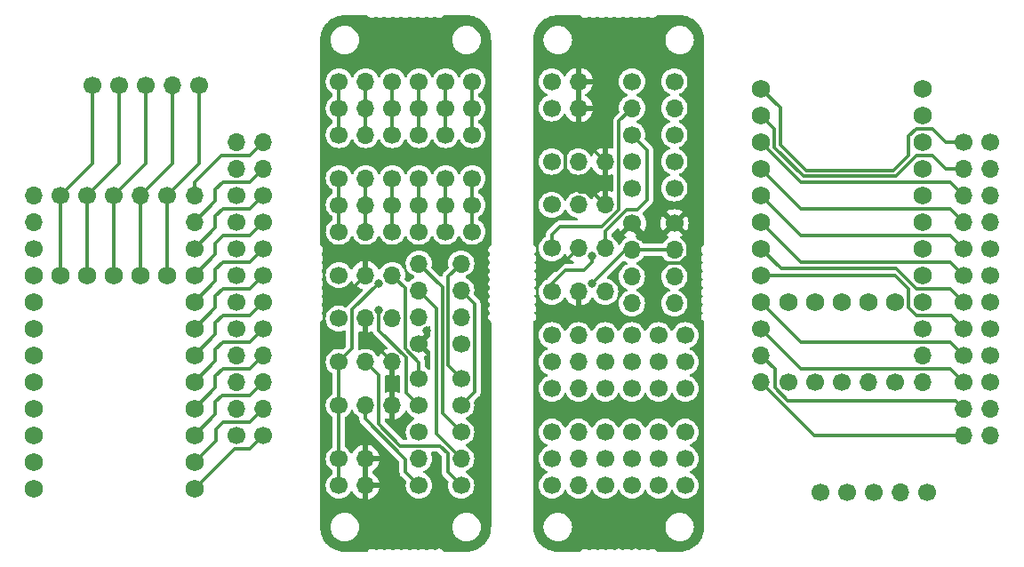
<source format=gbr>
%TF.GenerationSoftware,KiCad,Pcbnew,7.0.5*%
%TF.CreationDate,2024-01-10T23:57:27+08:00*%
%TF.ProjectId,4th,3474682e-6b69-4636-9164-5f7063625858,rev?*%
%TF.SameCoordinates,Original*%
%TF.FileFunction,Copper,L2,Bot*%
%TF.FilePolarity,Positive*%
%FSLAX46Y46*%
G04 Gerber Fmt 4.6, Leading zero omitted, Abs format (unit mm)*
G04 Created by KiCad (PCBNEW 7.0.5) date 2024-01-10 23:57:27*
%MOMM*%
%LPD*%
G01*
G04 APERTURE LIST*
%TA.AperFunction,ComponentPad*%
%ADD10C,1.700000*%
%TD*%
%TA.AperFunction,ComponentPad*%
%ADD11O,1.700000X1.700000*%
%TD*%
%TA.AperFunction,ComponentPad*%
%ADD12C,1.752600*%
%TD*%
%TA.AperFunction,ViaPad*%
%ADD13C,0.800000*%
%TD*%
%TA.AperFunction,Conductor*%
%ADD14C,0.350000*%
%TD*%
%TA.AperFunction,Conductor*%
%ADD15C,0.250000*%
%TD*%
G04 APERTURE END LIST*
D10*
%TO.P,J18,1,Pin_1*%
%TO.N,Net-(J18-Pin_1)*%
X110520000Y-64090000D03*
D11*
%TO.P,J18,2,Pin_2*%
%TO.N,Net-(J18-Pin_2)*%
X110520000Y-66630000D03*
%TO.P,J18,3,Pin_3*%
%TO.N,Net-(J18-Pin_3)*%
X110520000Y-69170000D03*
%TD*%
D10*
%TO.P,J13,1,Pin_1*%
%TO.N,VCC*%
X54940000Y-67270000D03*
D11*
%TO.P,J13,2,Pin_2*%
%TO.N,Data2*%
X57480000Y-67270000D03*
%TO.P,J13,3,Pin_3*%
%TO.N,GND*%
X60020000Y-67270000D03*
%TD*%
D10*
%TO.P,J23,1,Pin_1*%
%TO.N,Net-(J18-Pin_1)*%
X117030000Y-69170000D03*
D11*
%TO.P,J23,2,Pin_2*%
%TO.N,Net-(J18-Pin_2)*%
X117030000Y-71710000D03*
%TO.P,J23,3,Pin_3*%
%TO.N,Net-(J18-Pin_3)*%
X117030000Y-74250000D03*
%TD*%
D10*
%TO.P,J19,1,Pin_1*%
%TO.N,GND*%
X66600000Y-65510000D03*
D11*
%TO.P,J19,2,Pin_2*%
%TO.N,VCC*%
X66600000Y-62970000D03*
%TO.P,J19,3,Pin_3*%
%TO.N,SCL*%
X66600000Y-60430000D03*
%TO.P,J19,4,Pin_4*%
%TO.N,SDA*%
X66600000Y-57890000D03*
%TD*%
D10*
%TO.P,J16,1,Pin_1*%
%TO.N,col0*%
X54950000Y-40550000D03*
D11*
%TO.P,J16,2,Pin_2*%
%TO.N,col1*%
X57490000Y-40550000D03*
D10*
%TO.P,J16,3,Pin_3*%
%TO.N,col2*%
X60030000Y-40550000D03*
%TO.P,J16,4,Pin_4*%
%TO.N,col3*%
X62570000Y-40550000D03*
%TO.P,J16,5,Pin_5*%
%TO.N,col4*%
X65110000Y-40550000D03*
%TO.P,J16,6,Pin_6*%
%TO.N,col5*%
X67650000Y-40550000D03*
%TD*%
%TO.P,J21,1,Pin_1*%
%TO.N,GND*%
X62560000Y-65510000D03*
D11*
%TO.P,J21,2,Pin_2*%
%TO.N,VCC*%
X62560000Y-62970000D03*
%TO.P,J21,3,Pin_3*%
%TO.N,X*%
X62560000Y-60430000D03*
%TO.P,J21,4,Pin_4*%
%TO.N,Y*%
X62560000Y-57890000D03*
%TD*%
D10*
%TO.P,J9,1,Pin_1*%
%TO.N,col0*%
X54950000Y-45630000D03*
D11*
%TO.P,J9,2,Pin_2*%
%TO.N,col1*%
X57490000Y-45630000D03*
D10*
%TO.P,J9,3,Pin_3*%
%TO.N,col2*%
X60030000Y-45630000D03*
%TO.P,J9,4,Pin_4*%
%TO.N,col3*%
X62570000Y-45630000D03*
%TO.P,J9,5,Pin_5*%
%TO.N,col4*%
X65110000Y-45630000D03*
%TO.P,J9,6,Pin_6*%
%TO.N,col5*%
X67650000Y-45630000D03*
%TD*%
%TO.P,J4,1,Pin_1*%
%TO.N,Net-(J4-Pin_1)*%
X117030000Y-46310000D03*
D11*
%TO.P,J4,2,Pin_2*%
%TO.N,Net-(J4-Pin_2)*%
X117030000Y-48850000D03*
%TO.P,J4,3,Pin_3*%
%TO.N,Net-(J4-Pin_3)*%
X117030000Y-51390000D03*
%TO.P,J4,4,Pin_4*%
%TO.N,Net-(J4-Pin_4)*%
X117030000Y-53930000D03*
D10*
%TO.P,J4,5,Pin_5*%
%TO.N,Net-(J4-Pin_5)*%
X117030000Y-56470000D03*
%TO.P,J4,6,Pin_6*%
%TO.N,Net-(J4-Pin_6)*%
X117030000Y-59010000D03*
%TO.P,J4,7,Pin_7*%
%TO.N,Net-(J4-Pin_7)*%
X117030000Y-61550000D03*
%TO.P,J4,8,Pin_8*%
%TO.N,Net-(J4-Pin_8)*%
X117030000Y-64090000D03*
%TO.P,J4,9,Pin_9*%
%TO.N,Net-(J4-Pin_9)*%
X117030000Y-66630000D03*
%TD*%
%TO.P,J24,1,Pin_1*%
%TO.N,Net-(J20-Pin_1)*%
X95170000Y-64090000D03*
D11*
%TO.P,J24,2,Pin_2*%
%TO.N,Net-(J20-Pin_2)*%
X95170000Y-66630000D03*
%TO.P,J24,3,Pin_3*%
%TO.N,Net-(J20-Pin_3)*%
X95170000Y-69170000D03*
%TD*%
D10*
%TO.P,J6,1,Pin_1*%
%TO.N,Net-(J22-Pin_1)*%
X110950000Y-79650000D03*
D11*
%TO.P,J6,2,Pin_2*%
%TO.N,Net-(J22-Pin_2)*%
X108410000Y-79650000D03*
D10*
%TO.P,J6,3,Pin_3*%
%TO.N,Net-(J22-Pin_3)*%
X105870000Y-79650000D03*
%TO.P,J6,4,Pin_4*%
%TO.N,Net-(J22-Pin_4)*%
X103330000Y-79650000D03*
%TO.P,J6,5,Pin_5*%
%TO.N,Net-(J22-Pin_5)*%
X100790000Y-79650000D03*
%TD*%
D12*
%TO.P,U1,1,5V*%
%TO.N,Net-(J5-Pin_1)*%
X95170000Y-41230000D03*
%TO.P,U1,2,GND*%
%TO.N,Net-(J5-Pin_2)*%
X95170000Y-43770000D03*
%TO.P,U1,3,3V3*%
%TO.N,Net-(J5-Pin_3)*%
X95170000Y-46310000D03*
%TO.P,U1,4,GP29*%
%TO.N,Net-(J5-Pin_4)*%
X95170000Y-48850000D03*
%TO.P,U1,5,GP28*%
%TO.N,Net-(J5-Pin_5)*%
X95170000Y-51390000D03*
%TO.P,U1,6,GP27*%
%TO.N,Net-(J5-Pin_6)*%
X95170000Y-53930000D03*
%TO.P,U1,7,GP26*%
%TO.N,Net-(J5-Pin_7)*%
X95170000Y-56470000D03*
%TO.P,U1,8,GP15*%
%TO.N,Net-(J5-Pin_8)*%
X95170000Y-59010000D03*
%TO.P,U1,9,GP14*%
%TO.N,Net-(J5-Pin_9)*%
X95170000Y-61550000D03*
%TO.P,U1,10,GP0*%
%TO.N,Net-(J4-Pin_1)*%
X110520000Y-41230000D03*
%TO.P,U1,11,GP1*%
%TO.N,Net-(J4-Pin_2)*%
X110520000Y-43770000D03*
%TO.P,U1,12,GP2*%
%TO.N,Net-(J4-Pin_3)*%
X110520000Y-46310000D03*
%TO.P,U1,13,GP3*%
%TO.N,Net-(J4-Pin_4)*%
X110520000Y-48850000D03*
%TO.P,U1,14,GP4*%
%TO.N,Net-(J4-Pin_5)*%
X110520000Y-51390000D03*
%TO.P,U1,15,GP5*%
%TO.N,Net-(J4-Pin_6)*%
X110520000Y-53930000D03*
%TO.P,U1,16,GP6*%
%TO.N,Net-(J4-Pin_7)*%
X110520000Y-56470000D03*
%TO.P,U1,17,GP7*%
%TO.N,Net-(J4-Pin_8)*%
X110520000Y-59010000D03*
%TO.P,U1,18,GP8*%
%TO.N,Net-(J4-Pin_9)*%
X110520000Y-61550000D03*
%TO.P,U1,19,GP9*%
%TO.N,Net-(J22-Pin_1)*%
X107925000Y-61550000D03*
%TO.P,U1,20,GP10*%
%TO.N,Net-(J22-Pin_2)*%
X105385000Y-61550000D03*
%TO.P,U1,21,GP11*%
%TO.N,Net-(J22-Pin_3)*%
X102845000Y-61550000D03*
%TO.P,U1,22,GP12*%
%TO.N,Net-(J22-Pin_4)*%
X100305000Y-61550000D03*
%TO.P,U1,23,GP13*%
%TO.N,Net-(J22-Pin_5)*%
X97765000Y-61550000D03*
%TD*%
D10*
%TO.P,J1,1,Pin_1*%
%TO.N,VCC*%
X54940000Y-79020000D03*
D11*
%TO.P,J1,2,Pin_2*%
%TO.N,GND*%
X57480000Y-79020000D03*
%TD*%
D10*
%TO.P,J20,1,Pin_1*%
%TO.N,Net-(J20-Pin_1)*%
X114490000Y-69170000D03*
D11*
%TO.P,J20,2,Pin_2*%
%TO.N,Net-(J20-Pin_2)*%
X114490000Y-71710000D03*
%TO.P,J20,3,Pin_3*%
%TO.N,Net-(J20-Pin_3)*%
X114490000Y-74250000D03*
%TD*%
D10*
%TO.P,J14,1,Pin_1*%
%TO.N,Data2*%
X66600000Y-79020000D03*
D11*
%TO.P,J14,2,Pin_2*%
%TO.N,X*%
X66600000Y-76480000D03*
D10*
%TO.P,J14,3,Pin_3*%
%TO.N,Y*%
X66600000Y-73940000D03*
%TO.P,J14,4,Pin_4*%
%TO.N,SCL*%
X66600000Y-71400000D03*
%TO.P,J14,5,Pin_5*%
%TO.N,SDA*%
X66600000Y-68860000D03*
%TD*%
%TO.P,J12,1,Pin_1*%
%TO.N,row0*%
X54950000Y-52310000D03*
D11*
%TO.P,J12,2,Pin_2*%
%TO.N,row1*%
X57490000Y-52310000D03*
D10*
%TO.P,J12,3,Pin_3*%
%TO.N,row2*%
X60030000Y-52310000D03*
%TO.P,J12,4,Pin_4*%
%TO.N,row3*%
X62570000Y-52310000D03*
%TO.P,J12,5,Pin_5*%
%TO.N,row4*%
X65110000Y-52310000D03*
%TO.P,J12,6,Pin_6*%
%TO.N,row5*%
X67650000Y-52310000D03*
%TD*%
%TO.P,J8,1,Pin_1*%
%TO.N,Data*%
X62570000Y-79020000D03*
D11*
%TO.P,J8,2,Pin_2*%
%TO.N,A1*%
X62570000Y-76480000D03*
D10*
%TO.P,J8,3,Pin_3*%
%TO.N,B1*%
X62570000Y-73940000D03*
%TO.P,J8,4,Pin_4*%
%TO.N,A2*%
X62570000Y-71400000D03*
%TO.P,J8,5,Pin_5*%
%TO.N,B2*%
X62570000Y-68860000D03*
%TD*%
%TO.P,J2,1,Pin_1*%
%TO.N,VCC*%
X54940000Y-76480000D03*
D11*
%TO.P,J2,2,Pin_2*%
%TO.N,GND*%
X57480000Y-76480000D03*
%TD*%
D10*
%TO.P,J11,1,Pin_1*%
%TO.N,col0*%
X54950000Y-43090000D03*
D11*
%TO.P,J11,2,Pin_2*%
%TO.N,col1*%
X57490000Y-43090000D03*
D10*
%TO.P,J11,3,Pin_3*%
%TO.N,col2*%
X60030000Y-43090000D03*
%TO.P,J11,4,Pin_4*%
%TO.N,col3*%
X62570000Y-43090000D03*
%TO.P,J11,5,Pin_5*%
%TO.N,col4*%
X65110000Y-43090000D03*
%TO.P,J11,6,Pin_6*%
%TO.N,col5*%
X67650000Y-43090000D03*
%TD*%
%TO.P,J3,1,Pin_1*%
%TO.N,A2*%
X54940000Y-58990000D03*
D11*
%TO.P,J3,2,Pin_2*%
%TO.N,GND*%
X57480000Y-58990000D03*
%TO.P,J3,3,Pin_3*%
%TO.N,B2*%
X60020000Y-58990000D03*
%TD*%
D10*
%TO.P,J7,1,Pin_1*%
%TO.N,VCC*%
X54940000Y-71400000D03*
D11*
%TO.P,J7,2,Pin_2*%
%TO.N,Data*%
X57480000Y-71400000D03*
%TO.P,J7,3,Pin_3*%
%TO.N,GND*%
X60020000Y-71400000D03*
%TD*%
D10*
%TO.P,J5,1,Pin_1*%
%TO.N,Net-(J5-Pin_1)*%
X114490000Y-46310000D03*
D11*
%TO.P,J5,2,Pin_2*%
%TO.N,Net-(J5-Pin_2)*%
X114490000Y-48850000D03*
%TO.P,J5,3,Pin_3*%
%TO.N,Net-(J5-Pin_3)*%
X114490000Y-51390000D03*
%TO.P,J5,4,Pin_4*%
%TO.N,Net-(J5-Pin_4)*%
X114490000Y-53930000D03*
D10*
%TO.P,J5,5,Pin_5*%
%TO.N,Net-(J5-Pin_5)*%
X114490000Y-56470000D03*
%TO.P,J5,6,Pin_6*%
%TO.N,Net-(J5-Pin_6)*%
X114490000Y-59010000D03*
%TO.P,J5,7,Pin_7*%
%TO.N,Net-(J5-Pin_7)*%
X114490000Y-61550000D03*
%TO.P,J5,8,Pin_8*%
%TO.N,Net-(J5-Pin_8)*%
X114490000Y-64090000D03*
%TO.P,J5,9,Pin_9*%
%TO.N,Net-(J5-Pin_9)*%
X114490000Y-66630000D03*
%TD*%
%TO.P,J10,1,Pin_1*%
%TO.N,row0*%
X54950000Y-54850000D03*
D11*
%TO.P,J10,2,Pin_2*%
%TO.N,row1*%
X57490000Y-54850000D03*
D10*
%TO.P,J10,3,Pin_3*%
%TO.N,row2*%
X60030000Y-54850000D03*
%TO.P,J10,4,Pin_4*%
%TO.N,row3*%
X62570000Y-54850000D03*
%TO.P,J10,5,Pin_5*%
%TO.N,row4*%
X65110000Y-54850000D03*
%TO.P,J10,6,Pin_6*%
%TO.N,row5*%
X67650000Y-54850000D03*
%TD*%
%TO.P,J22,1,Pin_1*%
%TO.N,Net-(J22-Pin_1)*%
X38625236Y-51390000D03*
D11*
%TO.P,J22,2,Pin_2*%
%TO.N,Net-(J22-Pin_2)*%
X36085236Y-51390000D03*
D10*
%TO.P,J22,3,Pin_3*%
%TO.N,Net-(J22-Pin_3)*%
X33545236Y-51390000D03*
%TO.P,J22,4,Pin_4*%
%TO.N,Net-(J22-Pin_4)*%
X31005236Y-51390000D03*
%TO.P,J22,5,Pin_5*%
%TO.N,Net-(J22-Pin_5)*%
X28465236Y-51390000D03*
%TD*%
%TO.P,J15,1,Pin_1*%
%TO.N,A1*%
X54940000Y-63130000D03*
D11*
%TO.P,J15,2,Pin_2*%
%TO.N,GND*%
X57480000Y-63130000D03*
%TO.P,J15,3,Pin_3*%
%TO.N,B1*%
X60020000Y-63130000D03*
%TD*%
D10*
%TO.P,J17,1,Pin_1*%
%TO.N,row0*%
X54950000Y-49770000D03*
D11*
%TO.P,J17,2,Pin_2*%
%TO.N,row1*%
X57490000Y-49770000D03*
D10*
%TO.P,J17,3,Pin_3*%
%TO.N,row2*%
X60030000Y-49770000D03*
%TO.P,J17,4,Pin_4*%
%TO.N,row3*%
X62570000Y-49770000D03*
%TO.P,J17,5,Pin_5*%
%TO.N,row4*%
X65110000Y-49770000D03*
%TO.P,J17,6,Pin_6*%
%TO.N,row5*%
X67650000Y-49770000D03*
%TD*%
%TO.P,J8,1,Pin_1*%
%TO.N,Data*%
X82870299Y-40549703D03*
D11*
%TO.P,J8,2,Pin_2*%
%TO.N,A1*%
X82870299Y-43089703D03*
D10*
%TO.P,J8,3,Pin_3*%
%TO.N,B1*%
X82870299Y-45629703D03*
%TO.P,J8,4,Pin_4*%
%TO.N,A2*%
X82870299Y-48169703D03*
%TO.P,J8,5,Pin_5*%
%TO.N,B2*%
X82870299Y-50709703D03*
%TD*%
D12*
%TO.P,U1,1,5V*%
%TO.N,Net-(J5-Pin_1)*%
X25870236Y-79330000D03*
%TO.P,U1,2,GND*%
%TO.N,Net-(J5-Pin_2)*%
X25870236Y-76790000D03*
%TO.P,U1,3,3V3*%
%TO.N,Net-(J5-Pin_3)*%
X25870236Y-74250000D03*
%TO.P,U1,4,GP29*%
%TO.N,Net-(J5-Pin_4)*%
X25870236Y-71710000D03*
%TO.P,U1,5,GP28*%
%TO.N,Net-(J5-Pin_5)*%
X25870236Y-69170000D03*
%TO.P,U1,6,GP27*%
%TO.N,Net-(J5-Pin_6)*%
X25870236Y-66630000D03*
%TO.P,U1,7,GP26*%
%TO.N,Net-(J5-Pin_7)*%
X25870236Y-64090000D03*
%TO.P,U1,8,GP15*%
%TO.N,Net-(J5-Pin_8)*%
X25870236Y-61550000D03*
%TO.P,U1,9,GP14*%
%TO.N,Net-(J5-Pin_9)*%
X25870236Y-59010000D03*
%TO.P,U1,10,GP0*%
%TO.N,Net-(J4-Pin_1)*%
X41220236Y-79330000D03*
%TO.P,U1,11,GP1*%
%TO.N,Net-(J4-Pin_2)*%
X41220236Y-76790000D03*
%TO.P,U1,12,GP2*%
%TO.N,Net-(J4-Pin_3)*%
X41220236Y-74250000D03*
%TO.P,U1,13,GP3*%
%TO.N,Net-(J4-Pin_4)*%
X41220236Y-71710000D03*
%TO.P,U1,14,GP4*%
%TO.N,Net-(J4-Pin_5)*%
X41220236Y-69170000D03*
%TO.P,U1,15,GP5*%
%TO.N,Net-(J4-Pin_6)*%
X41220236Y-66630000D03*
%TO.P,U1,16,GP6*%
%TO.N,Net-(J4-Pin_7)*%
X41220236Y-64090000D03*
%TO.P,U1,17,GP7*%
%TO.N,Net-(J4-Pin_8)*%
X41220236Y-61550000D03*
%TO.P,U1,18,GP8*%
%TO.N,Net-(J4-Pin_9)*%
X41220236Y-59010000D03*
%TO.P,U1,19,GP9*%
%TO.N,Net-(J22-Pin_1)*%
X38625236Y-59010000D03*
%TO.P,U1,20,GP10*%
%TO.N,Net-(J22-Pin_2)*%
X36085236Y-59010000D03*
%TO.P,U1,21,GP11*%
%TO.N,Net-(J22-Pin_3)*%
X33545236Y-59010000D03*
%TO.P,U1,22,GP12*%
%TO.N,Net-(J22-Pin_4)*%
X31005236Y-59010000D03*
%TO.P,U1,23,GP13*%
%TO.N,Net-(J22-Pin_5)*%
X28465236Y-59010000D03*
%TD*%
D10*
%TO.P,J17,1,Pin_1*%
%TO.N,row0*%
X75250299Y-69799703D03*
D11*
%TO.P,J17,2,Pin_2*%
%TO.N,row1*%
X77790299Y-69799703D03*
D10*
%TO.P,J17,3,Pin_3*%
%TO.N,row2*%
X80330299Y-69799703D03*
%TO.P,J17,4,Pin_4*%
%TO.N,row3*%
X82870299Y-69799703D03*
%TO.P,J17,5,Pin_5*%
%TO.N,row4*%
X85410299Y-69799703D03*
%TO.P,J17,6,Pin_6*%
%TO.N,row5*%
X87950299Y-69799703D03*
%TD*%
%TO.P,J2,1,Pin_1*%
%TO.N,VCC*%
X75240299Y-43089703D03*
D11*
%TO.P,J2,2,Pin_2*%
%TO.N,GND*%
X77780299Y-43089703D03*
%TD*%
D10*
%TO.P,J4,1,Pin_1*%
%TO.N,Net-(J4-Pin_1)*%
X47730236Y-74250000D03*
D11*
%TO.P,J4,2,Pin_2*%
%TO.N,Net-(J4-Pin_2)*%
X47730236Y-71710000D03*
%TO.P,J4,3,Pin_3*%
%TO.N,Net-(J4-Pin_3)*%
X47730236Y-69170000D03*
%TO.P,J4,4,Pin_4*%
%TO.N,Net-(J4-Pin_4)*%
X47730236Y-66630000D03*
D10*
%TO.P,J4,5,Pin_5*%
%TO.N,Net-(J4-Pin_5)*%
X47730236Y-64090000D03*
%TO.P,J4,6,Pin_6*%
%TO.N,Net-(J4-Pin_6)*%
X47730236Y-61550000D03*
%TO.P,J4,7,Pin_7*%
%TO.N,Net-(J4-Pin_7)*%
X47730236Y-59010000D03*
%TO.P,J4,8,Pin_8*%
%TO.N,Net-(J4-Pin_8)*%
X47730236Y-56470000D03*
%TO.P,J4,9,Pin_9*%
%TO.N,Net-(J4-Pin_9)*%
X47730236Y-53930000D03*
%TD*%
%TO.P,J14,1,Pin_1*%
%TO.N,Data2*%
X86900299Y-40549703D03*
D11*
%TO.P,J14,2,Pin_2*%
%TO.N,X*%
X86900299Y-43089703D03*
D10*
%TO.P,J14,3,Pin_3*%
%TO.N,Y*%
X86900299Y-45629703D03*
%TO.P,J14,4,Pin_4*%
%TO.N,SCL*%
X86900299Y-48169703D03*
%TO.P,J14,5,Pin_5*%
%TO.N,SDA*%
X86900299Y-50709703D03*
%TD*%
%TO.P,J7,1,Pin_1*%
%TO.N,VCC*%
X75240299Y-48169703D03*
D11*
%TO.P,J7,2,Pin_2*%
%TO.N,Data*%
X77780299Y-48169703D03*
%TO.P,J7,3,Pin_3*%
%TO.N,GND*%
X80320299Y-48169703D03*
%TD*%
D10*
%TO.P,J11,1,Pin_1*%
%TO.N,col0*%
X75250299Y-76479703D03*
D11*
%TO.P,J11,2,Pin_2*%
%TO.N,col1*%
X77790299Y-76479703D03*
D10*
%TO.P,J11,3,Pin_3*%
%TO.N,col2*%
X80330299Y-76479703D03*
%TO.P,J11,4,Pin_4*%
%TO.N,col3*%
X82870299Y-76479703D03*
%TO.P,J11,5,Pin_5*%
%TO.N,col4*%
X85410299Y-76479703D03*
%TO.P,J11,6,Pin_6*%
%TO.N,col5*%
X87950299Y-76479703D03*
%TD*%
%TO.P,J18,1,Pin_1*%
%TO.N,Net-(J18-Pin_1)*%
X41220236Y-56470000D03*
D11*
%TO.P,J18,2,Pin_2*%
%TO.N,Net-(J18-Pin_2)*%
X41220236Y-53930000D03*
%TO.P,J18,3,Pin_3*%
%TO.N,Net-(J18-Pin_3)*%
X41220236Y-51390000D03*
%TD*%
D10*
%TO.P,J24,1,Pin_1*%
%TO.N,Net-(J20-Pin_1)*%
X25870236Y-56470000D03*
D11*
%TO.P,J24,2,Pin_2*%
%TO.N,Net-(J20-Pin_2)*%
X25870236Y-53930000D03*
%TO.P,J24,3,Pin_3*%
%TO.N,Net-(J20-Pin_3)*%
X25870236Y-51390000D03*
%TD*%
D10*
%TO.P,J1,1,Pin_1*%
%TO.N,VCC*%
X75240299Y-40549703D03*
D11*
%TO.P,J1,2,Pin_2*%
%TO.N,GND*%
X77780299Y-40549703D03*
%TD*%
D10*
%TO.P,J3,1,Pin_1*%
%TO.N,A2*%
X75240299Y-60579703D03*
D11*
%TO.P,J3,2,Pin_2*%
%TO.N,GND*%
X77780299Y-60579703D03*
%TO.P,J3,3,Pin_3*%
%TO.N,B2*%
X80320299Y-60579703D03*
%TD*%
D10*
%TO.P,J10,1,Pin_1*%
%TO.N,row0*%
X75250299Y-64719703D03*
D11*
%TO.P,J10,2,Pin_2*%
%TO.N,row1*%
X77790299Y-64719703D03*
D10*
%TO.P,J10,3,Pin_3*%
%TO.N,row2*%
X80330299Y-64719703D03*
%TO.P,J10,4,Pin_4*%
%TO.N,row3*%
X82870299Y-64719703D03*
%TO.P,J10,5,Pin_5*%
%TO.N,row4*%
X85410299Y-64719703D03*
%TO.P,J10,6,Pin_6*%
%TO.N,row5*%
X87950299Y-64719703D03*
%TD*%
%TO.P,J13,1,Pin_1*%
%TO.N,VCC*%
X75240299Y-52299703D03*
D11*
%TO.P,J13,2,Pin_2*%
%TO.N,Data2*%
X77780299Y-52299703D03*
%TO.P,J13,3,Pin_3*%
%TO.N,GND*%
X80320299Y-52299703D03*
%TD*%
D10*
%TO.P,J19,1,Pin_1*%
%TO.N,GND*%
X86900299Y-54059703D03*
D11*
%TO.P,J19,2,Pin_2*%
%TO.N,VCC*%
X86900299Y-56599703D03*
%TO.P,J19,3,Pin_3*%
%TO.N,SCL*%
X86900299Y-59139703D03*
%TO.P,J19,4,Pin_4*%
%TO.N,SDA*%
X86900299Y-61679703D03*
%TD*%
D10*
%TO.P,J21,1,Pin_1*%
%TO.N,GND*%
X82860299Y-54059703D03*
D11*
%TO.P,J21,2,Pin_2*%
%TO.N,VCC*%
X82860299Y-56599703D03*
%TO.P,J21,3,Pin_3*%
%TO.N,X*%
X82860299Y-59139703D03*
%TO.P,J21,4,Pin_4*%
%TO.N,Y*%
X82860299Y-61679703D03*
%TD*%
D10*
%TO.P,J9,1,Pin_1*%
%TO.N,col0*%
X75250299Y-73939703D03*
D11*
%TO.P,J9,2,Pin_2*%
%TO.N,col1*%
X77790299Y-73939703D03*
D10*
%TO.P,J9,3,Pin_3*%
%TO.N,col2*%
X80330299Y-73939703D03*
%TO.P,J9,4,Pin_4*%
%TO.N,col3*%
X82870299Y-73939703D03*
%TO.P,J9,5,Pin_5*%
%TO.N,col4*%
X85410299Y-73939703D03*
%TO.P,J9,6,Pin_6*%
%TO.N,col5*%
X87950299Y-73939703D03*
%TD*%
%TO.P,J5,1,Pin_1*%
%TO.N,Net-(J5-Pin_1)*%
X45190236Y-74250000D03*
D11*
%TO.P,J5,2,Pin_2*%
%TO.N,Net-(J5-Pin_2)*%
X45190236Y-71710000D03*
%TO.P,J5,3,Pin_3*%
%TO.N,Net-(J5-Pin_3)*%
X45190236Y-69170000D03*
%TO.P,J5,4,Pin_4*%
%TO.N,Net-(J5-Pin_4)*%
X45190236Y-66630000D03*
D10*
%TO.P,J5,5,Pin_5*%
%TO.N,Net-(J5-Pin_5)*%
X45190236Y-64090000D03*
%TO.P,J5,6,Pin_6*%
%TO.N,Net-(J5-Pin_6)*%
X45190236Y-61550000D03*
%TO.P,J5,7,Pin_7*%
%TO.N,Net-(J5-Pin_7)*%
X45190236Y-59010000D03*
%TO.P,J5,8,Pin_8*%
%TO.N,Net-(J5-Pin_8)*%
X45190236Y-56470000D03*
%TO.P,J5,9,Pin_9*%
%TO.N,Net-(J5-Pin_9)*%
X45190236Y-53930000D03*
%TD*%
%TO.P,J22,1,Pin_1*%
%TO.N,Net-(J22-Pin_1)*%
X107925000Y-69170000D03*
D11*
%TO.P,J22,2,Pin_2*%
%TO.N,Net-(J22-Pin_2)*%
X105385000Y-69170000D03*
D10*
%TO.P,J22,3,Pin_3*%
%TO.N,Net-(J22-Pin_3)*%
X102845000Y-69170000D03*
%TO.P,J22,4,Pin_4*%
%TO.N,Net-(J22-Pin_4)*%
X100305000Y-69170000D03*
%TO.P,J22,5,Pin_5*%
%TO.N,Net-(J22-Pin_5)*%
X97765000Y-69170000D03*
%TD*%
%TO.P,J6,1,Pin_1*%
%TO.N,Net-(J22-Pin_1)*%
X41650236Y-40910000D03*
D11*
%TO.P,J6,2,Pin_2*%
%TO.N,Net-(J22-Pin_2)*%
X39110236Y-40910000D03*
D10*
%TO.P,J6,3,Pin_3*%
%TO.N,Net-(J22-Pin_3)*%
X36570236Y-40910000D03*
%TO.P,J6,4,Pin_4*%
%TO.N,Net-(J22-Pin_4)*%
X34030236Y-40910000D03*
%TO.P,J6,5,Pin_5*%
%TO.N,Net-(J22-Pin_5)*%
X31490236Y-40910000D03*
%TD*%
%TO.P,J15,1,Pin_1*%
%TO.N,A1*%
X75240299Y-56439703D03*
D11*
%TO.P,J15,2,Pin_2*%
%TO.N,GND*%
X77780299Y-56439703D03*
%TO.P,J15,3,Pin_3*%
%TO.N,B1*%
X80320299Y-56439703D03*
%TD*%
D10*
%TO.P,J16,1,Pin_1*%
%TO.N,col0*%
X75250299Y-79019703D03*
D11*
%TO.P,J16,2,Pin_2*%
%TO.N,col1*%
X77790299Y-79019703D03*
D10*
%TO.P,J16,3,Pin_3*%
%TO.N,col2*%
X80330299Y-79019703D03*
%TO.P,J16,4,Pin_4*%
%TO.N,col3*%
X82870299Y-79019703D03*
%TO.P,J16,5,Pin_5*%
%TO.N,col4*%
X85410299Y-79019703D03*
%TO.P,J16,6,Pin_6*%
%TO.N,col5*%
X87950299Y-79019703D03*
%TD*%
%TO.P,J12,1,Pin_1*%
%TO.N,row0*%
X75250299Y-67259703D03*
D11*
%TO.P,J12,2,Pin_2*%
%TO.N,row1*%
X77790299Y-67259703D03*
D10*
%TO.P,J12,3,Pin_3*%
%TO.N,row2*%
X80330299Y-67259703D03*
%TO.P,J12,4,Pin_4*%
%TO.N,row3*%
X82870299Y-67259703D03*
%TO.P,J12,5,Pin_5*%
%TO.N,row4*%
X85410299Y-67259703D03*
%TO.P,J12,6,Pin_6*%
%TO.N,row5*%
X87950299Y-67259703D03*
%TD*%
%TO.P,J23,1,Pin_1*%
%TO.N,Net-(J18-Pin_1)*%
X47730236Y-51390000D03*
D11*
%TO.P,J23,2,Pin_2*%
%TO.N,Net-(J18-Pin_2)*%
X47730236Y-48850000D03*
%TO.P,J23,3,Pin_3*%
%TO.N,Net-(J18-Pin_3)*%
X47730236Y-46310000D03*
%TD*%
D10*
%TO.P,J20,1,Pin_1*%
%TO.N,Net-(J20-Pin_1)*%
X45190236Y-51390000D03*
D11*
%TO.P,J20,2,Pin_2*%
%TO.N,Net-(J20-Pin_2)*%
X45190236Y-48850000D03*
%TO.P,J20,3,Pin_3*%
%TO.N,Net-(J20-Pin_3)*%
X45190236Y-46310000D03*
%TD*%
D13*
%TO.N,GND*%
X53870000Y-61030000D03*
X63330000Y-64240000D03*
X76510000Y-46190000D03*
X56210000Y-73360000D03*
X74170299Y-58539703D03*
X83630000Y-55330000D03*
%TO.N,VCC*%
X79050299Y-59809703D03*
X58750000Y-59760000D03*
%TO.N,A2*%
X58750000Y-62360000D03*
X79050299Y-57209703D03*
%TD*%
D14*
%TO.N,Net-(J4-Pin_1)*%
X41220236Y-79330000D02*
X45037236Y-75513000D01*
X45037236Y-75513000D02*
X46467236Y-75513000D01*
X46467236Y-75513000D02*
X47730236Y-74250000D01*
%TO.N,Net-(J4-Pin_2)*%
X41220236Y-76790000D02*
X43210236Y-74800000D01*
X47730236Y-71728000D02*
X47730236Y-71710000D01*
X43210236Y-73708000D02*
X43925236Y-72993000D01*
X46465236Y-72993000D02*
X47730236Y-71728000D01*
X43210236Y-74800000D02*
X43210236Y-73708000D01*
X43925236Y-72993000D02*
X46465236Y-72993000D01*
%TO.N,Net-(J4-Pin_3)*%
X43200236Y-72270000D02*
X43200236Y-71058000D01*
X43200236Y-71058000D02*
X43815236Y-70443000D01*
X41220236Y-74250000D02*
X43200236Y-72270000D01*
X46457236Y-70443000D02*
X47730236Y-69170000D01*
X43815236Y-70443000D02*
X46457236Y-70443000D01*
%TO.N,Net-(J4-Pin_4)*%
X41220236Y-71710000D02*
X43200236Y-69730000D01*
X46457236Y-67903000D02*
X47730236Y-66630000D01*
X43925236Y-67903000D02*
X46457236Y-67903000D01*
X43200236Y-68628000D02*
X43925236Y-67903000D01*
X43200236Y-69730000D02*
X43200236Y-68628000D01*
%TO.N,Net-(J4-Pin_5)*%
X43200236Y-67190000D02*
X43200236Y-66088000D01*
X46457236Y-65363000D02*
X47730236Y-64090000D01*
X41220236Y-69170000D02*
X43200236Y-67190000D01*
X43200236Y-66088000D02*
X43925236Y-65363000D01*
X43925236Y-65363000D02*
X46457236Y-65363000D01*
%TO.N,Net-(J4-Pin_6)*%
X41220236Y-66630000D02*
X43190236Y-64660000D01*
X43190236Y-64660000D02*
X43190236Y-63558000D01*
X43190236Y-63558000D02*
X43925236Y-62823000D01*
X46457236Y-62823000D02*
X47730236Y-61550000D01*
X43925236Y-62823000D02*
X46457236Y-62823000D01*
%TO.N,Net-(J4-Pin_7)*%
X43190236Y-61018000D02*
X43925236Y-60283000D01*
X43925236Y-60283000D02*
X46457236Y-60283000D01*
X46457236Y-60283000D02*
X47730236Y-59010000D01*
X41220236Y-64090000D02*
X43190236Y-62120000D01*
X43190236Y-62120000D02*
X43190236Y-61018000D01*
%TO.N,Net-(J4-Pin_8)*%
X41220236Y-61550000D02*
X43190236Y-59580000D01*
X43190236Y-59580000D02*
X43190236Y-58478000D01*
X43928236Y-57740000D02*
X46460236Y-57740000D01*
X46460236Y-57740000D02*
X47730236Y-56470000D01*
X43190236Y-58478000D02*
X43928236Y-57740000D01*
%TO.N,Net-(J4-Pin_9)*%
X46460236Y-55200000D02*
X47730236Y-53930000D01*
X43940236Y-55200000D02*
X46460236Y-55200000D01*
X43190236Y-57040000D02*
X43190236Y-55950000D01*
X43190236Y-55950000D02*
X43940236Y-55200000D01*
X41220236Y-59010000D02*
X43190236Y-57040000D01*
%TO.N,Net-(J5-Pin_1)*%
X111457818Y-45040000D02*
X109930000Y-45040000D01*
X96990000Y-43050000D02*
X95170000Y-41230000D01*
X107775182Y-49017000D02*
X99432636Y-49017000D01*
X114490000Y-46310000D02*
X112727818Y-46310000D01*
X109930000Y-45040000D02*
X109230000Y-45740000D01*
X96990000Y-46574364D02*
X96990000Y-43050000D01*
X109230000Y-45740000D02*
X109230000Y-47562182D01*
X109230000Y-47562182D02*
X107775182Y-49017000D01*
X112727818Y-46310000D02*
X111457818Y-45040000D01*
X99432636Y-49017000D02*
X96990000Y-46574364D01*
%TO.N,Net-(J5-Pin_2)*%
X96440000Y-46802182D02*
X96440000Y-45040000D01*
X109990000Y-47580000D02*
X108003000Y-49567000D01*
X111457818Y-47580000D02*
X109990000Y-47580000D01*
X96440000Y-45040000D02*
X95170000Y-43770000D01*
X99204818Y-49567000D02*
X96440000Y-46802182D01*
X108003000Y-49567000D02*
X99204818Y-49567000D01*
X112727818Y-48850000D02*
X111457818Y-47580000D01*
X114490000Y-48850000D02*
X112727818Y-48850000D01*
%TO.N,Net-(J5-Pin_3)*%
X98977000Y-50117000D02*
X95170000Y-46310000D01*
X113217000Y-50117000D02*
X98977000Y-50117000D01*
X114490000Y-51390000D02*
X113217000Y-50117000D01*
%TO.N,Net-(J5-Pin_4)*%
X114490000Y-53930000D02*
X113217000Y-52657000D01*
X98977000Y-52657000D02*
X95170000Y-48850000D01*
X113217000Y-52657000D02*
X98977000Y-52657000D01*
%TO.N,Net-(J5-Pin_5)*%
X114490000Y-56470000D02*
X113207000Y-55187000D01*
X98967000Y-55187000D02*
X95170000Y-51390000D01*
X113207000Y-55187000D02*
X98967000Y-55187000D01*
%TO.N,Net-(J5-Pin_6)*%
X114490000Y-59010000D02*
X113217000Y-57737000D01*
X113217000Y-57737000D02*
X98977000Y-57737000D01*
X98977000Y-57737000D02*
X95170000Y-53930000D01*
%TO.N,Net-(J5-Pin_7)*%
X108040000Y-58380000D02*
X97080000Y-58380000D01*
X114490000Y-61550000D02*
X113201300Y-60261300D01*
X109921300Y-60261300D02*
X108040000Y-58380000D01*
X97080000Y-58380000D02*
X95170000Y-56470000D01*
X113201300Y-60261300D02*
X109921300Y-60261300D01*
%TO.N,Net-(J5-Pin_8)*%
X109220000Y-60337818D02*
X109220000Y-62090000D01*
X109970000Y-62840000D02*
X113240000Y-62840000D01*
X113240000Y-62840000D02*
X114490000Y-64090000D01*
X95170000Y-59010000D02*
X107892182Y-59010000D01*
X107892182Y-59010000D02*
X109220000Y-60337818D01*
X109220000Y-62090000D02*
X109970000Y-62840000D01*
%TO.N,Net-(J5-Pin_9)*%
X98980000Y-65360000D02*
X113220000Y-65360000D01*
X95170000Y-61550000D02*
X98980000Y-65360000D01*
X113220000Y-65360000D02*
X114490000Y-66630000D01*
%TO.N,GND*%
X76510000Y-49720000D02*
X76510000Y-46190000D01*
D15*
X82860299Y-54560299D02*
X83630000Y-55330000D01*
D14*
X77780299Y-45629703D02*
X80320299Y-48169703D01*
X80320299Y-52299703D02*
X79095299Y-51074703D01*
X84010299Y-63199703D02*
X82222711Y-63199703D01*
X86330299Y-57869703D02*
X84890299Y-59309703D01*
X55440000Y-61030000D02*
X53870000Y-61030000D01*
X88170299Y-57139703D02*
X87440299Y-57869703D01*
X77780299Y-43089703D02*
X77780299Y-45629703D01*
X87440299Y-57869703D02*
X86330299Y-57869703D01*
X60020000Y-67270000D02*
X57480000Y-64730000D01*
X81632711Y-62609703D02*
X78540299Y-62609703D01*
X79095299Y-51074703D02*
X77864703Y-51074703D01*
X86900299Y-54059703D02*
X88170299Y-55329703D01*
X75680299Y-58539703D02*
X77780299Y-56439703D01*
X57480000Y-79020000D02*
X57480000Y-76480000D01*
X88170299Y-55329703D02*
X88170299Y-57139703D01*
X74170299Y-58539703D02*
X75680299Y-58539703D01*
X57480000Y-64730000D02*
X57480000Y-63130000D01*
X57480000Y-58990000D02*
X55440000Y-61030000D01*
D15*
X82860299Y-54059703D02*
X82860299Y-54560299D01*
D14*
X84890299Y-62319703D02*
X84010299Y-63199703D01*
X77780299Y-61849703D02*
X77780299Y-60579703D01*
X60020000Y-71400000D02*
X60020000Y-67270000D01*
X84890299Y-59309703D02*
X84890299Y-62319703D01*
X77864703Y-51074703D02*
X76510000Y-49720000D01*
X78540299Y-62609703D02*
X77780299Y-61849703D01*
X82222711Y-63199703D02*
X81632711Y-62609703D01*
%TO.N,Data*%
X62570000Y-79020000D02*
X61300000Y-77750000D01*
X61300000Y-76520000D02*
X57480000Y-72700000D01*
X61300000Y-77750000D02*
X61300000Y-76520000D01*
X57480000Y-72700000D02*
X57480000Y-71400000D01*
%TO.N,col0*%
X54950000Y-45630000D02*
X54950000Y-40550000D01*
%TO.N,col1*%
X57490000Y-40550000D02*
X57490000Y-45630000D01*
%TO.N,col2*%
X60030000Y-45630000D02*
X60030000Y-40550000D01*
%TO.N,col3*%
X62570000Y-40550000D02*
X62570000Y-45630000D01*
%TO.N,col4*%
X65110000Y-45630000D02*
X65110000Y-40550000D01*
%TO.N,col5*%
X67650000Y-40550000D02*
X67650000Y-45630000D01*
%TO.N,row0*%
X54950000Y-54850000D02*
X54950000Y-49770000D01*
%TO.N,row1*%
X57490000Y-49770000D02*
X57490000Y-54850000D01*
%TO.N,row2*%
X60030000Y-54850000D02*
X60030000Y-49770000D01*
%TO.N,row3*%
X62570000Y-49770000D02*
X62570000Y-54850000D01*
%TO.N,row4*%
X65110000Y-54850000D02*
X65110000Y-49770000D01*
%TO.N,row5*%
X67650000Y-49770000D02*
X67650000Y-54850000D01*
%TO.N,A1*%
X81640299Y-44319703D02*
X81640299Y-52731885D01*
X81640299Y-52731885D02*
X80012481Y-54359703D01*
X80012481Y-54359703D02*
X76030299Y-54359703D01*
X75240299Y-55149703D02*
X75240299Y-56439703D01*
X82870299Y-43089703D02*
X81640299Y-44319703D01*
X76030299Y-54359703D02*
X75240299Y-55149703D01*
%TO.N,B1*%
X83340299Y-52789703D02*
X82360299Y-52789703D01*
X82870299Y-45629703D02*
X84320299Y-47079703D01*
X84320299Y-51809703D02*
X83340299Y-52789703D01*
X84320299Y-47079703D02*
X84320299Y-51809703D01*
X80320299Y-54829703D02*
X80320299Y-56439703D01*
X82360299Y-52789703D02*
X80320299Y-54829703D01*
%TO.N,VCC*%
X56220000Y-62290000D02*
X58750000Y-59760000D01*
X56220000Y-65990000D02*
X56220000Y-62290000D01*
X82860299Y-56599703D02*
X86900299Y-56599703D01*
X82260299Y-56599703D02*
X82860299Y-56599703D01*
X54940000Y-67270000D02*
X56220000Y-65990000D01*
X79050299Y-59809703D02*
X82260299Y-56599703D01*
X54940000Y-79020000D02*
X54940000Y-67270000D01*
%TO.N,SCL*%
X67870000Y-61700000D02*
X66600000Y-60430000D01*
X66600000Y-71400000D02*
X67870000Y-70130000D01*
X67870000Y-70130000D02*
X67870000Y-61700000D01*
%TO.N,SDA*%
X65360000Y-59130000D02*
X66600000Y-57890000D01*
X65360000Y-67620000D02*
X65360000Y-59130000D01*
X66600000Y-68860000D02*
X65360000Y-67620000D01*
%TO.N,X*%
X66600000Y-76480000D02*
X64260000Y-74140000D01*
X64260000Y-62130000D02*
X62560000Y-60430000D01*
X64260000Y-74140000D02*
X64260000Y-62130000D01*
%TO.N,Y*%
X64810000Y-72150000D02*
X64810000Y-60140000D01*
X64810000Y-60140000D02*
X62560000Y-57890000D01*
X66600000Y-73940000D02*
X64810000Y-72150000D01*
%TO.N,Data2*%
X66600000Y-79020000D02*
X65330000Y-77750000D01*
X60812818Y-75255000D02*
X58740000Y-73182182D01*
X64597182Y-75255000D02*
X60812818Y-75255000D01*
X65330000Y-77750000D02*
X65330000Y-75987818D01*
X58740000Y-68530000D02*
X57480000Y-67270000D01*
X58740000Y-73182182D02*
X58740000Y-68530000D01*
X65330000Y-75987818D02*
X64597182Y-75255000D01*
%TO.N,A2*%
X61340000Y-66840000D02*
X58750000Y-64250000D01*
X62570000Y-71400000D02*
X61340000Y-70170000D01*
X76498117Y-58499703D02*
X75240299Y-59757521D01*
X79050299Y-57719703D02*
X78270299Y-58499703D01*
X78270299Y-58499703D02*
X76498117Y-58499703D01*
X79050299Y-57209703D02*
X79050299Y-57719703D01*
X75240299Y-59757521D02*
X75240299Y-60579703D01*
X61340000Y-70170000D02*
X61340000Y-66840000D01*
X58750000Y-64250000D02*
X58750000Y-62360000D01*
%TO.N,B2*%
X61245000Y-65967182D02*
X61245000Y-60215000D01*
X61245000Y-60215000D02*
X60020000Y-58990000D01*
X62570000Y-67292182D02*
X61245000Y-65967182D01*
X62570000Y-68860000D02*
X62570000Y-67292182D01*
%TO.N,Net-(J22-Pin_1)*%
X38625236Y-59010000D02*
X38625236Y-51390000D01*
X41650236Y-48365000D02*
X38625236Y-51390000D01*
X41650236Y-40910000D02*
X41650236Y-48365000D01*
%TO.N,Net-(J22-Pin_5)*%
X31490236Y-40910000D02*
X31490236Y-48365000D01*
X31490236Y-48365000D02*
X28465236Y-51390000D01*
X28465236Y-59010000D02*
X28465236Y-51390000D01*
%TO.N,Net-(J18-Pin_1)*%
X43900236Y-52660000D02*
X46460236Y-52660000D01*
X46460236Y-52660000D02*
X47730236Y-51390000D01*
X41220236Y-56470000D02*
X43190236Y-54500000D01*
X43190236Y-53370000D02*
X43900236Y-52660000D01*
X43190236Y-54500000D02*
X43190236Y-53370000D01*
%TO.N,Net-(J18-Pin_2)*%
X41220236Y-53930000D02*
X43190236Y-51960000D01*
X43190236Y-51960000D02*
X43190236Y-50840000D01*
X43190236Y-50840000D02*
X43910236Y-50120000D01*
X43910236Y-50120000D02*
X46460236Y-50120000D01*
X46460236Y-50120000D02*
X47730236Y-48850000D01*
%TO.N,Net-(J18-Pin_3)*%
X46460236Y-47580000D02*
X47730236Y-46310000D01*
X41220236Y-50130000D02*
X43770236Y-47580000D01*
X43770236Y-47580000D02*
X46460236Y-47580000D01*
X41220236Y-51390000D02*
X41220236Y-50130000D01*
%TO.N,Net-(J20-Pin_1)*%
X95170000Y-64090000D02*
X98980000Y-67900000D01*
X113220000Y-67900000D02*
X114490000Y-69170000D01*
X98980000Y-67900000D02*
X113220000Y-67900000D01*
%TO.N,Net-(J20-Pin_2)*%
X113720000Y-70940000D02*
X114490000Y-71710000D01*
X95170000Y-66630000D02*
X96480000Y-67940000D01*
X97717818Y-70940000D02*
X113720000Y-70940000D01*
X96480000Y-69702182D02*
X97717818Y-70940000D01*
X96480000Y-67940000D02*
X96480000Y-69702182D01*
%TO.N,Net-(J20-Pin_3)*%
X95170000Y-69170000D02*
X100250000Y-74250000D01*
X100250000Y-74250000D02*
X114490000Y-74250000D01*
%TO.N,Net-(J22-Pin_2)*%
X39110236Y-48365000D02*
X36085236Y-51390000D01*
X39110236Y-40910000D02*
X39110236Y-48365000D01*
X36085236Y-59010000D02*
X36085236Y-51390000D01*
%TO.N,Net-(J22-Pin_3)*%
X36570236Y-48365000D02*
X33545236Y-51390000D01*
X33545236Y-59010000D02*
X33545236Y-51390000D01*
X36570236Y-40910000D02*
X36570236Y-48365000D01*
%TO.N,Net-(J22-Pin_4)*%
X34030236Y-48365000D02*
X31005236Y-51390000D01*
X31005236Y-59010000D02*
X31005236Y-51390000D01*
X34030236Y-40910000D02*
X34030236Y-48365000D01*
%TD*%
%TA.AperFunction,Conductor*%
%TO.N,GND*%
G36*
X57730000Y-78584498D02*
G01*
X57622315Y-78535320D01*
X57515763Y-78520000D01*
X57444237Y-78520000D01*
X57337685Y-78535320D01*
X57230000Y-78584498D01*
X57230000Y-76915501D01*
X57337685Y-76964680D01*
X57444237Y-76980000D01*
X57515763Y-76980000D01*
X57622315Y-76964680D01*
X57730000Y-76915501D01*
X57730000Y-78584498D01*
G37*
%TD.AperFunction*%
%TA.AperFunction,Conductor*%
G36*
X60270000Y-72730633D02*
G01*
X60483483Y-72673433D01*
X60483492Y-72673429D01*
X60697578Y-72573600D01*
X60891082Y-72438105D01*
X61058105Y-72271082D01*
X61193598Y-72077580D01*
X61237509Y-71983412D01*
X61283681Y-71930973D01*
X61350875Y-71911820D01*
X61417756Y-71932035D01*
X61462274Y-71983411D01*
X61482897Y-72027638D01*
X61505396Y-72059770D01*
X61608402Y-72206877D01*
X61763123Y-72361598D01*
X61904404Y-72460524D01*
X61942361Y-72487102D01*
X62093583Y-72557618D01*
X62146022Y-72603790D01*
X62165174Y-72670984D01*
X62144958Y-72737865D01*
X62093583Y-72782382D01*
X61942361Y-72852898D01*
X61942357Y-72852900D01*
X61763121Y-72978402D01*
X61608402Y-73133121D01*
X61482900Y-73312357D01*
X61482898Y-73312361D01*
X61429835Y-73426155D01*
X61390564Y-73510373D01*
X61390426Y-73510668D01*
X61390422Y-73510677D01*
X61333793Y-73722020D01*
X61333793Y-73722024D01*
X61314723Y-73939997D01*
X61314723Y-73940002D01*
X61333793Y-74157975D01*
X61333793Y-74157979D01*
X61390422Y-74369322D01*
X61390424Y-74369326D01*
X61390425Y-74369330D01*
X61438565Y-74472566D01*
X61452801Y-74503095D01*
X61463293Y-74572173D01*
X61434773Y-74635957D01*
X61376297Y-74674196D01*
X61340419Y-74679500D01*
X61102560Y-74679500D01*
X61035521Y-74659815D01*
X61014879Y-74643181D01*
X59351819Y-72980121D01*
X59318334Y-72918798D01*
X59315500Y-72892440D01*
X59315500Y-72755687D01*
X59335185Y-72688648D01*
X59387989Y-72642893D01*
X59457147Y-72632949D01*
X59491905Y-72643305D01*
X59556507Y-72673430D01*
X59556516Y-72673433D01*
X59769998Y-72730635D01*
X59769999Y-72730634D01*
X59769999Y-71835501D01*
X59877685Y-71884680D01*
X59984237Y-71900000D01*
X60055763Y-71900000D01*
X60162315Y-71884680D01*
X60270000Y-71835501D01*
X60270000Y-72730633D01*
G37*
%TD.AperFunction*%
%TA.AperFunction,Conductor*%
G36*
X60270000Y-68600633D02*
G01*
X60483483Y-68543433D01*
X60483492Y-68543429D01*
X60588095Y-68494653D01*
X60657173Y-68484161D01*
X60720957Y-68512681D01*
X60759196Y-68571157D01*
X60764500Y-68607035D01*
X60764500Y-70062964D01*
X60744815Y-70130003D01*
X60692011Y-70175758D01*
X60622853Y-70185702D01*
X60588096Y-70175346D01*
X60483497Y-70126571D01*
X60483486Y-70126567D01*
X60270000Y-70069364D01*
X60270000Y-70964498D01*
X60162315Y-70915320D01*
X60055763Y-70900000D01*
X59984237Y-70900000D01*
X59877685Y-70915320D01*
X59769999Y-70964498D01*
X59769999Y-70069364D01*
X59769998Y-70069364D01*
X59556505Y-70126570D01*
X59491902Y-70156695D01*
X59422825Y-70167186D01*
X59359041Y-70138665D01*
X59320802Y-70080188D01*
X59315500Y-70044318D01*
X59315500Y-68625686D01*
X59335185Y-68558647D01*
X59387989Y-68512893D01*
X59457147Y-68502949D01*
X59491905Y-68513305D01*
X59556507Y-68543430D01*
X59556516Y-68543433D01*
X59769998Y-68600635D01*
X59769999Y-68600634D01*
X59769999Y-67705501D01*
X59877685Y-67754680D01*
X59984237Y-67770000D01*
X60055763Y-67770000D01*
X60162315Y-67754680D01*
X60270000Y-67705501D01*
X60270000Y-68600633D01*
G37*
%TD.AperFunction*%
%TA.AperFunction,Conductor*%
G36*
X63648180Y-66244628D02*
G01*
X63681665Y-66305951D01*
X63684499Y-66332309D01*
X63684499Y-67906662D01*
X63664814Y-67973701D01*
X63612010Y-68019456D01*
X63542852Y-68029400D01*
X63479296Y-68000375D01*
X63472818Y-67994343D01*
X63376877Y-67898402D01*
X63198376Y-67773413D01*
X63154751Y-67718836D01*
X63145500Y-67671839D01*
X63145500Y-67333962D01*
X63146031Y-67325860D01*
X63146838Y-67319736D01*
X63150465Y-67292182D01*
X63145766Y-67256495D01*
X63145765Y-67256476D01*
X63141979Y-67227720D01*
X63130687Y-67141946D01*
X63073474Y-67003822D01*
X63072836Y-67002127D01*
X63049179Y-66971297D01*
X63030296Y-66946689D01*
X63005101Y-66881523D01*
X63019138Y-66813077D01*
X63067951Y-66763087D01*
X63076267Y-66758821D01*
X63237574Y-66683602D01*
X63237582Y-66683598D01*
X63321373Y-66624926D01*
X63321373Y-66624925D01*
X62692534Y-65996086D01*
X62702315Y-65994680D01*
X62833100Y-65934952D01*
X62941761Y-65840798D01*
X63019493Y-65719844D01*
X63043076Y-65639524D01*
X63648180Y-66244628D01*
G37*
%TD.AperFunction*%
%TA.AperFunction,Conductor*%
G36*
X57729999Y-64460633D02*
G01*
X57943483Y-64403433D01*
X57943492Y-64403430D01*
X58033231Y-64361584D01*
X58102308Y-64351092D01*
X58166092Y-64379612D01*
X58200197Y-64426512D01*
X58230824Y-64500451D01*
X58247301Y-64540233D01*
X58318258Y-64632705D01*
X58318278Y-64632731D01*
X58339546Y-64660448D01*
X58339547Y-64660449D01*
X58339549Y-64660451D01*
X58363053Y-64678486D01*
X58366506Y-64681136D01*
X58372609Y-64686489D01*
X59517340Y-65831220D01*
X59550825Y-65892543D01*
X59545841Y-65962235D01*
X59503969Y-66018168D01*
X59482064Y-66031283D01*
X59342422Y-66096399D01*
X59342420Y-66096400D01*
X59148926Y-66231886D01*
X59148920Y-66231891D01*
X58981891Y-66398920D01*
X58981886Y-66398926D01*
X58846400Y-66592420D01*
X58846399Y-66592422D01*
X58807489Y-66675866D01*
X58761317Y-66728305D01*
X58694123Y-66747457D01*
X58627242Y-66727241D01*
X58582725Y-66675866D01*
X58567102Y-66642362D01*
X58567100Y-66642359D01*
X58567099Y-66642357D01*
X58441599Y-66463124D01*
X58377395Y-66398920D01*
X58286877Y-66308402D01*
X58148978Y-66211844D01*
X58107638Y-66182897D01*
X57985140Y-66125776D01*
X57909330Y-66090425D01*
X57909326Y-66090424D01*
X57909322Y-66090422D01*
X57697977Y-66033793D01*
X57480002Y-66014723D01*
X57479998Y-66014723D01*
X57379721Y-66023496D01*
X57262023Y-66033793D01*
X57262020Y-66033793D01*
X57050677Y-66090422D01*
X57050668Y-66090426D01*
X56974860Y-66125776D01*
X56905782Y-66136268D01*
X56841998Y-66107748D01*
X56803759Y-66049272D01*
X56799516Y-65997208D01*
X56800322Y-65991087D01*
X56800465Y-65990000D01*
X56796030Y-65956316D01*
X56795500Y-65948219D01*
X56795500Y-64495013D01*
X56815185Y-64427974D01*
X56867989Y-64382219D01*
X56937147Y-64372275D01*
X56971906Y-64382631D01*
X57016512Y-64403431D01*
X57016516Y-64403433D01*
X57230000Y-64460634D01*
X57229999Y-63565501D01*
X57337685Y-63614680D01*
X57444237Y-63630000D01*
X57515763Y-63630000D01*
X57622315Y-63614680D01*
X57729999Y-63565501D01*
X57729999Y-64460633D01*
G37*
%TD.AperFunction*%
%TA.AperFunction,Conductor*%
G36*
X63603832Y-63797155D02*
G01*
X63659766Y-63839026D01*
X63684183Y-63904490D01*
X63684499Y-63913337D01*
X63684499Y-64687690D01*
X63664814Y-64754729D01*
X63648180Y-64775371D01*
X63043076Y-65380474D01*
X63019493Y-65300156D01*
X62941761Y-65179202D01*
X62833100Y-65085048D01*
X62702315Y-65025320D01*
X62692533Y-65023913D01*
X63321373Y-64395073D01*
X63321373Y-64395072D01*
X63237583Y-64336402D01*
X63237579Y-64336400D01*
X63154134Y-64297489D01*
X63101695Y-64251317D01*
X63082543Y-64184123D01*
X63102759Y-64117242D01*
X63154132Y-64072726D01*
X63187639Y-64057102D01*
X63366877Y-63931598D01*
X63472821Y-63825653D01*
X63534140Y-63792171D01*
X63603832Y-63797155D01*
G37*
%TD.AperFunction*%
%TA.AperFunction,Conductor*%
G36*
X67048147Y-34230492D02*
G01*
X67048174Y-34230500D01*
X67098122Y-34230500D01*
X67101866Y-34230613D01*
X67164249Y-34234386D01*
X67198889Y-34236481D01*
X67235469Y-34238879D01*
X67387540Y-34248846D01*
X67394642Y-34249727D01*
X67524231Y-34273475D01*
X67678242Y-34304110D01*
X67684571Y-34305720D01*
X67815936Y-34346655D01*
X67817260Y-34347086D01*
X67959688Y-34395434D01*
X67965172Y-34397593D01*
X68092917Y-34455087D01*
X68094795Y-34455973D01*
X68212373Y-34513956D01*
X68227393Y-34521363D01*
X68232048Y-34523912D01*
X68352924Y-34596984D01*
X68355293Y-34598490D01*
X68477233Y-34679968D01*
X68480979Y-34682681D01*
X68592645Y-34770166D01*
X68595271Y-34772344D01*
X68705156Y-34868711D01*
X68708118Y-34871485D01*
X68808513Y-34971880D01*
X68811287Y-34974842D01*
X68907654Y-35084727D01*
X68909839Y-35087361D01*
X68941249Y-35127454D01*
X68997305Y-35199003D01*
X69000037Y-35202776D01*
X69051254Y-35279426D01*
X69081507Y-35324704D01*
X69083014Y-35327074D01*
X69156086Y-35447950D01*
X69158635Y-35452605D01*
X69224002Y-35585154D01*
X69224934Y-35587130D01*
X69282400Y-35714815D01*
X69284573Y-35720334D01*
X69332890Y-35862672D01*
X69333373Y-35864156D01*
X69374274Y-35995414D01*
X69375891Y-36001768D01*
X69406520Y-36155752D01*
X69430269Y-36285345D01*
X69431153Y-36292472D01*
X69443517Y-36481110D01*
X69449386Y-36578135D01*
X69449499Y-36581879D01*
X69449497Y-56075105D01*
X69429812Y-56142144D01*
X69396943Y-56175015D01*
X69396984Y-56175062D01*
X69396330Y-56175628D01*
X69392541Y-56179418D01*
X69390279Y-56180871D01*
X69286946Y-56270409D01*
X69286942Y-56270413D01*
X69213021Y-56385440D01*
X69174500Y-56516632D01*
X69174500Y-56653367D01*
X69213021Y-56784559D01*
X69213020Y-56784559D01*
X69286942Y-56899586D01*
X69290593Y-56903799D01*
X69319616Y-56967356D01*
X69309671Y-57036514D01*
X69290593Y-57066201D01*
X69286942Y-57070413D01*
X69213021Y-57185440D01*
X69174500Y-57316632D01*
X69174500Y-57453367D01*
X69213021Y-57584559D01*
X69213020Y-57584559D01*
X69286942Y-57699586D01*
X69290593Y-57703799D01*
X69319616Y-57767356D01*
X69309671Y-57836514D01*
X69290593Y-57866201D01*
X69286942Y-57870413D01*
X69213021Y-57985440D01*
X69174500Y-58116632D01*
X69174500Y-58253367D01*
X69213021Y-58384559D01*
X69213020Y-58384559D01*
X69286942Y-58499586D01*
X69290593Y-58503799D01*
X69319616Y-58567356D01*
X69309671Y-58636514D01*
X69290593Y-58666201D01*
X69286942Y-58670413D01*
X69213021Y-58785440D01*
X69174500Y-58916632D01*
X69174500Y-59053367D01*
X69213021Y-59184559D01*
X69213020Y-59184559D01*
X69286942Y-59299586D01*
X69290593Y-59303799D01*
X69319616Y-59367356D01*
X69309671Y-59436514D01*
X69290593Y-59466201D01*
X69286942Y-59470413D01*
X69213021Y-59585440D01*
X69174500Y-59716632D01*
X69174500Y-59853367D01*
X69213021Y-59984559D01*
X69213020Y-59984559D01*
X69286942Y-60099586D01*
X69290593Y-60103799D01*
X69319616Y-60167356D01*
X69309671Y-60236514D01*
X69290593Y-60266201D01*
X69286942Y-60270413D01*
X69213021Y-60385440D01*
X69174500Y-60516632D01*
X69174500Y-60653367D01*
X69213021Y-60784559D01*
X69213020Y-60784559D01*
X69286942Y-60899586D01*
X69290593Y-60903799D01*
X69319616Y-60967356D01*
X69309671Y-61036514D01*
X69290593Y-61066201D01*
X69286942Y-61070413D01*
X69213021Y-61185440D01*
X69174500Y-61316632D01*
X69174500Y-61453367D01*
X69213021Y-61584559D01*
X69213020Y-61584559D01*
X69286942Y-61699586D01*
X69290593Y-61703799D01*
X69319616Y-61767356D01*
X69309671Y-61836514D01*
X69290593Y-61866201D01*
X69286942Y-61870413D01*
X69213021Y-61985440D01*
X69174500Y-62116632D01*
X69174500Y-62253367D01*
X69213021Y-62384559D01*
X69213020Y-62384559D01*
X69286942Y-62499586D01*
X69290593Y-62503799D01*
X69319616Y-62567356D01*
X69309671Y-62636514D01*
X69290593Y-62666201D01*
X69286942Y-62670413D01*
X69213021Y-62785440D01*
X69174500Y-62916632D01*
X69174500Y-63053367D01*
X69213021Y-63184559D01*
X69213020Y-63184559D01*
X69286942Y-63299586D01*
X69286946Y-63299590D01*
X69386092Y-63385500D01*
X69390282Y-63389130D01*
X69390288Y-63389132D01*
X69392533Y-63390576D01*
X69394290Y-63392603D01*
X69396984Y-63394938D01*
X69396648Y-63395325D01*
X69438290Y-63443379D01*
X69449497Y-63494894D01*
X69449497Y-82988121D01*
X69449384Y-82991866D01*
X69443498Y-83089159D01*
X69431155Y-83277495D01*
X69430271Y-83284622D01*
X69406477Y-83414466D01*
X69375898Y-83568200D01*
X69374281Y-83574555D01*
X69333322Y-83705994D01*
X69332839Y-83707478D01*
X69284585Y-83849627D01*
X69282412Y-83855146D01*
X69224891Y-83982957D01*
X69223959Y-83984934D01*
X69158654Y-84117359D01*
X69156105Y-84122015D01*
X69082974Y-84242986D01*
X69081467Y-84245356D01*
X69000080Y-84367159D01*
X68997333Y-84370953D01*
X68909791Y-84482691D01*
X68907599Y-84485334D01*
X68811331Y-84595107D01*
X68808557Y-84598069D01*
X68708068Y-84698558D01*
X68705106Y-84701332D01*
X68595328Y-84797605D01*
X68592685Y-84799797D01*
X68480947Y-84887338D01*
X68477154Y-84890084D01*
X68355368Y-84971460D01*
X68352997Y-84972967D01*
X68232005Y-85046110D01*
X68227350Y-85048659D01*
X68094945Y-85113953D01*
X68092968Y-85114885D01*
X67965139Y-85172416D01*
X67959620Y-85174589D01*
X67817471Y-85222841D01*
X67815988Y-85223324D01*
X67684552Y-85264282D01*
X67678197Y-85265899D01*
X67524473Y-85296476D01*
X67394615Y-85320273D01*
X67387489Y-85321157D01*
X67199660Y-85333467D01*
X67111249Y-85338816D01*
X67101796Y-85339388D01*
X67098057Y-85339501D01*
X65004085Y-85339501D01*
X64937046Y-85319816D01*
X64899769Y-85282540D01*
X64892306Y-85270927D01*
X64863055Y-85225411D01*
X64860670Y-85223344D01*
X64759721Y-85135872D01*
X64759714Y-85135867D01*
X64635345Y-85079070D01*
X64635343Y-85079069D01*
X64635342Y-85079069D01*
X64635337Y-85079068D01*
X64635336Y-85079068D01*
X64534011Y-85064500D01*
X64465989Y-85064500D01*
X64465988Y-85064500D01*
X64364663Y-85079068D01*
X64364654Y-85079070D01*
X64240285Y-85135867D01*
X64240281Y-85135870D01*
X64181202Y-85187062D01*
X64117646Y-85216086D01*
X64048487Y-85206142D01*
X64018798Y-85187062D01*
X63959718Y-85135870D01*
X63959714Y-85135867D01*
X63835345Y-85079070D01*
X63835343Y-85079069D01*
X63835342Y-85079069D01*
X63835337Y-85079068D01*
X63835336Y-85079068D01*
X63734011Y-85064500D01*
X63665989Y-85064500D01*
X63665988Y-85064500D01*
X63564663Y-85079068D01*
X63564654Y-85079070D01*
X63440285Y-85135867D01*
X63440281Y-85135870D01*
X63381202Y-85187062D01*
X63317646Y-85216086D01*
X63248487Y-85206142D01*
X63218798Y-85187062D01*
X63159718Y-85135870D01*
X63159714Y-85135867D01*
X63035345Y-85079070D01*
X63035343Y-85079069D01*
X63035342Y-85079069D01*
X63035337Y-85079068D01*
X63035336Y-85079068D01*
X62934011Y-85064500D01*
X62865989Y-85064500D01*
X62865988Y-85064500D01*
X62764663Y-85079068D01*
X62764654Y-85079070D01*
X62640285Y-85135867D01*
X62640281Y-85135870D01*
X62581202Y-85187062D01*
X62517646Y-85216086D01*
X62448487Y-85206142D01*
X62418798Y-85187062D01*
X62359718Y-85135870D01*
X62359714Y-85135867D01*
X62235345Y-85079070D01*
X62235343Y-85079069D01*
X62235342Y-85079069D01*
X62235337Y-85079068D01*
X62235336Y-85079068D01*
X62134011Y-85064500D01*
X62065989Y-85064500D01*
X62065988Y-85064500D01*
X61964663Y-85079068D01*
X61964654Y-85079070D01*
X61840285Y-85135867D01*
X61840281Y-85135870D01*
X61781202Y-85187062D01*
X61717646Y-85216086D01*
X61648487Y-85206142D01*
X61618798Y-85187062D01*
X61559718Y-85135870D01*
X61559714Y-85135867D01*
X61435345Y-85079070D01*
X61435343Y-85079069D01*
X61435342Y-85079069D01*
X61435337Y-85079068D01*
X61435336Y-85079068D01*
X61334011Y-85064500D01*
X61265989Y-85064500D01*
X61265988Y-85064500D01*
X61164663Y-85079068D01*
X61164654Y-85079070D01*
X61040285Y-85135867D01*
X61040281Y-85135870D01*
X60981202Y-85187062D01*
X60917646Y-85216086D01*
X60848487Y-85206142D01*
X60818798Y-85187062D01*
X60759718Y-85135870D01*
X60759714Y-85135867D01*
X60635345Y-85079070D01*
X60635343Y-85079069D01*
X60635342Y-85079069D01*
X60635337Y-85079068D01*
X60635336Y-85079068D01*
X60534011Y-85064500D01*
X60465989Y-85064500D01*
X60465988Y-85064500D01*
X60364663Y-85079068D01*
X60364654Y-85079070D01*
X60240285Y-85135867D01*
X60240281Y-85135870D01*
X60181202Y-85187062D01*
X60117646Y-85216086D01*
X60048487Y-85206142D01*
X60018798Y-85187062D01*
X59959718Y-85135870D01*
X59959714Y-85135867D01*
X59835345Y-85079070D01*
X59835343Y-85079069D01*
X59835342Y-85079069D01*
X59835337Y-85079068D01*
X59835336Y-85079068D01*
X59734011Y-85064500D01*
X59665989Y-85064500D01*
X59665988Y-85064500D01*
X59564663Y-85079068D01*
X59564654Y-85079070D01*
X59440285Y-85135867D01*
X59440281Y-85135870D01*
X59381202Y-85187062D01*
X59317646Y-85216086D01*
X59248487Y-85206142D01*
X59218798Y-85187062D01*
X59159718Y-85135870D01*
X59159714Y-85135867D01*
X59035345Y-85079070D01*
X59035343Y-85079069D01*
X59035342Y-85079069D01*
X59035337Y-85079068D01*
X59035336Y-85079068D01*
X58934011Y-85064500D01*
X58865989Y-85064500D01*
X58865988Y-85064500D01*
X58764663Y-85079068D01*
X58764654Y-85079070D01*
X58640285Y-85135867D01*
X58640281Y-85135870D01*
X58581202Y-85187062D01*
X58517646Y-85216086D01*
X58448487Y-85206142D01*
X58418798Y-85187062D01*
X58359718Y-85135870D01*
X58359714Y-85135867D01*
X58235345Y-85079070D01*
X58235343Y-85079069D01*
X58235342Y-85079069D01*
X58235337Y-85079068D01*
X58235336Y-85079068D01*
X58134011Y-85064500D01*
X58065989Y-85064500D01*
X58065988Y-85064500D01*
X57964663Y-85079068D01*
X57964654Y-85079070D01*
X57840285Y-85135867D01*
X57840278Y-85135872D01*
X57736946Y-85225409D01*
X57736945Y-85225411D01*
X57700231Y-85282540D01*
X57647427Y-85328295D01*
X57595915Y-85339501D01*
X55501875Y-85339501D01*
X55498130Y-85339388D01*
X55400977Y-85333511D01*
X55212487Y-85321157D01*
X55205360Y-85320273D01*
X55075614Y-85296496D01*
X54921785Y-85265898D01*
X54915431Y-85264281D01*
X54914439Y-85263972D01*
X54901269Y-85259867D01*
X54784063Y-85223344D01*
X54782579Y-85222861D01*
X54640353Y-85174582D01*
X54634834Y-85172409D01*
X54507079Y-85114911D01*
X54505102Y-85113979D01*
X54372613Y-85048642D01*
X54367964Y-85046097D01*
X54247061Y-84973009D01*
X54244701Y-84971509D01*
X54202089Y-84943036D01*
X54122811Y-84890064D01*
X54119019Y-84887318D01*
X54007335Y-84799819D01*
X54004692Y-84797627D01*
X53894865Y-84701311D01*
X53891903Y-84698537D01*
X53791459Y-84598093D01*
X53788692Y-84595140D01*
X53760643Y-84563156D01*
X53692371Y-84485305D01*
X53690180Y-84482662D01*
X53632330Y-84408825D01*
X53602668Y-84370963D01*
X53599943Y-84367202D01*
X53518493Y-84245302D01*
X53517002Y-84242957D01*
X53443890Y-84122015D01*
X53441355Y-84117383D01*
X53441224Y-84117117D01*
X53376003Y-83984862D01*
X53375097Y-83982942D01*
X53317581Y-83855146D01*
X53315422Y-83849661D01*
X53267105Y-83707326D01*
X53266672Y-83705994D01*
X53225710Y-83574543D01*
X53224106Y-83568237D01*
X53193498Y-83414365D01*
X53169723Y-83284622D01*
X53168842Y-83277522D01*
X53156504Y-83089274D01*
X53156497Y-83089159D01*
X53150609Y-82991832D01*
X53150554Y-82990001D01*
X54144338Y-82990001D01*
X54164933Y-83225404D01*
X54164935Y-83225414D01*
X54226091Y-83453656D01*
X54226093Y-83453660D01*
X54226094Y-83453664D01*
X54276028Y-83560747D01*
X54325961Y-83667829D01*
X54325962Y-83667831D01*
X54461502Y-83861403D01*
X54628594Y-84028495D01*
X54822166Y-84164035D01*
X54822168Y-84164036D01*
X55036334Y-84263904D01*
X55264589Y-84325064D01*
X55441029Y-84340500D01*
X55441030Y-84340501D01*
X55441031Y-84340501D01*
X55558964Y-84340501D01*
X55558964Y-84340500D01*
X55735405Y-84325064D01*
X55963660Y-84263904D01*
X56177826Y-84164036D01*
X56371398Y-84028496D01*
X56538492Y-83861402D01*
X56674032Y-83667831D01*
X56773900Y-83453664D01*
X56835060Y-83225409D01*
X56855656Y-82990001D01*
X65744338Y-82990001D01*
X65764933Y-83225404D01*
X65764935Y-83225414D01*
X65826091Y-83453656D01*
X65826093Y-83453660D01*
X65826094Y-83453664D01*
X65876028Y-83560747D01*
X65925961Y-83667829D01*
X65925962Y-83667831D01*
X66061502Y-83861403D01*
X66228594Y-84028495D01*
X66422166Y-84164035D01*
X66422168Y-84164036D01*
X66636334Y-84263904D01*
X66864589Y-84325064D01*
X67041029Y-84340500D01*
X67041030Y-84340501D01*
X67041031Y-84340501D01*
X67158964Y-84340501D01*
X67158964Y-84340500D01*
X67335405Y-84325064D01*
X67563660Y-84263904D01*
X67777826Y-84164036D01*
X67971398Y-84028496D01*
X68138492Y-83861402D01*
X68274032Y-83667831D01*
X68373900Y-83453664D01*
X68435060Y-83225409D01*
X68455656Y-82990001D01*
X68455465Y-82987823D01*
X68435060Y-82754597D01*
X68435060Y-82754593D01*
X68373900Y-82526338D01*
X68274032Y-82312172D01*
X68274031Y-82312170D01*
X68138491Y-82118598D01*
X67971399Y-81951506D01*
X67777827Y-81815966D01*
X67777825Y-81815965D01*
X67626710Y-81745499D01*
X67563660Y-81716098D01*
X67563656Y-81716097D01*
X67563652Y-81716095D01*
X67335410Y-81654939D01*
X67335400Y-81654937D01*
X67158964Y-81639501D01*
X67158963Y-81639501D01*
X67041031Y-81639501D01*
X67041030Y-81639501D01*
X66864593Y-81654937D01*
X66864583Y-81654939D01*
X66636341Y-81716095D01*
X66636332Y-81716099D01*
X66422168Y-81815965D01*
X66422166Y-81815966D01*
X66228594Y-81951506D01*
X66061503Y-82118598D01*
X66061498Y-82118605D01*
X65925964Y-82312166D01*
X65925962Y-82312170D01*
X65826095Y-82526336D01*
X65826091Y-82526345D01*
X65764935Y-82754587D01*
X65764933Y-82754597D01*
X65744338Y-82990000D01*
X65744338Y-82990001D01*
X56855656Y-82990001D01*
X56855465Y-82987823D01*
X56835060Y-82754597D01*
X56835060Y-82754593D01*
X56773900Y-82526338D01*
X56674032Y-82312172D01*
X56674031Y-82312170D01*
X56538491Y-82118598D01*
X56371399Y-81951506D01*
X56177827Y-81815966D01*
X56177825Y-81815965D01*
X56026710Y-81745499D01*
X55963660Y-81716098D01*
X55963656Y-81716097D01*
X55963652Y-81716095D01*
X55735410Y-81654939D01*
X55735400Y-81654937D01*
X55558964Y-81639501D01*
X55558963Y-81639501D01*
X55441031Y-81639501D01*
X55441030Y-81639501D01*
X55264593Y-81654937D01*
X55264583Y-81654939D01*
X55036341Y-81716095D01*
X55036332Y-81716099D01*
X54822168Y-81815965D01*
X54822166Y-81815966D01*
X54628594Y-81951506D01*
X54461503Y-82118598D01*
X54461498Y-82118605D01*
X54325964Y-82312166D01*
X54325962Y-82312170D01*
X54226095Y-82526336D01*
X54226091Y-82526345D01*
X54164935Y-82754587D01*
X54164933Y-82754597D01*
X54144338Y-82990000D01*
X54144338Y-82990001D01*
X53150554Y-82990001D01*
X53150497Y-82988095D01*
X53150497Y-79020002D01*
X53684723Y-79020002D01*
X53691012Y-79091889D01*
X53703081Y-79229844D01*
X53703793Y-79237975D01*
X53703793Y-79237979D01*
X53760422Y-79449322D01*
X53760424Y-79449326D01*
X53760425Y-79449330D01*
X53776355Y-79483492D01*
X53852897Y-79647638D01*
X53877998Y-79683486D01*
X53978402Y-79826877D01*
X54133123Y-79981598D01*
X54312361Y-80107102D01*
X54510670Y-80199575D01*
X54722023Y-80256207D01*
X54904926Y-80272208D01*
X54939998Y-80275277D01*
X54940000Y-80275277D01*
X54940002Y-80275277D01*
X54968254Y-80272805D01*
X55157977Y-80256207D01*
X55369330Y-80199575D01*
X55567639Y-80107102D01*
X55746877Y-79981598D01*
X55901598Y-79826877D01*
X56027102Y-79647639D01*
X56042726Y-79614132D01*
X56088896Y-79561695D01*
X56156090Y-79542543D01*
X56222971Y-79562758D01*
X56267489Y-79614134D01*
X56306399Y-79697578D01*
X56441894Y-79891082D01*
X56608917Y-80058105D01*
X56802421Y-80193600D01*
X57016507Y-80293429D01*
X57016516Y-80293433D01*
X57230000Y-80350634D01*
X57230000Y-79455501D01*
X57337685Y-79504680D01*
X57444237Y-79520000D01*
X57515763Y-79520000D01*
X57622315Y-79504680D01*
X57729999Y-79455501D01*
X57729999Y-80350633D01*
X57943483Y-80293433D01*
X57943492Y-80293429D01*
X58157578Y-80193600D01*
X58351082Y-80058105D01*
X58518105Y-79891082D01*
X58653600Y-79697578D01*
X58753429Y-79483492D01*
X58753432Y-79483486D01*
X58810636Y-79270000D01*
X57913686Y-79270000D01*
X57939493Y-79229844D01*
X57980000Y-79091889D01*
X57980000Y-78948111D01*
X57939493Y-78810156D01*
X57913686Y-78770000D01*
X58810636Y-78770000D01*
X58810635Y-78769999D01*
X58753432Y-78556513D01*
X58753429Y-78556507D01*
X58653600Y-78342422D01*
X58653599Y-78342420D01*
X58518113Y-78148926D01*
X58518108Y-78148920D01*
X58351082Y-77981894D01*
X58164968Y-77851575D01*
X58121344Y-77796998D01*
X58114151Y-77727499D01*
X58145673Y-77665145D01*
X58164968Y-77648425D01*
X58351082Y-77518105D01*
X58518105Y-77351082D01*
X58653600Y-77157578D01*
X58753429Y-76943492D01*
X58753432Y-76943486D01*
X58810636Y-76730000D01*
X57913686Y-76730000D01*
X57939493Y-76689844D01*
X57980000Y-76551889D01*
X57980000Y-76408111D01*
X57939493Y-76270156D01*
X57913686Y-76230000D01*
X58810636Y-76230000D01*
X58810635Y-76229999D01*
X58753432Y-76016513D01*
X58753429Y-76016507D01*
X58653600Y-75802422D01*
X58653599Y-75802420D01*
X58518113Y-75608926D01*
X58518108Y-75608920D01*
X58351082Y-75441894D01*
X58157578Y-75306399D01*
X57943492Y-75206570D01*
X57943486Y-75206567D01*
X57729999Y-75149364D01*
X57729999Y-76044498D01*
X57622315Y-75995320D01*
X57515763Y-75980000D01*
X57444237Y-75980000D01*
X57337685Y-75995320D01*
X57230000Y-76044498D01*
X57230000Y-75149364D01*
X57229999Y-75149364D01*
X57016513Y-75206567D01*
X57016507Y-75206570D01*
X56802422Y-75306399D01*
X56802420Y-75306400D01*
X56608926Y-75441886D01*
X56608920Y-75441891D01*
X56441891Y-75608920D01*
X56441886Y-75608926D01*
X56306400Y-75802420D01*
X56306399Y-75802422D01*
X56267489Y-75885866D01*
X56221317Y-75938305D01*
X56154123Y-75957457D01*
X56087242Y-75937241D01*
X56042725Y-75885866D01*
X56027102Y-75852362D01*
X56027100Y-75852359D01*
X56027099Y-75852357D01*
X55901599Y-75673124D01*
X55837395Y-75608920D01*
X55746877Y-75518402D01*
X55728133Y-75505277D01*
X55568376Y-75393413D01*
X55524751Y-75338836D01*
X55515500Y-75291839D01*
X55515500Y-72588159D01*
X55535185Y-72521120D01*
X55568373Y-72486587D01*
X55746877Y-72361598D01*
X55901598Y-72206877D01*
X56027102Y-72027639D01*
X56097618Y-71876414D01*
X56143790Y-71823977D01*
X56210984Y-71804825D01*
X56277865Y-71825041D01*
X56322381Y-71876414D01*
X56392898Y-72027639D01*
X56518402Y-72206877D01*
X56673123Y-72361598D01*
X56851625Y-72486586D01*
X56895247Y-72541161D01*
X56904499Y-72588159D01*
X56904499Y-72658215D01*
X56903968Y-72666314D01*
X56899535Y-72700000D01*
X56904498Y-72737715D01*
X56904500Y-72737720D01*
X56919312Y-72850234D01*
X56919313Y-72850236D01*
X56959066Y-72946207D01*
X56977302Y-72990234D01*
X57048258Y-73082705D01*
X57048278Y-73082731D01*
X57069546Y-73110448D01*
X57069547Y-73110449D01*
X57069549Y-73110451D01*
X57093053Y-73128486D01*
X57096506Y-73131136D01*
X57102609Y-73136489D01*
X60688181Y-76722061D01*
X60721666Y-76783384D01*
X60724500Y-76809742D01*
X60724500Y-77708219D01*
X60723969Y-77716321D01*
X60719665Y-77749016D01*
X60719535Y-77750000D01*
X60720535Y-77757600D01*
X60723970Y-77783695D01*
X60731400Y-77840128D01*
X60739312Y-77900233D01*
X60739313Y-77900235D01*
X60797302Y-78040234D01*
X60868258Y-78132705D01*
X60868278Y-78132731D01*
X60889546Y-78160448D01*
X60889547Y-78160449D01*
X60889549Y-78160451D01*
X60905098Y-78172382D01*
X60916506Y-78181136D01*
X60922609Y-78186489D01*
X61326354Y-78590234D01*
X61359839Y-78651557D01*
X61358448Y-78710008D01*
X61333793Y-78802020D01*
X61333793Y-78802023D01*
X61330197Y-78843123D01*
X61314723Y-79019997D01*
X61314723Y-79020002D01*
X61321012Y-79091889D01*
X61333081Y-79229844D01*
X61333793Y-79237975D01*
X61333793Y-79237979D01*
X61390422Y-79449322D01*
X61390424Y-79449326D01*
X61390425Y-79449330D01*
X61406355Y-79483492D01*
X61482897Y-79647638D01*
X61507998Y-79683486D01*
X61608402Y-79826877D01*
X61763123Y-79981598D01*
X61942361Y-80107102D01*
X62140670Y-80199575D01*
X62352023Y-80256207D01*
X62534926Y-80272208D01*
X62569998Y-80275277D01*
X62570000Y-80275277D01*
X62570002Y-80275277D01*
X62598254Y-80272805D01*
X62787977Y-80256207D01*
X62999330Y-80199575D01*
X63197639Y-80107102D01*
X63376877Y-79981598D01*
X63531598Y-79826877D01*
X63657102Y-79647639D01*
X63749575Y-79449330D01*
X63806207Y-79237977D01*
X63822805Y-79048254D01*
X63825277Y-79020002D01*
X63825277Y-79019997D01*
X63821569Y-78977618D01*
X63806207Y-78802023D01*
X63756061Y-78614877D01*
X63749577Y-78590677D01*
X63749576Y-78590676D01*
X63749575Y-78590670D01*
X63657102Y-78392362D01*
X63657100Y-78392359D01*
X63657099Y-78392357D01*
X63531599Y-78213124D01*
X63467395Y-78148920D01*
X63376877Y-78058402D01*
X63197639Y-77932898D01*
X63046414Y-77862381D01*
X62993977Y-77816210D01*
X62974825Y-77749016D01*
X62995041Y-77682135D01*
X63046414Y-77637618D01*
X63197639Y-77567102D01*
X63376877Y-77441598D01*
X63531598Y-77286877D01*
X63657102Y-77107639D01*
X63749575Y-76909330D01*
X63806207Y-76697977D01*
X63825277Y-76480000D01*
X63806207Y-76262023D01*
X63755742Y-76073686D01*
X63749577Y-76050677D01*
X63749572Y-76050663D01*
X63729167Y-76006904D01*
X63718675Y-75937827D01*
X63747195Y-75874043D01*
X63805672Y-75835804D01*
X63841549Y-75830500D01*
X64307440Y-75830500D01*
X64374479Y-75850185D01*
X64395121Y-75866819D01*
X64718180Y-76189878D01*
X64751665Y-76251201D01*
X64754499Y-76277559D01*
X64754499Y-77708215D01*
X64753968Y-77716314D01*
X64749535Y-77750000D01*
X64754498Y-77787714D01*
X64754500Y-77787720D01*
X64761400Y-77840128D01*
X64769312Y-77900233D01*
X64769313Y-77900235D01*
X64827302Y-78040234D01*
X64898258Y-78132705D01*
X64898278Y-78132731D01*
X64919546Y-78160448D01*
X64919547Y-78160449D01*
X64919549Y-78160451D01*
X64935098Y-78172382D01*
X64946506Y-78181136D01*
X64952609Y-78186489D01*
X65356354Y-78590234D01*
X65389839Y-78651557D01*
X65388448Y-78710008D01*
X65363793Y-78802020D01*
X65363793Y-78802023D01*
X65360197Y-78843123D01*
X65344723Y-79019997D01*
X65344723Y-79020002D01*
X65351012Y-79091889D01*
X65363081Y-79229844D01*
X65363793Y-79237975D01*
X65363793Y-79237979D01*
X65420422Y-79449322D01*
X65420424Y-79449326D01*
X65420425Y-79449330D01*
X65436355Y-79483492D01*
X65512897Y-79647638D01*
X65537998Y-79683486D01*
X65638402Y-79826877D01*
X65793123Y-79981598D01*
X65972361Y-80107102D01*
X66170670Y-80199575D01*
X66382023Y-80256207D01*
X66564926Y-80272208D01*
X66599998Y-80275277D01*
X66600000Y-80275277D01*
X66600002Y-80275277D01*
X66628254Y-80272805D01*
X66817977Y-80256207D01*
X67029330Y-80199575D01*
X67227639Y-80107102D01*
X67406877Y-79981598D01*
X67561598Y-79826877D01*
X67687102Y-79647639D01*
X67779575Y-79449330D01*
X67836207Y-79237977D01*
X67852805Y-79048254D01*
X67855277Y-79020002D01*
X67855277Y-79019997D01*
X67851569Y-78977618D01*
X67836207Y-78802023D01*
X67786061Y-78614877D01*
X67779577Y-78590677D01*
X67779576Y-78590676D01*
X67779575Y-78590670D01*
X67687102Y-78392362D01*
X67687100Y-78392359D01*
X67687099Y-78392357D01*
X67561599Y-78213124D01*
X67497395Y-78148920D01*
X67406877Y-78058402D01*
X67227639Y-77932898D01*
X67076414Y-77862381D01*
X67023977Y-77816210D01*
X67004825Y-77749016D01*
X67025041Y-77682135D01*
X67076414Y-77637618D01*
X67227639Y-77567102D01*
X67406877Y-77441598D01*
X67561598Y-77286877D01*
X67687102Y-77107639D01*
X67779575Y-76909330D01*
X67836207Y-76697977D01*
X67855277Y-76480000D01*
X67836207Y-76262023D01*
X67785742Y-76073686D01*
X67779577Y-76050677D01*
X67779576Y-76050676D01*
X67779575Y-76050670D01*
X67687102Y-75852362D01*
X67687100Y-75852359D01*
X67687099Y-75852357D01*
X67561599Y-75673124D01*
X67497395Y-75608920D01*
X67406877Y-75518402D01*
X67227639Y-75392898D01*
X67076414Y-75322381D01*
X67023977Y-75276210D01*
X67004825Y-75209016D01*
X67025041Y-75142135D01*
X67076414Y-75097618D01*
X67227639Y-75027102D01*
X67406877Y-74901598D01*
X67561598Y-74746877D01*
X67687102Y-74567639D01*
X67779575Y-74369330D01*
X67836207Y-74157977D01*
X67855277Y-73940000D01*
X67836207Y-73722023D01*
X67786061Y-73534877D01*
X67779577Y-73510677D01*
X67779576Y-73510676D01*
X67779575Y-73510670D01*
X67687102Y-73312362D01*
X67687100Y-73312359D01*
X67687099Y-73312357D01*
X67561599Y-73133124D01*
X67498900Y-73070425D01*
X67406877Y-72978402D01*
X67227639Y-72852898D01*
X67076414Y-72782381D01*
X67023977Y-72736210D01*
X67004825Y-72669016D01*
X67025041Y-72602135D01*
X67076414Y-72557618D01*
X67227639Y-72487102D01*
X67406877Y-72361598D01*
X67561598Y-72206877D01*
X67687102Y-72027639D01*
X67779575Y-71829330D01*
X67836207Y-71617977D01*
X67855277Y-71400000D01*
X67836207Y-71182023D01*
X67811551Y-71090007D01*
X67813214Y-71020158D01*
X67843643Y-70970235D01*
X68247398Y-70566480D01*
X68253489Y-70561138D01*
X68280451Y-70540451D01*
X68280510Y-70540375D01*
X68297394Y-70518370D01*
X68297405Y-70518358D01*
X68372698Y-70420233D01*
X68388720Y-70381552D01*
X68430687Y-70280236D01*
X68438561Y-70220425D01*
X68445500Y-70167720D01*
X68445500Y-70167714D01*
X68450465Y-70130000D01*
X68450335Y-70129016D01*
X68446031Y-70096321D01*
X68445500Y-70088219D01*
X68445500Y-61741780D01*
X68446031Y-61733678D01*
X68446056Y-61733492D01*
X68450465Y-61700000D01*
X68450410Y-61699586D01*
X68447793Y-61679703D01*
X68445766Y-61664313D01*
X68445765Y-61664294D01*
X68445500Y-61662280D01*
X68430687Y-61549764D01*
X68372698Y-61409767D01*
X68313043Y-61332023D01*
X68303612Y-61319732D01*
X68303611Y-61319731D01*
X68301142Y-61316513D01*
X68301142Y-61316514D01*
X68280451Y-61289549D01*
X68280449Y-61289547D01*
X68280448Y-61289546D01*
X68265619Y-61278167D01*
X68253490Y-61268861D01*
X68247400Y-61263520D01*
X67843645Y-60859765D01*
X67810160Y-60798442D01*
X67811552Y-60739989D01*
X67836205Y-60647984D01*
X67836204Y-60647984D01*
X67836207Y-60647977D01*
X67855277Y-60430000D01*
X67855254Y-60429742D01*
X67848888Y-60356977D01*
X67836207Y-60212023D01*
X67797318Y-60066886D01*
X67779577Y-60000677D01*
X67779576Y-60000676D01*
X67779575Y-60000670D01*
X67687102Y-59802362D01*
X67687100Y-59802359D01*
X67687099Y-59802357D01*
X67561599Y-59623124D01*
X67484839Y-59546364D01*
X67406877Y-59468402D01*
X67227639Y-59342898D01*
X67076414Y-59272381D01*
X67023977Y-59226210D01*
X67004825Y-59159016D01*
X67025041Y-59092135D01*
X67076414Y-59047618D01*
X67227639Y-58977102D01*
X67406877Y-58851598D01*
X67561598Y-58696877D01*
X67687102Y-58517639D01*
X67779575Y-58319330D01*
X67836207Y-58107977D01*
X67854096Y-57903496D01*
X67855277Y-57890002D01*
X67855277Y-57889997D01*
X67848091Y-57807865D01*
X67836207Y-57672023D01*
X67779575Y-57460670D01*
X67687102Y-57262362D01*
X67687100Y-57262359D01*
X67687099Y-57262357D01*
X67561599Y-57083124D01*
X67498328Y-57019853D01*
X67406877Y-56928402D01*
X67268978Y-56831844D01*
X67227638Y-56802897D01*
X67128484Y-56756661D01*
X67029330Y-56710425D01*
X67029326Y-56710424D01*
X67029322Y-56710422D01*
X66817977Y-56653793D01*
X66600002Y-56634723D01*
X66599998Y-56634723D01*
X66454681Y-56647436D01*
X66382023Y-56653793D01*
X66382020Y-56653793D01*
X66170677Y-56710422D01*
X66170668Y-56710426D01*
X65972361Y-56802898D01*
X65972357Y-56802900D01*
X65793121Y-56928402D01*
X65638402Y-57083121D01*
X65512900Y-57262357D01*
X65512898Y-57262361D01*
X65455838Y-57384727D01*
X65423831Y-57453367D01*
X65420426Y-57460668D01*
X65420422Y-57460677D01*
X65363793Y-57672020D01*
X65363793Y-57672023D01*
X65361013Y-57703799D01*
X65344723Y-57889997D01*
X65344723Y-57890002D01*
X65363793Y-58107975D01*
X65363794Y-58107982D01*
X65388447Y-58199992D01*
X65386784Y-58269842D01*
X65356353Y-58319765D01*
X64982608Y-58693510D01*
X64976507Y-58698861D01*
X64949550Y-58719548D01*
X64925133Y-58751367D01*
X64925132Y-58751366D01*
X64859782Y-58836534D01*
X64858438Y-58838066D01*
X64857302Y-58839766D01*
X64799313Y-58979763D01*
X64793082Y-59027089D01*
X64764814Y-59090985D01*
X64706489Y-59129455D01*
X64636624Y-59130285D01*
X64582462Y-59098582D01*
X63803645Y-58319765D01*
X63770160Y-58258442D01*
X63771552Y-58199989D01*
X63788972Y-58134976D01*
X63796207Y-58107977D01*
X63814096Y-57903496D01*
X63815277Y-57890002D01*
X63815277Y-57889997D01*
X63808091Y-57807865D01*
X63796207Y-57672023D01*
X63739575Y-57460670D01*
X63647102Y-57262362D01*
X63647100Y-57262359D01*
X63647099Y-57262357D01*
X63521599Y-57083124D01*
X63458328Y-57019853D01*
X63366877Y-56928402D01*
X63228978Y-56831844D01*
X63187638Y-56802897D01*
X63088484Y-56756661D01*
X62989330Y-56710425D01*
X62989326Y-56710424D01*
X62989322Y-56710422D01*
X62777977Y-56653793D01*
X62560002Y-56634723D01*
X62559998Y-56634723D01*
X62414682Y-56647436D01*
X62342023Y-56653793D01*
X62342020Y-56653793D01*
X62130677Y-56710422D01*
X62130668Y-56710426D01*
X61932361Y-56802898D01*
X61932357Y-56802900D01*
X61753121Y-56928402D01*
X61598402Y-57083121D01*
X61472900Y-57262357D01*
X61472898Y-57262361D01*
X61415838Y-57384727D01*
X61383831Y-57453367D01*
X61380426Y-57460668D01*
X61380422Y-57460677D01*
X61323793Y-57672020D01*
X61323793Y-57672023D01*
X61321013Y-57703799D01*
X61304723Y-57889997D01*
X61304723Y-57890002D01*
X61323793Y-58107975D01*
X61323793Y-58107979D01*
X61380422Y-58319322D01*
X61380424Y-58319326D01*
X61380425Y-58319330D01*
X61394176Y-58348819D01*
X61472897Y-58517638D01*
X61483998Y-58533492D01*
X61598402Y-58696877D01*
X61753123Y-58851598D01*
X61932360Y-58977101D01*
X61932361Y-58977102D01*
X62083583Y-59047618D01*
X62136022Y-59093790D01*
X62155174Y-59160984D01*
X62134958Y-59227865D01*
X62083583Y-59272382D01*
X61932361Y-59342898D01*
X61932357Y-59342900D01*
X61753121Y-59468402D01*
X61620383Y-59601141D01*
X61559060Y-59634626D01*
X61489368Y-59629642D01*
X61445021Y-59601141D01*
X61263645Y-59419765D01*
X61230160Y-59358442D01*
X61231552Y-59299989D01*
X61256205Y-59207984D01*
X61256206Y-59207979D01*
X61256207Y-59207977D01*
X61275277Y-58990000D01*
X61274381Y-58979764D01*
X61270318Y-58933315D01*
X61256207Y-58772023D01*
X61199575Y-58560670D01*
X61107102Y-58362362D01*
X61107100Y-58362359D01*
X61107099Y-58362357D01*
X60981599Y-58183124D01*
X60906450Y-58107975D01*
X60826877Y-58028402D01*
X60670975Y-57919238D01*
X60647638Y-57902897D01*
X60548484Y-57856661D01*
X60449330Y-57810425D01*
X60449326Y-57810424D01*
X60449322Y-57810422D01*
X60237977Y-57753793D01*
X60020002Y-57734723D01*
X60019998Y-57734723D01*
X59897272Y-57745460D01*
X59802023Y-57753793D01*
X59802020Y-57753793D01*
X59590677Y-57810422D01*
X59590668Y-57810426D01*
X59392361Y-57902898D01*
X59392357Y-57902900D01*
X59213121Y-58028402D01*
X59058402Y-58183121D01*
X58932900Y-58362357D01*
X58932897Y-58362363D01*
X58917273Y-58395868D01*
X58871099Y-58448307D01*
X58803905Y-58467457D01*
X58737025Y-58447240D01*
X58692509Y-58395865D01*
X58653598Y-58312419D01*
X58518113Y-58118926D01*
X58518108Y-58118920D01*
X58351082Y-57951894D01*
X58157578Y-57816399D01*
X57943492Y-57716570D01*
X57943486Y-57716567D01*
X57729999Y-57659364D01*
X57729999Y-58554498D01*
X57622315Y-58505320D01*
X57515763Y-58490000D01*
X57444237Y-58490000D01*
X57337685Y-58505320D01*
X57230000Y-58554498D01*
X57230000Y-57659364D01*
X57229999Y-57659364D01*
X57016513Y-57716567D01*
X57016507Y-57716570D01*
X56802422Y-57816399D01*
X56802420Y-57816400D01*
X56608926Y-57951886D01*
X56608920Y-57951891D01*
X56441891Y-58118920D01*
X56441886Y-58118926D01*
X56306400Y-58312420D01*
X56306399Y-58312422D01*
X56267489Y-58395866D01*
X56221317Y-58448305D01*
X56154123Y-58467457D01*
X56087242Y-58447241D01*
X56042725Y-58395866D01*
X56037653Y-58384989D01*
X56027102Y-58362362D01*
X56027100Y-58362359D01*
X56027099Y-58362357D01*
X55901599Y-58183124D01*
X55826450Y-58107975D01*
X55746877Y-58028402D01*
X55590975Y-57919238D01*
X55567638Y-57902897D01*
X55468484Y-57856661D01*
X55369330Y-57810425D01*
X55369326Y-57810424D01*
X55369322Y-57810422D01*
X55157977Y-57753793D01*
X54940002Y-57734723D01*
X54939998Y-57734723D01*
X54817272Y-57745460D01*
X54722023Y-57753793D01*
X54722020Y-57753793D01*
X54510677Y-57810422D01*
X54510668Y-57810426D01*
X54312361Y-57902898D01*
X54312357Y-57902900D01*
X54133121Y-58028402D01*
X53978402Y-58183121D01*
X53852900Y-58362357D01*
X53852898Y-58362361D01*
X53760426Y-58560668D01*
X53760422Y-58560677D01*
X53703793Y-58772020D01*
X53703793Y-58772023D01*
X53702688Y-58784659D01*
X53684723Y-58989997D01*
X53684723Y-58990002D01*
X53686473Y-59010000D01*
X53703081Y-59199844D01*
X53703793Y-59207975D01*
X53703793Y-59207979D01*
X53760422Y-59419322D01*
X53760424Y-59419326D01*
X53760425Y-59419330D01*
X53803891Y-59512543D01*
X53852897Y-59617638D01*
X53861867Y-59630448D01*
X53978402Y-59796877D01*
X54133123Y-59951598D01*
X54312361Y-60077102D01*
X54510670Y-60169575D01*
X54722023Y-60226207D01*
X54904926Y-60242208D01*
X54939998Y-60245277D01*
X54940000Y-60245277D01*
X54940002Y-60245277D01*
X54968254Y-60242805D01*
X55157977Y-60226207D01*
X55369330Y-60169575D01*
X55567639Y-60077102D01*
X55746877Y-59951598D01*
X55901598Y-59796877D01*
X56027102Y-59617639D01*
X56042726Y-59584132D01*
X56088896Y-59531695D01*
X56156090Y-59512543D01*
X56222971Y-59532758D01*
X56267489Y-59584134D01*
X56306399Y-59667578D01*
X56441894Y-59861082D01*
X56608917Y-60028105D01*
X56802421Y-60163600D01*
X57016507Y-60263429D01*
X57016516Y-60263433D01*
X57137281Y-60295792D01*
X57196942Y-60332157D01*
X57227471Y-60395004D01*
X57219176Y-60464380D01*
X57192869Y-60503248D01*
X55842608Y-61853510D01*
X55836507Y-61858861D01*
X55813603Y-61876438D01*
X55809549Y-61879549D01*
X55795636Y-61897680D01*
X55785133Y-61911367D01*
X55785132Y-61911366D01*
X55747470Y-61960451D01*
X55714071Y-62003977D01*
X55657643Y-62045179D01*
X55587896Y-62049333D01*
X55563295Y-62040872D01*
X55369330Y-61950425D01*
X55369326Y-61950424D01*
X55369322Y-61950422D01*
X55157977Y-61893793D01*
X54940002Y-61874723D01*
X54939998Y-61874723D01*
X54820004Y-61885221D01*
X54722023Y-61893793D01*
X54722020Y-61893793D01*
X54510677Y-61950422D01*
X54510668Y-61950426D01*
X54312361Y-62042898D01*
X54312357Y-62042900D01*
X54133121Y-62168402D01*
X53978402Y-62323121D01*
X53852900Y-62502357D01*
X53852898Y-62502361D01*
X53760426Y-62700668D01*
X53760422Y-62700677D01*
X53703793Y-62912020D01*
X53703793Y-62912023D01*
X53702012Y-62932382D01*
X53684863Y-63128403D01*
X53684723Y-63130000D01*
X53703081Y-63339844D01*
X53703793Y-63347975D01*
X53703793Y-63347979D01*
X53760422Y-63559322D01*
X53760424Y-63559326D01*
X53760425Y-63559330D01*
X53793379Y-63630000D01*
X53852897Y-63757638D01*
X53867707Y-63778788D01*
X53978402Y-63936877D01*
X54133123Y-64091598D01*
X54312361Y-64217102D01*
X54510670Y-64309575D01*
X54510676Y-64309576D01*
X54510677Y-64309577D01*
X54530457Y-64314877D01*
X54722023Y-64366207D01*
X54904926Y-64382208D01*
X54939998Y-64385277D01*
X54940000Y-64385277D01*
X54940002Y-64385277D01*
X54974954Y-64382219D01*
X55157977Y-64366207D01*
X55369330Y-64309575D01*
X55468099Y-64263518D01*
X55537172Y-64253027D01*
X55600956Y-64281546D01*
X55639196Y-64340022D01*
X55644500Y-64375901D01*
X55644500Y-65700257D01*
X55624815Y-65767296D01*
X55608181Y-65787938D01*
X55369765Y-66026353D01*
X55308442Y-66059838D01*
X55249992Y-66058447D01*
X55157982Y-66033794D01*
X55157979Y-66033793D01*
X55157977Y-66033793D01*
X55040279Y-66023496D01*
X54940002Y-66014723D01*
X54939998Y-66014723D01*
X54839721Y-66023496D01*
X54722023Y-66033793D01*
X54722020Y-66033793D01*
X54510677Y-66090422D01*
X54510668Y-66090426D01*
X54312361Y-66182898D01*
X54312357Y-66182900D01*
X54133121Y-66308402D01*
X53978402Y-66463121D01*
X53852900Y-66642357D01*
X53852898Y-66642361D01*
X53760426Y-66840668D01*
X53760422Y-66840677D01*
X53703793Y-67052020D01*
X53703793Y-67052023D01*
X53702365Y-67068351D01*
X53684723Y-67269997D01*
X53684723Y-67270002D01*
X53689491Y-67324500D01*
X53703081Y-67479844D01*
X53703793Y-67487975D01*
X53703793Y-67487979D01*
X53760422Y-67699322D01*
X53760424Y-67699326D01*
X53760425Y-67699330D01*
X53795717Y-67775013D01*
X53852897Y-67897638D01*
X53852898Y-67897639D01*
X53978402Y-68076877D01*
X54133123Y-68231598D01*
X54311625Y-68356586D01*
X54355248Y-68411161D01*
X54364500Y-68458159D01*
X54364500Y-70211840D01*
X54344815Y-70278879D01*
X54311623Y-70313415D01*
X54133121Y-70438402D01*
X53978402Y-70593121D01*
X53852900Y-70772357D01*
X53852898Y-70772361D01*
X53760426Y-70970668D01*
X53760422Y-70970677D01*
X53703793Y-71182020D01*
X53703793Y-71182023D01*
X53700099Y-71224250D01*
X53689149Y-71349413D01*
X53684723Y-71400000D01*
X53703081Y-71609844D01*
X53703793Y-71617975D01*
X53703793Y-71617979D01*
X53760422Y-71829322D01*
X53760424Y-71829326D01*
X53760425Y-71829330D01*
X53798891Y-71911820D01*
X53852897Y-72027638D01*
X53875396Y-72059770D01*
X53978402Y-72206877D01*
X54133123Y-72361598D01*
X54311625Y-72486586D01*
X54355248Y-72541161D01*
X54364500Y-72588159D01*
X54364500Y-75291840D01*
X54344815Y-75358879D01*
X54311623Y-75393415D01*
X54133121Y-75518402D01*
X53978402Y-75673121D01*
X53852900Y-75852357D01*
X53852898Y-75852361D01*
X53776733Y-76015697D01*
X53760564Y-76050373D01*
X53760426Y-76050668D01*
X53760422Y-76050677D01*
X53703793Y-76262020D01*
X53703793Y-76262023D01*
X53702434Y-76277559D01*
X53695448Y-76357415D01*
X53684723Y-76480000D01*
X53703081Y-76689844D01*
X53703793Y-76697975D01*
X53703793Y-76697979D01*
X53760422Y-76909322D01*
X53760424Y-76909326D01*
X53760425Y-76909330D01*
X53776355Y-76943492D01*
X53852897Y-77107638D01*
X53877998Y-77143486D01*
X53978402Y-77286877D01*
X54133123Y-77441598D01*
X54311625Y-77566586D01*
X54355248Y-77621161D01*
X54364500Y-77668159D01*
X54364500Y-77831840D01*
X54344815Y-77898879D01*
X54311623Y-77933415D01*
X54133121Y-78058402D01*
X53978402Y-78213121D01*
X53852900Y-78392357D01*
X53852898Y-78392361D01*
X53799835Y-78506155D01*
X53760564Y-78590373D01*
X53760426Y-78590668D01*
X53760422Y-78590677D01*
X53703793Y-78802020D01*
X53703793Y-78802023D01*
X53700197Y-78843123D01*
X53684723Y-79019997D01*
X53684723Y-79020002D01*
X53150497Y-79020002D01*
X53150497Y-78115504D01*
X53150498Y-63494893D01*
X53170183Y-63427858D01*
X53203056Y-63394985D01*
X53203016Y-63394938D01*
X53203674Y-63394367D01*
X53207464Y-63390578D01*
X53209710Y-63389133D01*
X53209718Y-63389130D01*
X53313055Y-63299589D01*
X53386978Y-63184561D01*
X53425500Y-63053367D01*
X53425500Y-62916633D01*
X53425287Y-62915909D01*
X53394837Y-62812205D01*
X53386978Y-62785440D01*
X53386979Y-62785440D01*
X53313059Y-62670417D01*
X53313056Y-62670413D01*
X53313055Y-62670411D01*
X53313050Y-62670406D01*
X53309410Y-62666206D01*
X53280384Y-62602651D01*
X53290325Y-62533492D01*
X53309410Y-62503794D01*
X53313046Y-62499596D01*
X53313055Y-62499589D01*
X53386978Y-62384561D01*
X53425500Y-62253367D01*
X53425500Y-62116633D01*
X53423268Y-62109033D01*
X53402197Y-62037269D01*
X53386978Y-61985440D01*
X53386979Y-61985440D01*
X53313059Y-61870417D01*
X53313056Y-61870413D01*
X53313055Y-61870411D01*
X53313050Y-61870406D01*
X53309410Y-61866206D01*
X53280384Y-61802651D01*
X53290325Y-61733492D01*
X53309410Y-61703794D01*
X53313046Y-61699596D01*
X53313055Y-61699589D01*
X53386978Y-61584561D01*
X53425500Y-61453367D01*
X53425500Y-61316633D01*
X53417547Y-61289549D01*
X53403001Y-61240008D01*
X53386978Y-61185440D01*
X53386979Y-61185440D01*
X53313059Y-61070417D01*
X53313056Y-61070413D01*
X53313055Y-61070411D01*
X53313050Y-61070406D01*
X53309410Y-61066206D01*
X53280384Y-61002651D01*
X53290325Y-60933492D01*
X53309410Y-60903794D01*
X53313046Y-60899596D01*
X53313055Y-60899589D01*
X53386978Y-60784561D01*
X53425500Y-60653367D01*
X53425500Y-60516633D01*
X53386978Y-60385440D01*
X53386979Y-60385440D01*
X53313059Y-60270417D01*
X53313056Y-60270413D01*
X53313055Y-60270411D01*
X53313050Y-60270406D01*
X53309410Y-60266206D01*
X53280384Y-60202651D01*
X53290325Y-60133492D01*
X53309410Y-60103794D01*
X53313046Y-60099596D01*
X53313055Y-60099589D01*
X53386978Y-59984561D01*
X53425500Y-59853367D01*
X53425500Y-59716633D01*
X53422818Y-59707500D01*
X53396570Y-59618106D01*
X53386978Y-59585440D01*
X53386979Y-59585440D01*
X53313059Y-59470417D01*
X53313056Y-59470413D01*
X53313055Y-59470411D01*
X53313050Y-59470406D01*
X53309410Y-59466206D01*
X53280384Y-59402651D01*
X53290325Y-59333492D01*
X53309410Y-59303794D01*
X53313046Y-59299596D01*
X53313055Y-59299589D01*
X53386978Y-59184561D01*
X53425500Y-59053367D01*
X53425500Y-58916633D01*
X53386978Y-58785440D01*
X53386979Y-58785440D01*
X53313059Y-58670417D01*
X53313056Y-58670413D01*
X53313055Y-58670411D01*
X53313050Y-58670406D01*
X53309410Y-58666206D01*
X53280384Y-58602651D01*
X53290325Y-58533492D01*
X53309410Y-58503794D01*
X53313046Y-58499596D01*
X53313055Y-58499589D01*
X53386978Y-58384561D01*
X53425500Y-58253367D01*
X53425500Y-58116633D01*
X53422960Y-58107984D01*
X53399593Y-58028402D01*
X53386978Y-57985440D01*
X53386979Y-57985440D01*
X53313059Y-57870417D01*
X53313056Y-57870413D01*
X53313055Y-57870411D01*
X53313050Y-57870406D01*
X53309410Y-57866206D01*
X53280384Y-57802651D01*
X53290325Y-57733492D01*
X53309410Y-57703794D01*
X53313046Y-57699596D01*
X53313055Y-57699589D01*
X53386978Y-57584561D01*
X53425500Y-57453367D01*
X53425500Y-57316633D01*
X53386978Y-57185440D01*
X53386979Y-57185440D01*
X53313059Y-57070417D01*
X53313056Y-57070413D01*
X53313055Y-57070411D01*
X53313050Y-57070406D01*
X53309410Y-57066206D01*
X53280384Y-57002651D01*
X53290325Y-56933492D01*
X53309410Y-56903794D01*
X53313046Y-56899596D01*
X53313055Y-56899589D01*
X53386978Y-56784561D01*
X53425500Y-56653367D01*
X53425500Y-56516633D01*
X53411806Y-56469997D01*
X53398399Y-56424335D01*
X53386978Y-56385440D01*
X53386979Y-56385440D01*
X53313057Y-56270413D01*
X53313053Y-56270409D01*
X53209716Y-56180867D01*
X53207456Y-56179415D01*
X53205697Y-56177385D01*
X53203016Y-56175062D01*
X53203350Y-56174676D01*
X53161703Y-56126609D01*
X53150500Y-56075103D01*
X53150500Y-54850000D01*
X53694723Y-54850000D01*
X53713025Y-55059203D01*
X53713793Y-55067975D01*
X53713793Y-55067979D01*
X53770422Y-55279322D01*
X53770424Y-55279326D01*
X53770425Y-55279330D01*
X53798002Y-55338468D01*
X53862897Y-55477638D01*
X53884439Y-55508403D01*
X53988402Y-55656877D01*
X54143123Y-55811598D01*
X54322361Y-55937102D01*
X54520670Y-56029575D01*
X54520676Y-56029576D01*
X54520677Y-56029577D01*
X54549440Y-56037284D01*
X54732023Y-56086207D01*
X54899924Y-56100896D01*
X54949998Y-56105277D01*
X54950000Y-56105277D01*
X54950002Y-56105277D01*
X54978254Y-56102805D01*
X55167977Y-56086207D01*
X55379330Y-56029575D01*
X55577639Y-55937102D01*
X55756877Y-55811598D01*
X55911598Y-55656877D01*
X56037102Y-55477639D01*
X56107618Y-55326414D01*
X56153790Y-55273977D01*
X56220984Y-55254825D01*
X56287865Y-55275041D01*
X56332381Y-55326414D01*
X56402898Y-55477639D01*
X56528402Y-55656877D01*
X56683123Y-55811598D01*
X56862361Y-55937102D01*
X57060670Y-56029575D01*
X57060676Y-56029576D01*
X57060677Y-56029577D01*
X57089440Y-56037284D01*
X57272023Y-56086207D01*
X57439924Y-56100896D01*
X57489998Y-56105277D01*
X57490000Y-56105277D01*
X57490002Y-56105277D01*
X57518254Y-56102805D01*
X57707977Y-56086207D01*
X57919330Y-56029575D01*
X58117639Y-55937102D01*
X58296877Y-55811598D01*
X58451598Y-55656877D01*
X58577102Y-55477639D01*
X58647619Y-55326414D01*
X58693789Y-55273977D01*
X58760982Y-55254825D01*
X58827863Y-55275040D01*
X58872381Y-55326416D01*
X58942897Y-55477638D01*
X58964439Y-55508403D01*
X59068402Y-55656877D01*
X59223123Y-55811598D01*
X59402361Y-55937102D01*
X59600670Y-56029575D01*
X59600676Y-56029576D01*
X59600677Y-56029577D01*
X59629440Y-56037284D01*
X59812023Y-56086207D01*
X59979924Y-56100896D01*
X60029998Y-56105277D01*
X60030000Y-56105277D01*
X60030002Y-56105277D01*
X60058254Y-56102805D01*
X60247977Y-56086207D01*
X60459330Y-56029575D01*
X60657639Y-55937102D01*
X60836877Y-55811598D01*
X60991598Y-55656877D01*
X61117102Y-55477639D01*
X61187618Y-55326414D01*
X61233790Y-55273977D01*
X61300984Y-55254825D01*
X61367865Y-55275041D01*
X61412381Y-55326414D01*
X61482898Y-55477639D01*
X61608402Y-55656877D01*
X61763123Y-55811598D01*
X61942361Y-55937102D01*
X62140670Y-56029575D01*
X62140676Y-56029576D01*
X62140677Y-56029577D01*
X62169440Y-56037284D01*
X62352023Y-56086207D01*
X62519924Y-56100896D01*
X62569998Y-56105277D01*
X62570000Y-56105277D01*
X62570002Y-56105277D01*
X62598254Y-56102805D01*
X62787977Y-56086207D01*
X62999330Y-56029575D01*
X63197639Y-55937102D01*
X63376877Y-55811598D01*
X63531598Y-55656877D01*
X63657102Y-55477639D01*
X63727618Y-55326414D01*
X63773790Y-55273977D01*
X63840984Y-55254825D01*
X63907865Y-55275041D01*
X63952381Y-55326414D01*
X64022898Y-55477639D01*
X64148402Y-55656877D01*
X64303123Y-55811598D01*
X64482361Y-55937102D01*
X64680670Y-56029575D01*
X64680676Y-56029576D01*
X64680677Y-56029577D01*
X64709440Y-56037284D01*
X64892023Y-56086207D01*
X65059924Y-56100896D01*
X65109998Y-56105277D01*
X65110000Y-56105277D01*
X65110002Y-56105277D01*
X65138254Y-56102805D01*
X65327977Y-56086207D01*
X65539330Y-56029575D01*
X65737639Y-55937102D01*
X65916877Y-55811598D01*
X66071598Y-55656877D01*
X66197102Y-55477639D01*
X66267619Y-55326414D01*
X66313789Y-55273977D01*
X66380982Y-55254825D01*
X66447863Y-55275040D01*
X66492381Y-55326416D01*
X66562897Y-55477638D01*
X66584439Y-55508403D01*
X66688402Y-55656877D01*
X66843123Y-55811598D01*
X67022361Y-55937102D01*
X67220670Y-56029575D01*
X67220676Y-56029576D01*
X67220677Y-56029577D01*
X67249440Y-56037284D01*
X67432023Y-56086207D01*
X67599924Y-56100896D01*
X67649998Y-56105277D01*
X67650000Y-56105277D01*
X67650002Y-56105277D01*
X67678254Y-56102805D01*
X67867977Y-56086207D01*
X68079330Y-56029575D01*
X68277639Y-55937102D01*
X68456877Y-55811598D01*
X68611598Y-55656877D01*
X68737102Y-55477639D01*
X68829575Y-55279330D01*
X68886207Y-55067977D01*
X68905277Y-54850000D01*
X68886207Y-54632023D01*
X68836141Y-54445174D01*
X68829577Y-54420677D01*
X68829576Y-54420676D01*
X68829575Y-54420670D01*
X68737102Y-54222362D01*
X68737099Y-54222358D01*
X68737099Y-54222357D01*
X68611599Y-54043124D01*
X68544685Y-53976210D01*
X68456877Y-53888402D01*
X68401832Y-53849859D01*
X68278376Y-53763413D01*
X68234751Y-53708836D01*
X68225500Y-53661839D01*
X68225500Y-53498159D01*
X68245185Y-53431120D01*
X68278373Y-53396587D01*
X68456877Y-53271598D01*
X68611598Y-53116877D01*
X68737102Y-52937639D01*
X68829575Y-52739330D01*
X68886207Y-52527977D01*
X68905277Y-52310000D01*
X68904376Y-52299705D01*
X68901569Y-52267618D01*
X68886207Y-52092023D01*
X68845433Y-51939853D01*
X68829577Y-51880677D01*
X68829576Y-51880676D01*
X68829575Y-51880670D01*
X68737102Y-51682362D01*
X68737099Y-51682358D01*
X68737099Y-51682357D01*
X68611599Y-51503124D01*
X68537098Y-51428623D01*
X68456877Y-51348402D01*
X68441080Y-51337341D01*
X68278376Y-51223413D01*
X68234751Y-51168836D01*
X68225500Y-51121839D01*
X68225500Y-50958159D01*
X68245185Y-50891120D01*
X68278373Y-50856587D01*
X68456877Y-50731598D01*
X68611598Y-50576877D01*
X68737102Y-50397639D01*
X68829575Y-50199330D01*
X68886207Y-49987977D01*
X68905277Y-49770000D01*
X68903361Y-49748105D01*
X68895551Y-49658828D01*
X68886207Y-49552023D01*
X68838370Y-49373493D01*
X68829577Y-49340677D01*
X68829576Y-49340676D01*
X68829575Y-49340670D01*
X68737102Y-49142362D01*
X68737099Y-49142358D01*
X68737099Y-49142357D01*
X68611599Y-48963124D01*
X68550225Y-48901750D01*
X68456877Y-48808402D01*
X68305398Y-48702335D01*
X68277638Y-48682897D01*
X68108111Y-48603846D01*
X68079330Y-48590425D01*
X68079326Y-48590424D01*
X68079322Y-48590422D01*
X67867977Y-48533793D01*
X67650002Y-48514723D01*
X67649998Y-48514723D01*
X67504681Y-48527436D01*
X67432023Y-48533793D01*
X67432020Y-48533793D01*
X67220677Y-48590422D01*
X67220670Y-48590424D01*
X67220670Y-48590425D01*
X67213690Y-48593680D01*
X67022361Y-48682898D01*
X67022357Y-48682900D01*
X66843121Y-48808402D01*
X66688402Y-48963121D01*
X66562900Y-49142357D01*
X66562898Y-49142361D01*
X66492382Y-49293583D01*
X66446209Y-49346022D01*
X66379016Y-49365174D01*
X66312135Y-49344958D01*
X66267618Y-49293583D01*
X66233575Y-49220578D01*
X66197102Y-49142362D01*
X66197099Y-49142358D01*
X66197099Y-49142357D01*
X66071599Y-48963124D01*
X66010225Y-48901750D01*
X65916877Y-48808402D01*
X65765398Y-48702335D01*
X65737638Y-48682897D01*
X65568111Y-48603846D01*
X65539330Y-48590425D01*
X65539326Y-48590424D01*
X65539322Y-48590422D01*
X65327977Y-48533793D01*
X65110002Y-48514723D01*
X65109998Y-48514723D01*
X64964682Y-48527436D01*
X64892023Y-48533793D01*
X64892020Y-48533793D01*
X64680677Y-48590422D01*
X64680670Y-48590424D01*
X64680670Y-48590425D01*
X64673690Y-48593680D01*
X64482361Y-48682898D01*
X64482357Y-48682900D01*
X64303121Y-48808402D01*
X64148402Y-48963121D01*
X64022900Y-49142357D01*
X64022898Y-49142361D01*
X63952382Y-49293583D01*
X63906209Y-49346022D01*
X63839016Y-49365174D01*
X63772135Y-49344958D01*
X63727618Y-49293583D01*
X63693575Y-49220578D01*
X63657102Y-49142362D01*
X63657099Y-49142358D01*
X63657099Y-49142357D01*
X63531599Y-48963124D01*
X63470225Y-48901750D01*
X63376877Y-48808402D01*
X63225398Y-48702335D01*
X63197638Y-48682897D01*
X63028111Y-48603846D01*
X62999330Y-48590425D01*
X62999326Y-48590424D01*
X62999322Y-48590422D01*
X62787977Y-48533793D01*
X62570002Y-48514723D01*
X62569998Y-48514723D01*
X62424681Y-48527436D01*
X62352023Y-48533793D01*
X62352020Y-48533793D01*
X62140677Y-48590422D01*
X62140670Y-48590424D01*
X62140670Y-48590425D01*
X62133690Y-48593680D01*
X61942361Y-48682898D01*
X61942357Y-48682900D01*
X61763121Y-48808402D01*
X61608402Y-48963121D01*
X61482900Y-49142357D01*
X61482898Y-49142361D01*
X61412382Y-49293583D01*
X61366209Y-49346022D01*
X61299016Y-49365174D01*
X61232135Y-49344958D01*
X61187618Y-49293583D01*
X61153575Y-49220578D01*
X61117102Y-49142362D01*
X61117099Y-49142358D01*
X61117099Y-49142357D01*
X60991599Y-48963124D01*
X60930225Y-48901750D01*
X60836877Y-48808402D01*
X60685398Y-48702335D01*
X60657638Y-48682897D01*
X60488111Y-48603846D01*
X60459330Y-48590425D01*
X60459326Y-48590424D01*
X60459322Y-48590422D01*
X60247977Y-48533793D01*
X60030002Y-48514723D01*
X60029998Y-48514723D01*
X59884682Y-48527436D01*
X59812023Y-48533793D01*
X59812020Y-48533793D01*
X59600677Y-48590422D01*
X59600670Y-48590424D01*
X59600670Y-48590425D01*
X59593690Y-48593680D01*
X59402361Y-48682898D01*
X59402357Y-48682900D01*
X59223121Y-48808402D01*
X59068402Y-48963121D01*
X58942900Y-49142357D01*
X58942898Y-49142361D01*
X58872382Y-49293583D01*
X58826209Y-49346022D01*
X58759016Y-49365174D01*
X58692135Y-49344958D01*
X58647618Y-49293583D01*
X58613575Y-49220578D01*
X58577102Y-49142362D01*
X58577099Y-49142358D01*
X58577099Y-49142357D01*
X58451599Y-48963124D01*
X58390225Y-48901750D01*
X58296877Y-48808402D01*
X58145398Y-48702335D01*
X58117638Y-48682897D01*
X57948111Y-48603846D01*
X57919330Y-48590425D01*
X57919326Y-48590424D01*
X57919322Y-48590422D01*
X57707977Y-48533793D01*
X57490002Y-48514723D01*
X57489998Y-48514723D01*
X57344682Y-48527436D01*
X57272023Y-48533793D01*
X57272020Y-48533793D01*
X57060677Y-48590422D01*
X57060670Y-48590424D01*
X57060670Y-48590425D01*
X57053690Y-48593680D01*
X56862361Y-48682898D01*
X56862357Y-48682900D01*
X56683121Y-48808402D01*
X56528402Y-48963121D01*
X56402900Y-49142357D01*
X56402900Y-49142358D01*
X56332381Y-49293584D01*
X56286208Y-49346023D01*
X56219014Y-49365174D01*
X56152133Y-49344958D01*
X56107618Y-49293584D01*
X56037102Y-49142362D01*
X56037099Y-49142358D01*
X56037099Y-49142357D01*
X55911599Y-48963124D01*
X55850225Y-48901750D01*
X55756877Y-48808402D01*
X55605398Y-48702335D01*
X55577638Y-48682897D01*
X55408111Y-48603846D01*
X55379330Y-48590425D01*
X55379326Y-48590424D01*
X55379322Y-48590422D01*
X55167977Y-48533793D01*
X54950002Y-48514723D01*
X54949998Y-48514723D01*
X54804682Y-48527436D01*
X54732023Y-48533793D01*
X54732020Y-48533793D01*
X54520677Y-48590422D01*
X54520670Y-48590424D01*
X54520670Y-48590425D01*
X54513690Y-48593680D01*
X54322361Y-48682898D01*
X54322357Y-48682900D01*
X54143121Y-48808402D01*
X53988402Y-48963121D01*
X53862900Y-49142357D01*
X53862898Y-49142361D01*
X53782100Y-49315631D01*
X53778488Y-49323380D01*
X53770426Y-49340668D01*
X53770422Y-49340677D01*
X53713793Y-49552020D01*
X53713793Y-49552023D01*
X53713155Y-49559312D01*
X53694723Y-49769997D01*
X53694723Y-49770002D01*
X53713793Y-49987975D01*
X53713793Y-49987979D01*
X53770422Y-50199322D01*
X53770424Y-50199326D01*
X53770425Y-50199330D01*
X53807382Y-50278585D01*
X53862897Y-50397638D01*
X53884439Y-50428403D01*
X53988402Y-50576877D01*
X54143123Y-50731598D01*
X54321625Y-50856586D01*
X54365248Y-50911161D01*
X54374500Y-50958159D01*
X54374500Y-51121840D01*
X54354815Y-51188879D01*
X54321623Y-51223415D01*
X54143121Y-51348402D01*
X53988402Y-51503121D01*
X53862900Y-51682357D01*
X53862898Y-51682361D01*
X53786732Y-51845699D01*
X53778488Y-51863380D01*
X53770426Y-51880668D01*
X53770422Y-51880677D01*
X53713793Y-52092020D01*
X53713793Y-52092024D01*
X53695624Y-52299705D01*
X53694723Y-52310000D01*
X53710710Y-52492742D01*
X53713793Y-52527975D01*
X53713793Y-52527979D01*
X53770422Y-52739322D01*
X53770424Y-52739326D01*
X53770425Y-52739330D01*
X53808058Y-52820034D01*
X53862897Y-52937638D01*
X53884439Y-52968403D01*
X53988402Y-53116877D01*
X54143123Y-53271598D01*
X54321625Y-53396586D01*
X54365248Y-53451161D01*
X54374500Y-53498159D01*
X54374500Y-53661840D01*
X54354815Y-53728879D01*
X54321623Y-53763415D01*
X54143121Y-53888402D01*
X53988402Y-54043121D01*
X53862900Y-54222357D01*
X53862898Y-54222361D01*
X53784493Y-54390501D01*
X53778488Y-54403380D01*
X53770426Y-54420668D01*
X53770422Y-54420677D01*
X53713793Y-54632020D01*
X53713793Y-54632024D01*
X53701772Y-54769432D01*
X53694723Y-54850000D01*
X53150500Y-54850000D01*
X53150500Y-45630002D01*
X53694723Y-45630002D01*
X53701400Y-45706316D01*
X53711869Y-45825990D01*
X53713793Y-45847975D01*
X53713793Y-45847979D01*
X53770422Y-46059322D01*
X53770424Y-46059326D01*
X53770425Y-46059330D01*
X53792382Y-46106416D01*
X53862897Y-46257638D01*
X53862898Y-46257639D01*
X53988402Y-46436877D01*
X54143123Y-46591598D01*
X54322361Y-46717102D01*
X54520670Y-46809575D01*
X54520676Y-46809576D01*
X54520677Y-46809577D01*
X54551364Y-46817799D01*
X54732023Y-46866207D01*
X54914926Y-46882208D01*
X54949998Y-46885277D01*
X54950000Y-46885277D01*
X54950002Y-46885277D01*
X54978254Y-46882805D01*
X55167977Y-46866207D01*
X55379330Y-46809575D01*
X55577639Y-46717102D01*
X55756877Y-46591598D01*
X55911598Y-46436877D01*
X56037102Y-46257639D01*
X56107618Y-46106414D01*
X56153790Y-46053977D01*
X56220984Y-46034825D01*
X56287865Y-46055041D01*
X56332381Y-46106414D01*
X56402898Y-46257639D01*
X56528402Y-46436877D01*
X56683123Y-46591598D01*
X56862361Y-46717102D01*
X57060670Y-46809575D01*
X57060676Y-46809576D01*
X57060677Y-46809577D01*
X57091364Y-46817799D01*
X57272023Y-46866207D01*
X57454926Y-46882208D01*
X57489998Y-46885277D01*
X57490000Y-46885277D01*
X57490002Y-46885277D01*
X57518254Y-46882805D01*
X57707977Y-46866207D01*
X57919330Y-46809575D01*
X58117639Y-46717102D01*
X58296877Y-46591598D01*
X58451598Y-46436877D01*
X58577102Y-46257639D01*
X58647619Y-46106414D01*
X58693789Y-46053977D01*
X58760982Y-46034825D01*
X58827863Y-46055040D01*
X58872381Y-46106416D01*
X58942897Y-46257638D01*
X58942898Y-46257639D01*
X59068402Y-46436877D01*
X59223123Y-46591598D01*
X59402361Y-46717102D01*
X59600670Y-46809575D01*
X59600676Y-46809576D01*
X59600677Y-46809577D01*
X59631364Y-46817799D01*
X59812023Y-46866207D01*
X59994926Y-46882208D01*
X60029998Y-46885277D01*
X60030000Y-46885277D01*
X60030002Y-46885277D01*
X60058254Y-46882805D01*
X60247977Y-46866207D01*
X60459330Y-46809575D01*
X60657639Y-46717102D01*
X60836877Y-46591598D01*
X60991598Y-46436877D01*
X61117102Y-46257639D01*
X61187618Y-46106414D01*
X61233790Y-46053977D01*
X61300984Y-46034825D01*
X61367865Y-46055041D01*
X61412381Y-46106414D01*
X61482898Y-46257639D01*
X61608402Y-46436877D01*
X61763123Y-46591598D01*
X61942361Y-46717102D01*
X62140670Y-46809575D01*
X62140676Y-46809576D01*
X62140677Y-46809577D01*
X62171364Y-46817799D01*
X62352023Y-46866207D01*
X62534926Y-46882208D01*
X62569998Y-46885277D01*
X62570000Y-46885277D01*
X62570002Y-46885277D01*
X62598254Y-46882805D01*
X62787977Y-46866207D01*
X62999330Y-46809575D01*
X63197639Y-46717102D01*
X63376877Y-46591598D01*
X63531598Y-46436877D01*
X63657102Y-46257639D01*
X63727618Y-46106414D01*
X63773790Y-46053977D01*
X63840984Y-46034825D01*
X63907865Y-46055041D01*
X63952381Y-46106414D01*
X64022898Y-46257639D01*
X64148402Y-46436877D01*
X64303123Y-46591598D01*
X64482361Y-46717102D01*
X64680670Y-46809575D01*
X64680676Y-46809576D01*
X64680677Y-46809577D01*
X64711364Y-46817799D01*
X64892023Y-46866207D01*
X65074926Y-46882208D01*
X65109998Y-46885277D01*
X65110000Y-46885277D01*
X65110002Y-46885277D01*
X65138254Y-46882805D01*
X65327977Y-46866207D01*
X65539330Y-46809575D01*
X65737639Y-46717102D01*
X65916877Y-46591598D01*
X66071598Y-46436877D01*
X66197102Y-46257639D01*
X66267618Y-46106414D01*
X66313790Y-46053977D01*
X66380984Y-46034825D01*
X66447865Y-46055041D01*
X66492381Y-46106414D01*
X66562898Y-46257639D01*
X66688402Y-46436877D01*
X66843123Y-46591598D01*
X67022361Y-46717102D01*
X67220670Y-46809575D01*
X67220676Y-46809576D01*
X67220677Y-46809577D01*
X67251364Y-46817799D01*
X67432023Y-46866207D01*
X67614926Y-46882208D01*
X67649998Y-46885277D01*
X67650000Y-46885277D01*
X67650002Y-46885277D01*
X67678254Y-46882805D01*
X67867977Y-46866207D01*
X68079330Y-46809575D01*
X68277639Y-46717102D01*
X68456877Y-46591598D01*
X68611598Y-46436877D01*
X68737102Y-46257639D01*
X68829575Y-46059330D01*
X68886207Y-45847977D01*
X68905277Y-45630000D01*
X68886207Y-45412023D01*
X68829575Y-45200670D01*
X68737102Y-45002362D01*
X68737099Y-45002358D01*
X68737099Y-45002357D01*
X68611599Y-44823124D01*
X68540295Y-44751820D01*
X68456877Y-44668402D01*
X68439888Y-44656506D01*
X68278376Y-44543413D01*
X68234751Y-44488836D01*
X68225500Y-44441839D01*
X68225500Y-44278159D01*
X68245185Y-44211120D01*
X68278373Y-44176587D01*
X68456877Y-44051598D01*
X68611598Y-43896877D01*
X68737102Y-43717639D01*
X68829575Y-43519330D01*
X68886207Y-43307977D01*
X68905277Y-43090000D01*
X68886207Y-42872023D01*
X68829575Y-42660670D01*
X68737102Y-42462362D01*
X68737100Y-42462359D01*
X68737099Y-42462357D01*
X68611599Y-42283124D01*
X68540295Y-42211820D01*
X68456877Y-42128402D01*
X68413686Y-42098159D01*
X68278376Y-42003413D01*
X68234751Y-41948836D01*
X68225500Y-41901839D01*
X68225500Y-41738159D01*
X68245185Y-41671120D01*
X68278373Y-41636587D01*
X68456877Y-41511598D01*
X68611598Y-41356877D01*
X68737102Y-41177639D01*
X68829575Y-40979330D01*
X68886207Y-40767977D01*
X68905277Y-40550000D01*
X68886207Y-40332023D01*
X68829575Y-40120670D01*
X68737102Y-39922362D01*
X68737100Y-39922359D01*
X68737099Y-39922357D01*
X68611599Y-39743124D01*
X68535365Y-39666890D01*
X68456877Y-39588402D01*
X68315798Y-39489617D01*
X68277638Y-39462897D01*
X68178484Y-39416661D01*
X68079330Y-39370425D01*
X68079326Y-39370424D01*
X68079322Y-39370422D01*
X67867977Y-39313793D01*
X67650002Y-39294723D01*
X67649998Y-39294723D01*
X67504681Y-39307436D01*
X67432023Y-39313793D01*
X67432020Y-39313793D01*
X67220677Y-39370422D01*
X67220668Y-39370426D01*
X67022361Y-39462898D01*
X67022357Y-39462900D01*
X66843121Y-39588402D01*
X66688402Y-39743121D01*
X66562900Y-39922357D01*
X66562898Y-39922361D01*
X66492382Y-40073583D01*
X66446209Y-40126022D01*
X66379016Y-40145174D01*
X66312135Y-40124958D01*
X66267618Y-40073583D01*
X66247562Y-40030573D01*
X66197102Y-39922362D01*
X66197100Y-39922359D01*
X66197099Y-39922357D01*
X66071599Y-39743124D01*
X65995365Y-39666890D01*
X65916877Y-39588402D01*
X65775798Y-39489617D01*
X65737638Y-39462897D01*
X65638484Y-39416661D01*
X65539330Y-39370425D01*
X65539326Y-39370424D01*
X65539322Y-39370422D01*
X65327977Y-39313793D01*
X65110002Y-39294723D01*
X65109998Y-39294723D01*
X64964681Y-39307436D01*
X64892023Y-39313793D01*
X64892020Y-39313793D01*
X64680677Y-39370422D01*
X64680668Y-39370426D01*
X64482361Y-39462898D01*
X64482357Y-39462900D01*
X64303121Y-39588402D01*
X64148402Y-39743121D01*
X64022900Y-39922357D01*
X64022898Y-39922361D01*
X63952382Y-40073583D01*
X63906209Y-40126022D01*
X63839016Y-40145174D01*
X63772135Y-40124958D01*
X63727618Y-40073583D01*
X63707562Y-40030573D01*
X63657102Y-39922362D01*
X63657100Y-39922359D01*
X63657099Y-39922357D01*
X63531599Y-39743124D01*
X63455365Y-39666890D01*
X63376877Y-39588402D01*
X63235798Y-39489617D01*
X63197638Y-39462897D01*
X63098484Y-39416661D01*
X62999330Y-39370425D01*
X62999326Y-39370424D01*
X62999322Y-39370422D01*
X62787977Y-39313793D01*
X62570002Y-39294723D01*
X62569998Y-39294723D01*
X62424681Y-39307436D01*
X62352023Y-39313793D01*
X62352020Y-39313793D01*
X62140677Y-39370422D01*
X62140668Y-39370426D01*
X61942361Y-39462898D01*
X61942357Y-39462900D01*
X61763121Y-39588402D01*
X61608402Y-39743121D01*
X61482900Y-39922357D01*
X61482898Y-39922361D01*
X61412382Y-40073583D01*
X61366209Y-40126022D01*
X61299016Y-40145174D01*
X61232135Y-40124958D01*
X61187618Y-40073583D01*
X61167562Y-40030573D01*
X61117102Y-39922362D01*
X61117100Y-39922359D01*
X61117099Y-39922357D01*
X60991599Y-39743124D01*
X60915365Y-39666890D01*
X60836877Y-39588402D01*
X60695798Y-39489617D01*
X60657638Y-39462897D01*
X60558484Y-39416661D01*
X60459330Y-39370425D01*
X60459326Y-39370424D01*
X60459322Y-39370422D01*
X60247977Y-39313793D01*
X60030002Y-39294723D01*
X60029998Y-39294723D01*
X59884682Y-39307436D01*
X59812023Y-39313793D01*
X59812020Y-39313793D01*
X59600677Y-39370422D01*
X59600668Y-39370426D01*
X59402361Y-39462898D01*
X59402357Y-39462900D01*
X59223121Y-39588402D01*
X59068402Y-39743121D01*
X58942900Y-39922357D01*
X58942898Y-39922361D01*
X58872382Y-40073583D01*
X58826209Y-40126022D01*
X58759016Y-40145174D01*
X58692135Y-40124958D01*
X58647618Y-40073583D01*
X58627562Y-40030573D01*
X58577102Y-39922362D01*
X58577100Y-39922359D01*
X58577099Y-39922357D01*
X58451599Y-39743124D01*
X58375365Y-39666890D01*
X58296877Y-39588402D01*
X58155798Y-39489617D01*
X58117638Y-39462897D01*
X58018484Y-39416661D01*
X57919330Y-39370425D01*
X57919326Y-39370424D01*
X57919322Y-39370422D01*
X57707977Y-39313793D01*
X57490002Y-39294723D01*
X57489998Y-39294723D01*
X57344681Y-39307436D01*
X57272023Y-39313793D01*
X57272020Y-39313793D01*
X57060677Y-39370422D01*
X57060668Y-39370426D01*
X56862361Y-39462898D01*
X56862357Y-39462900D01*
X56683121Y-39588402D01*
X56528402Y-39743121D01*
X56402900Y-39922357D01*
X56402898Y-39922361D01*
X56332382Y-40073583D01*
X56286209Y-40126022D01*
X56219016Y-40145174D01*
X56152135Y-40124958D01*
X56107618Y-40073583D01*
X56087562Y-40030573D01*
X56037102Y-39922362D01*
X56037100Y-39922359D01*
X56037099Y-39922357D01*
X55911599Y-39743124D01*
X55835365Y-39666890D01*
X55756877Y-39588402D01*
X55615798Y-39489617D01*
X55577638Y-39462897D01*
X55478484Y-39416661D01*
X55379330Y-39370425D01*
X55379326Y-39370424D01*
X55379322Y-39370422D01*
X55167977Y-39313793D01*
X54950002Y-39294723D01*
X54949998Y-39294723D01*
X54804681Y-39307436D01*
X54732023Y-39313793D01*
X54732020Y-39313793D01*
X54520677Y-39370422D01*
X54520668Y-39370426D01*
X54322361Y-39462898D01*
X54322357Y-39462900D01*
X54143121Y-39588402D01*
X53988402Y-39743121D01*
X53862900Y-39922357D01*
X53862898Y-39922361D01*
X53796374Y-40065023D01*
X53770564Y-40120373D01*
X53770426Y-40120668D01*
X53770422Y-40120677D01*
X53713793Y-40332020D01*
X53713793Y-40332023D01*
X53712494Y-40346867D01*
X53694723Y-40549997D01*
X53694723Y-40550002D01*
X53700986Y-40621592D01*
X53713055Y-40759547D01*
X53713793Y-40767975D01*
X53713793Y-40767979D01*
X53770422Y-40979322D01*
X53770424Y-40979326D01*
X53770425Y-40979330D01*
X53813752Y-41072246D01*
X53862897Y-41177638D01*
X53862898Y-41177639D01*
X53988402Y-41356877D01*
X54143123Y-41511598D01*
X54321625Y-41636586D01*
X54365248Y-41691161D01*
X54374500Y-41738159D01*
X54374500Y-41901840D01*
X54354815Y-41968879D01*
X54321623Y-42003415D01*
X54143121Y-42128402D01*
X53988402Y-42283121D01*
X53862900Y-42462357D01*
X53862898Y-42462361D01*
X53796374Y-42605023D01*
X53770564Y-42660373D01*
X53770426Y-42660668D01*
X53770422Y-42660677D01*
X53713793Y-42872020D01*
X53713793Y-42872023D01*
X53711728Y-42895624D01*
X53694723Y-43089997D01*
X53694723Y-43090002D01*
X53700986Y-43161592D01*
X53713767Y-43307685D01*
X53713793Y-43307975D01*
X53713793Y-43307979D01*
X53770422Y-43519322D01*
X53770424Y-43519326D01*
X53770425Y-43519330D01*
X53813752Y-43612246D01*
X53862897Y-43717638D01*
X53862898Y-43717639D01*
X53988402Y-43896877D01*
X54143123Y-44051598D01*
X54321625Y-44176586D01*
X54365248Y-44231161D01*
X54374500Y-44278159D01*
X54374500Y-44441840D01*
X54354815Y-44508879D01*
X54321623Y-44543415D01*
X54143121Y-44668402D01*
X53988402Y-44823121D01*
X53862900Y-45002357D01*
X53862898Y-45002361D01*
X53829589Y-45073793D01*
X53770564Y-45200373D01*
X53770426Y-45200668D01*
X53770422Y-45200677D01*
X53713793Y-45412020D01*
X53713793Y-45412024D01*
X53694723Y-45629997D01*
X53694723Y-45630002D01*
X53150500Y-45630002D01*
X53150500Y-36581875D01*
X53150557Y-36580000D01*
X54144341Y-36580000D01*
X54164936Y-36815403D01*
X54164938Y-36815413D01*
X54226094Y-37043655D01*
X54226096Y-37043659D01*
X54226097Y-37043663D01*
X54276030Y-37150746D01*
X54325964Y-37257828D01*
X54325965Y-37257830D01*
X54461505Y-37451402D01*
X54628597Y-37618494D01*
X54822169Y-37754034D01*
X54822171Y-37754035D01*
X55036337Y-37853903D01*
X55264592Y-37915063D01*
X55441032Y-37930499D01*
X55441033Y-37930500D01*
X55441034Y-37930500D01*
X55558967Y-37930500D01*
X55558967Y-37930499D01*
X55735408Y-37915063D01*
X55963663Y-37853903D01*
X56177829Y-37754035D01*
X56371401Y-37618495D01*
X56538495Y-37451401D01*
X56674035Y-37257830D01*
X56773903Y-37043663D01*
X56835063Y-36815408D01*
X56855659Y-36580000D01*
X65744341Y-36580000D01*
X65764936Y-36815403D01*
X65764938Y-36815413D01*
X65826094Y-37043655D01*
X65826096Y-37043659D01*
X65826097Y-37043663D01*
X65876030Y-37150746D01*
X65925964Y-37257828D01*
X65925965Y-37257830D01*
X66061505Y-37451402D01*
X66228597Y-37618494D01*
X66422169Y-37754034D01*
X66422171Y-37754035D01*
X66636337Y-37853903D01*
X66864592Y-37915063D01*
X67041032Y-37930499D01*
X67041033Y-37930500D01*
X67041034Y-37930500D01*
X67158967Y-37930500D01*
X67158967Y-37930499D01*
X67335408Y-37915063D01*
X67563663Y-37853903D01*
X67777829Y-37754035D01*
X67971401Y-37618495D01*
X68138495Y-37451401D01*
X68274035Y-37257830D01*
X68373903Y-37043663D01*
X68435063Y-36815408D01*
X68455659Y-36580000D01*
X68455495Y-36578131D01*
X68451539Y-36532918D01*
X68435063Y-36344592D01*
X68373903Y-36116337D01*
X68274035Y-35902171D01*
X68274034Y-35902169D01*
X68138494Y-35708597D01*
X67971402Y-35541505D01*
X67777830Y-35405965D01*
X67777828Y-35405964D01*
X67670746Y-35356031D01*
X67563663Y-35306097D01*
X67563659Y-35306096D01*
X67563655Y-35306094D01*
X67335413Y-35244938D01*
X67335403Y-35244936D01*
X67158967Y-35229500D01*
X67158966Y-35229500D01*
X67041034Y-35229500D01*
X67041033Y-35229500D01*
X66864596Y-35244936D01*
X66864586Y-35244938D01*
X66636344Y-35306094D01*
X66636335Y-35306098D01*
X66422171Y-35405964D01*
X66422169Y-35405965D01*
X66228597Y-35541505D01*
X66061506Y-35708597D01*
X66061501Y-35708604D01*
X65925967Y-35902165D01*
X65925965Y-35902169D01*
X65826098Y-36116335D01*
X65826094Y-36116344D01*
X65764938Y-36344586D01*
X65764936Y-36344596D01*
X65744341Y-36579999D01*
X65744341Y-36580000D01*
X56855659Y-36580000D01*
X56855495Y-36578131D01*
X56851539Y-36532918D01*
X56835063Y-36344592D01*
X56773903Y-36116337D01*
X56674035Y-35902171D01*
X56674034Y-35902169D01*
X56538494Y-35708597D01*
X56371402Y-35541505D01*
X56177830Y-35405965D01*
X56177828Y-35405964D01*
X56070745Y-35356030D01*
X55963663Y-35306097D01*
X55963659Y-35306096D01*
X55963655Y-35306094D01*
X55735413Y-35244938D01*
X55735403Y-35244936D01*
X55558967Y-35229500D01*
X55558966Y-35229500D01*
X55441034Y-35229500D01*
X55441033Y-35229500D01*
X55264596Y-35244936D01*
X55264586Y-35244938D01*
X55036344Y-35306094D01*
X55036335Y-35306098D01*
X54822171Y-35405964D01*
X54822169Y-35405965D01*
X54628597Y-35541505D01*
X54461506Y-35708597D01*
X54461501Y-35708604D01*
X54325967Y-35902165D01*
X54325965Y-35902169D01*
X54226098Y-36116335D01*
X54226094Y-36116344D01*
X54164938Y-36344586D01*
X54164936Y-36344596D01*
X54144341Y-36579999D01*
X54144341Y-36580000D01*
X53150557Y-36580000D01*
X53150613Y-36578131D01*
X53150633Y-36577802D01*
X53156490Y-36480968D01*
X53168847Y-36292455D01*
X53169726Y-36285361D01*
X53193482Y-36155728D01*
X53224111Y-36001748D01*
X53225718Y-35995437D01*
X53266671Y-35864012D01*
X53267070Y-35862786D01*
X53315439Y-35720297D01*
X53317587Y-35714841D01*
X53375107Y-35587036D01*
X53375951Y-35585248D01*
X53441371Y-35452589D01*
X53443912Y-35447950D01*
X53469294Y-35405964D01*
X53516991Y-35327062D01*
X53518464Y-35324745D01*
X53599986Y-35202740D01*
X53602662Y-35199044D01*
X53690195Y-35087317D01*
X53692306Y-35084771D01*
X53788731Y-34974819D01*
X53791455Y-34971911D01*
X53891911Y-34871455D01*
X53894819Y-34868731D01*
X54004771Y-34772306D01*
X54007317Y-34770195D01*
X54119044Y-34682662D01*
X54122740Y-34679986D01*
X54244745Y-34598464D01*
X54247062Y-34596991D01*
X54367957Y-34523907D01*
X54372589Y-34521371D01*
X54505248Y-34455951D01*
X54507036Y-34455107D01*
X54634841Y-34397587D01*
X54640297Y-34395439D01*
X54782786Y-34347070D01*
X54784012Y-34346671D01*
X54915437Y-34305718D01*
X54921748Y-34304111D01*
X55075728Y-34273482D01*
X55205361Y-34249726D01*
X55212455Y-34248847D01*
X55388842Y-34237285D01*
X55401083Y-34236483D01*
X55459737Y-34232935D01*
X55498134Y-34230613D01*
X55501878Y-34230500D01*
X57595915Y-34230500D01*
X57662954Y-34250185D01*
X57700230Y-34287460D01*
X57728551Y-34331528D01*
X57736945Y-34344589D01*
X57840282Y-34434130D01*
X57840283Y-34434130D01*
X57840285Y-34434132D01*
X57937827Y-34478677D01*
X57964658Y-34490931D01*
X58065989Y-34505500D01*
X58065992Y-34505500D01*
X58134008Y-34505500D01*
X58134011Y-34505500D01*
X58235342Y-34490931D01*
X58359718Y-34434130D01*
X58418800Y-34382935D01*
X58482350Y-34353912D01*
X58551509Y-34363855D01*
X58581201Y-34382937D01*
X58640278Y-34434127D01*
X58640285Y-34434132D01*
X58737827Y-34478677D01*
X58764658Y-34490931D01*
X58865989Y-34505500D01*
X58865992Y-34505500D01*
X58934008Y-34505500D01*
X58934011Y-34505500D01*
X59035342Y-34490931D01*
X59159718Y-34434130D01*
X59218800Y-34382935D01*
X59282350Y-34353912D01*
X59351509Y-34363855D01*
X59381201Y-34382937D01*
X59440278Y-34434127D01*
X59440285Y-34434132D01*
X59537827Y-34478677D01*
X59564658Y-34490931D01*
X59665989Y-34505500D01*
X59665992Y-34505500D01*
X59734008Y-34505500D01*
X59734011Y-34505500D01*
X59835342Y-34490931D01*
X59959718Y-34434130D01*
X60018800Y-34382935D01*
X60082350Y-34353912D01*
X60151509Y-34363855D01*
X60181201Y-34382937D01*
X60240278Y-34434127D01*
X60240285Y-34434132D01*
X60337827Y-34478677D01*
X60364658Y-34490931D01*
X60465989Y-34505500D01*
X60465992Y-34505500D01*
X60534008Y-34505500D01*
X60534011Y-34505500D01*
X60635342Y-34490931D01*
X60759718Y-34434130D01*
X60818800Y-34382935D01*
X60882350Y-34353912D01*
X60951509Y-34363855D01*
X60981201Y-34382937D01*
X61040278Y-34434127D01*
X61040285Y-34434132D01*
X61137827Y-34478677D01*
X61164658Y-34490931D01*
X61265989Y-34505500D01*
X61265992Y-34505500D01*
X61334008Y-34505500D01*
X61334011Y-34505500D01*
X61435342Y-34490931D01*
X61559718Y-34434130D01*
X61618800Y-34382935D01*
X61682350Y-34353912D01*
X61751509Y-34363855D01*
X61781201Y-34382937D01*
X61840278Y-34434127D01*
X61840285Y-34434132D01*
X61937827Y-34478677D01*
X61964658Y-34490931D01*
X62065989Y-34505500D01*
X62065992Y-34505500D01*
X62134008Y-34505500D01*
X62134011Y-34505500D01*
X62235342Y-34490931D01*
X62359718Y-34434130D01*
X62418800Y-34382935D01*
X62482350Y-34353912D01*
X62551509Y-34363855D01*
X62581201Y-34382937D01*
X62640278Y-34434127D01*
X62640285Y-34434132D01*
X62737827Y-34478677D01*
X62764658Y-34490931D01*
X62865989Y-34505500D01*
X62865992Y-34505500D01*
X62934008Y-34505500D01*
X62934011Y-34505500D01*
X63035342Y-34490931D01*
X63159718Y-34434130D01*
X63218800Y-34382935D01*
X63282350Y-34353912D01*
X63351509Y-34363855D01*
X63381201Y-34382937D01*
X63440278Y-34434127D01*
X63440285Y-34434132D01*
X63537827Y-34478677D01*
X63564658Y-34490931D01*
X63665989Y-34505500D01*
X63665992Y-34505500D01*
X63734008Y-34505500D01*
X63734011Y-34505500D01*
X63835342Y-34490931D01*
X63959718Y-34434130D01*
X64018800Y-34382935D01*
X64082350Y-34353912D01*
X64151509Y-34363855D01*
X64181201Y-34382937D01*
X64240278Y-34434127D01*
X64240285Y-34434132D01*
X64337827Y-34478677D01*
X64364658Y-34490931D01*
X64465989Y-34505500D01*
X64465992Y-34505500D01*
X64534008Y-34505500D01*
X64534011Y-34505500D01*
X64635342Y-34490931D01*
X64759718Y-34434130D01*
X64863055Y-34344589D01*
X64899951Y-34287174D01*
X64952751Y-34241422D01*
X65004281Y-34230215D01*
X67048147Y-34230492D01*
G37*
%TD.AperFunction*%
%TA.AperFunction,Conductor*%
G36*
X82400806Y-54269547D02*
G01*
X82478538Y-54390501D01*
X82587199Y-54484655D01*
X82717984Y-54544383D01*
X82727764Y-54545789D01*
X82098924Y-55174628D01*
X82182718Y-55233301D01*
X82266164Y-55272212D01*
X82318604Y-55318384D01*
X82337756Y-55385578D01*
X82317541Y-55452459D01*
X82266167Y-55496976D01*
X82232662Y-55512600D01*
X82232656Y-55512603D01*
X82053420Y-55638105D01*
X81898701Y-55792824D01*
X81773199Y-55972060D01*
X81773199Y-55972061D01*
X81773197Y-55972064D01*
X81773197Y-55972065D01*
X81765900Y-55987714D01*
X81737078Y-56049522D01*
X81690905Y-56101961D01*
X81623711Y-56121112D01*
X81556830Y-56100896D01*
X81511496Y-56047730D01*
X81504921Y-56029207D01*
X81499878Y-56010385D01*
X81499875Y-56010380D01*
X81499874Y-56010373D01*
X81407401Y-55812065D01*
X81407399Y-55812062D01*
X81407398Y-55812060D01*
X81281898Y-55632827D01*
X81213463Y-55564392D01*
X81127176Y-55478105D01*
X81059191Y-55430501D01*
X80948675Y-55353116D01*
X80905050Y-55298539D01*
X80895799Y-55251542D01*
X80895799Y-55119444D01*
X80915484Y-55052405D01*
X80932113Y-55031768D01*
X81415162Y-54548719D01*
X81476481Y-54515237D01*
X81546172Y-54520221D01*
X81602106Y-54562092D01*
X81615221Y-54583998D01*
X81686699Y-54737282D01*
X81686701Y-54737286D01*
X81745371Y-54821076D01*
X81745372Y-54821076D01*
X82377221Y-54189226D01*
X82400806Y-54269547D01*
G37*
%TD.AperFunction*%
%TA.AperFunction,Conductor*%
G36*
X78030299Y-42654201D02*
G01*
X77922614Y-42605023D01*
X77816062Y-42589703D01*
X77744536Y-42589703D01*
X77637984Y-42605023D01*
X77530299Y-42654201D01*
X77530299Y-40985204D01*
X77637984Y-41034383D01*
X77744536Y-41049703D01*
X77816062Y-41049703D01*
X77922614Y-41034383D01*
X78030299Y-40985204D01*
X78030299Y-42654201D01*
G37*
%TD.AperFunction*%
%TA.AperFunction,Conductor*%
G36*
X77962763Y-34249887D02*
G01*
X78000040Y-34287163D01*
X78036945Y-34344589D01*
X78036946Y-34344590D01*
X78140278Y-34434127D01*
X78140285Y-34434132D01*
X78237827Y-34478677D01*
X78264658Y-34490931D01*
X78365989Y-34505500D01*
X78365992Y-34505500D01*
X78434008Y-34505500D01*
X78434011Y-34505500D01*
X78535342Y-34490931D01*
X78659718Y-34434130D01*
X78718800Y-34382935D01*
X78782352Y-34353912D01*
X78851511Y-34363855D01*
X78881197Y-34382933D01*
X78940282Y-34434130D01*
X78940283Y-34434130D01*
X78940285Y-34434132D01*
X79037827Y-34478677D01*
X79064658Y-34490931D01*
X79165989Y-34505500D01*
X79165992Y-34505500D01*
X79234008Y-34505500D01*
X79234011Y-34505500D01*
X79335342Y-34490931D01*
X79459718Y-34434130D01*
X79518800Y-34382935D01*
X79582352Y-34353912D01*
X79651511Y-34363855D01*
X79681197Y-34382933D01*
X79740282Y-34434130D01*
X79740283Y-34434130D01*
X79740285Y-34434132D01*
X79837827Y-34478677D01*
X79864658Y-34490931D01*
X79965989Y-34505500D01*
X79965992Y-34505500D01*
X80034008Y-34505500D01*
X80034011Y-34505500D01*
X80135342Y-34490931D01*
X80259718Y-34434130D01*
X80318800Y-34382935D01*
X80382352Y-34353912D01*
X80451511Y-34363855D01*
X80481197Y-34382933D01*
X80540282Y-34434130D01*
X80540283Y-34434130D01*
X80540285Y-34434132D01*
X80637827Y-34478677D01*
X80664658Y-34490931D01*
X80765989Y-34505500D01*
X80765992Y-34505500D01*
X80834008Y-34505500D01*
X80834011Y-34505500D01*
X80935342Y-34490931D01*
X81059718Y-34434130D01*
X81118800Y-34382935D01*
X81182352Y-34353912D01*
X81251511Y-34363855D01*
X81281197Y-34382933D01*
X81340282Y-34434130D01*
X81340283Y-34434130D01*
X81340285Y-34434132D01*
X81437827Y-34478677D01*
X81464658Y-34490931D01*
X81565989Y-34505500D01*
X81565992Y-34505500D01*
X81634008Y-34505500D01*
X81634011Y-34505500D01*
X81735342Y-34490931D01*
X81859718Y-34434130D01*
X81918800Y-34382935D01*
X81982352Y-34353912D01*
X82051511Y-34363855D01*
X82081197Y-34382933D01*
X82140282Y-34434130D01*
X82140283Y-34434130D01*
X82140285Y-34434132D01*
X82237827Y-34478677D01*
X82264658Y-34490931D01*
X82365989Y-34505500D01*
X82365992Y-34505500D01*
X82434008Y-34505500D01*
X82434011Y-34505500D01*
X82535342Y-34490931D01*
X82659718Y-34434130D01*
X82718800Y-34382935D01*
X82782352Y-34353912D01*
X82851511Y-34363855D01*
X82881197Y-34382933D01*
X82940282Y-34434130D01*
X82940283Y-34434130D01*
X82940285Y-34434132D01*
X83037827Y-34478677D01*
X83064658Y-34490931D01*
X83165989Y-34505500D01*
X83165992Y-34505500D01*
X83234008Y-34505500D01*
X83234011Y-34505500D01*
X83335342Y-34490931D01*
X83459718Y-34434130D01*
X83518800Y-34382935D01*
X83582352Y-34353912D01*
X83651511Y-34363855D01*
X83681197Y-34382933D01*
X83740282Y-34434130D01*
X83740283Y-34434130D01*
X83740285Y-34434132D01*
X83837827Y-34478677D01*
X83864658Y-34490931D01*
X83965989Y-34505500D01*
X83965992Y-34505500D01*
X84034008Y-34505500D01*
X84034011Y-34505500D01*
X84135342Y-34490931D01*
X84259718Y-34434130D01*
X84318800Y-34382935D01*
X84382352Y-34353912D01*
X84451511Y-34363855D01*
X84481197Y-34382933D01*
X84540282Y-34434130D01*
X84540283Y-34434130D01*
X84540285Y-34434132D01*
X84637827Y-34478677D01*
X84664658Y-34490931D01*
X84765989Y-34505500D01*
X84765992Y-34505500D01*
X84834008Y-34505500D01*
X84834011Y-34505500D01*
X84935342Y-34490931D01*
X85059718Y-34434130D01*
X85163055Y-34344589D01*
X85199959Y-34287163D01*
X85252764Y-34241408D01*
X85304276Y-34230202D01*
X87398420Y-34230202D01*
X87402163Y-34230315D01*
X87405792Y-34230534D01*
X87499266Y-34236188D01*
X87687866Y-34248551D01*
X87694940Y-34249429D01*
X87824391Y-34273151D01*
X87978562Y-34303817D01*
X87984884Y-34305426D01*
X88116135Y-34346326D01*
X88117463Y-34346758D01*
X88259996Y-34395141D01*
X88265499Y-34397308D01*
X88393130Y-34454750D01*
X88395018Y-34455640D01*
X88478917Y-34497014D01*
X88527718Y-34521081D01*
X88532372Y-34523629D01*
X88565464Y-34543633D01*
X88653219Y-34596682D01*
X88655477Y-34598118D01*
X88777532Y-34679672D01*
X88781308Y-34682406D01*
X88837388Y-34726343D01*
X88892905Y-34769838D01*
X88895548Y-34772030D01*
X88948121Y-34818134D01*
X89005487Y-34868443D01*
X89008421Y-34871191D01*
X89108755Y-34971525D01*
X89108791Y-34971561D01*
X89111559Y-34974515D01*
X89207970Y-35084451D01*
X89210162Y-35087094D01*
X89297586Y-35198683D01*
X89300332Y-35202475D01*
X89318191Y-35229202D01*
X89381853Y-35324480D01*
X89383342Y-35326822D01*
X89456372Y-35447629D01*
X89458920Y-35452284D01*
X89524326Y-35584913D01*
X89525258Y-35586890D01*
X89582688Y-35714495D01*
X89584861Y-35720014D01*
X89633214Y-35862456D01*
X89633697Y-35863941D01*
X89674566Y-35995096D01*
X89676183Y-36001450D01*
X89706844Y-36155592D01*
X89730564Y-36285028D01*
X89731448Y-36292155D01*
X89743840Y-36481220D01*
X89749683Y-36577802D01*
X89749796Y-36581547D01*
X89749797Y-56074911D01*
X89730112Y-56141950D01*
X89692849Y-56179218D01*
X89690287Y-56180864D01*
X89586946Y-56270409D01*
X89586942Y-56270413D01*
X89513021Y-56385440D01*
X89474500Y-56516632D01*
X89474500Y-56653367D01*
X89513021Y-56784559D01*
X89513020Y-56784559D01*
X89586942Y-56899586D01*
X89590589Y-56903794D01*
X89619615Y-56967349D01*
X89609674Y-57036508D01*
X89590596Y-57066195D01*
X89586948Y-57070405D01*
X89513021Y-57185440D01*
X89474500Y-57316632D01*
X89474500Y-57453367D01*
X89513021Y-57584559D01*
X89513020Y-57584559D01*
X89586942Y-57699586D01*
X89590589Y-57703794D01*
X89619615Y-57767349D01*
X89609674Y-57836508D01*
X89590596Y-57866195D01*
X89586948Y-57870405D01*
X89513021Y-57985440D01*
X89474500Y-58116632D01*
X89474500Y-58253367D01*
X89513021Y-58384559D01*
X89513020Y-58384559D01*
X89586942Y-58499586D01*
X89590589Y-58503794D01*
X89619615Y-58567349D01*
X89609674Y-58636508D01*
X89590596Y-58666195D01*
X89586948Y-58670405D01*
X89513021Y-58785440D01*
X89474500Y-58916632D01*
X89474500Y-59053367D01*
X89513021Y-59184559D01*
X89513020Y-59184559D01*
X89586942Y-59299586D01*
X89590589Y-59303794D01*
X89619615Y-59367349D01*
X89609674Y-59436508D01*
X89590596Y-59466195D01*
X89586948Y-59470405D01*
X89513021Y-59585440D01*
X89474500Y-59716632D01*
X89474500Y-59853367D01*
X89513021Y-59984559D01*
X89513020Y-59984559D01*
X89586942Y-60099586D01*
X89590589Y-60103794D01*
X89619615Y-60167349D01*
X89609674Y-60236508D01*
X89590596Y-60266195D01*
X89586948Y-60270405D01*
X89513021Y-60385440D01*
X89474500Y-60516632D01*
X89474500Y-60653367D01*
X89513021Y-60784559D01*
X89513020Y-60784559D01*
X89586942Y-60899586D01*
X89590589Y-60903794D01*
X89619615Y-60967349D01*
X89609674Y-61036508D01*
X89590596Y-61066195D01*
X89586948Y-61070405D01*
X89513021Y-61185440D01*
X89474500Y-61316632D01*
X89474500Y-61453367D01*
X89513021Y-61584559D01*
X89513020Y-61584559D01*
X89586942Y-61699586D01*
X89590589Y-61703794D01*
X89619615Y-61767349D01*
X89609674Y-61836508D01*
X89590596Y-61866195D01*
X89586948Y-61870405D01*
X89513021Y-61985440D01*
X89474500Y-62116632D01*
X89474500Y-62253367D01*
X89513021Y-62384559D01*
X89513020Y-62384559D01*
X89586942Y-62499586D01*
X89590593Y-62503799D01*
X89619616Y-62567356D01*
X89609671Y-62636514D01*
X89590593Y-62666201D01*
X89586942Y-62670413D01*
X89513021Y-62785440D01*
X89474500Y-62916632D01*
X89474500Y-63053367D01*
X89513021Y-63184559D01*
X89513020Y-63184559D01*
X89586942Y-63299586D01*
X89586946Y-63299590D01*
X89686092Y-63385500D01*
X89690282Y-63389130D01*
X89690288Y-63389132D01*
X89692835Y-63390770D01*
X89694827Y-63393069D01*
X89696984Y-63394938D01*
X89696715Y-63395247D01*
X89738591Y-63443572D01*
X89749799Y-63495088D01*
X89749799Y-82987823D01*
X89749686Y-82991569D01*
X89743804Y-83088786D01*
X89731453Y-83277222D01*
X89730569Y-83284349D01*
X89706822Y-83413932D01*
X89676189Y-83567934D01*
X89674572Y-83574288D01*
X89633673Y-83705539D01*
X89633190Y-83707024D01*
X89584871Y-83849366D01*
X89582698Y-83854885D01*
X89525232Y-83982569D01*
X89524300Y-83984546D01*
X89458934Y-84117094D01*
X89456385Y-84121749D01*
X89383317Y-84242618D01*
X89381810Y-84244989D01*
X89300346Y-84366908D01*
X89297599Y-84370701D01*
X89210144Y-84482328D01*
X89207952Y-84484971D01*
X89111586Y-84594857D01*
X89108811Y-84597819D01*
X89008416Y-84698214D01*
X89005454Y-84700988D01*
X88895572Y-84797352D01*
X88892929Y-84799544D01*
X88781293Y-84887005D01*
X88777500Y-84889752D01*
X88655588Y-84971211D01*
X88653217Y-84972718D01*
X88532346Y-85045787D01*
X88527691Y-85048335D01*
X88395151Y-85113697D01*
X88393174Y-85114629D01*
X88265481Y-85172099D01*
X88259961Y-85174272D01*
X88117619Y-85222589D01*
X88116136Y-85223072D01*
X87984882Y-85263973D01*
X87978528Y-85265591D01*
X87824540Y-85296221D01*
X87694942Y-85319971D01*
X87687817Y-85320854D01*
X87660184Y-85322666D01*
X87499886Y-85333174D01*
X87402100Y-85339090D01*
X87398364Y-85339203D01*
X85304092Y-85339486D01*
X85237050Y-85319811D01*
X85199759Y-85282525D01*
X85192308Y-85270931D01*
X85163055Y-85225411D01*
X85160670Y-85223344D01*
X85059721Y-85135872D01*
X85059714Y-85135867D01*
X84935345Y-85079070D01*
X84935343Y-85079069D01*
X84935342Y-85079069D01*
X84935337Y-85079068D01*
X84935336Y-85079068D01*
X84834011Y-85064500D01*
X84765989Y-85064500D01*
X84765988Y-85064500D01*
X84664663Y-85079068D01*
X84664654Y-85079070D01*
X84540285Y-85135867D01*
X84540281Y-85135870D01*
X84481202Y-85187062D01*
X84417646Y-85216086D01*
X84348487Y-85206142D01*
X84318798Y-85187062D01*
X84259718Y-85135870D01*
X84259714Y-85135867D01*
X84135345Y-85079070D01*
X84135343Y-85079069D01*
X84135342Y-85079069D01*
X84135337Y-85079068D01*
X84135336Y-85079068D01*
X84034011Y-85064500D01*
X83965989Y-85064500D01*
X83965988Y-85064500D01*
X83864663Y-85079068D01*
X83864654Y-85079070D01*
X83740285Y-85135867D01*
X83740281Y-85135870D01*
X83681202Y-85187062D01*
X83617646Y-85216086D01*
X83548487Y-85206142D01*
X83518798Y-85187062D01*
X83459718Y-85135870D01*
X83459714Y-85135867D01*
X83335345Y-85079070D01*
X83335343Y-85079069D01*
X83335342Y-85079069D01*
X83335337Y-85079068D01*
X83335336Y-85079068D01*
X83234011Y-85064500D01*
X83165989Y-85064500D01*
X83165988Y-85064500D01*
X83064663Y-85079068D01*
X83064654Y-85079070D01*
X82940285Y-85135867D01*
X82940281Y-85135870D01*
X82881202Y-85187062D01*
X82817646Y-85216086D01*
X82748487Y-85206142D01*
X82718798Y-85187062D01*
X82659718Y-85135870D01*
X82659714Y-85135867D01*
X82535345Y-85079070D01*
X82535343Y-85079069D01*
X82535342Y-85079069D01*
X82535337Y-85079068D01*
X82535336Y-85079068D01*
X82434011Y-85064500D01*
X82365989Y-85064500D01*
X82365988Y-85064500D01*
X82264663Y-85079068D01*
X82264654Y-85079070D01*
X82140285Y-85135867D01*
X82140281Y-85135870D01*
X82081202Y-85187062D01*
X82017646Y-85216086D01*
X81948487Y-85206142D01*
X81918798Y-85187062D01*
X81859718Y-85135870D01*
X81859714Y-85135867D01*
X81735345Y-85079070D01*
X81735343Y-85079069D01*
X81735342Y-85079069D01*
X81735337Y-85079068D01*
X81735336Y-85079068D01*
X81634011Y-85064500D01*
X81565989Y-85064500D01*
X81565988Y-85064500D01*
X81464663Y-85079068D01*
X81464654Y-85079070D01*
X81340285Y-85135867D01*
X81340281Y-85135870D01*
X81281202Y-85187062D01*
X81217646Y-85216086D01*
X81148487Y-85206142D01*
X81118798Y-85187062D01*
X81059718Y-85135870D01*
X81059714Y-85135867D01*
X80935345Y-85079070D01*
X80935343Y-85079069D01*
X80935342Y-85079069D01*
X80935337Y-85079068D01*
X80935336Y-85079068D01*
X80834011Y-85064500D01*
X80765989Y-85064500D01*
X80765988Y-85064500D01*
X80664663Y-85079068D01*
X80664654Y-85079070D01*
X80540285Y-85135867D01*
X80540281Y-85135870D01*
X80481202Y-85187062D01*
X80417646Y-85216086D01*
X80348487Y-85206142D01*
X80318798Y-85187062D01*
X80259718Y-85135870D01*
X80259714Y-85135867D01*
X80135345Y-85079070D01*
X80135343Y-85079069D01*
X80135342Y-85079069D01*
X80135337Y-85079068D01*
X80135336Y-85079068D01*
X80034011Y-85064500D01*
X79965989Y-85064500D01*
X79965988Y-85064500D01*
X79864663Y-85079068D01*
X79864654Y-85079070D01*
X79740285Y-85135867D01*
X79740281Y-85135870D01*
X79681202Y-85187062D01*
X79617646Y-85216086D01*
X79548487Y-85206142D01*
X79518798Y-85187062D01*
X79459718Y-85135870D01*
X79459714Y-85135867D01*
X79335345Y-85079070D01*
X79335343Y-85079069D01*
X79335342Y-85079069D01*
X79335337Y-85079068D01*
X79335336Y-85079068D01*
X79234011Y-85064500D01*
X79165989Y-85064500D01*
X79165988Y-85064500D01*
X79064663Y-85079068D01*
X79064654Y-85079070D01*
X78940285Y-85135867D01*
X78940281Y-85135870D01*
X78881202Y-85187062D01*
X78817646Y-85216086D01*
X78748487Y-85206142D01*
X78718798Y-85187062D01*
X78659718Y-85135870D01*
X78659714Y-85135867D01*
X78535345Y-85079070D01*
X78535343Y-85079069D01*
X78535342Y-85079069D01*
X78535337Y-85079068D01*
X78535336Y-85079068D01*
X78434011Y-85064500D01*
X78365989Y-85064500D01*
X78365988Y-85064500D01*
X78264663Y-85079068D01*
X78264654Y-85079070D01*
X78140285Y-85135867D01*
X78140282Y-85135870D01*
X78036944Y-85225411D01*
X78000421Y-85282243D01*
X77947617Y-85327997D01*
X77896106Y-85339203D01*
X75802178Y-85339203D01*
X75798433Y-85339090D01*
X75701355Y-85333217D01*
X75676039Y-85331557D01*
X75512753Y-85320853D01*
X75505636Y-85319971D01*
X75376191Y-85296249D01*
X75222051Y-85265589D01*
X75215696Y-85263972D01*
X75084495Y-85223087D01*
X75083011Y-85222604D01*
X74940623Y-85174270D01*
X74935104Y-85172097D01*
X74807479Y-85114658D01*
X74805502Y-85113726D01*
X74672883Y-85048325D01*
X74668228Y-85045777D01*
X74547400Y-84972733D01*
X74545030Y-84971226D01*
X74514138Y-84950585D01*
X74423068Y-84889734D01*
X74419293Y-84887000D01*
X74363968Y-84843656D01*
X74307689Y-84799564D01*
X74305046Y-84797372D01*
X74195120Y-84700969D01*
X74192158Y-84698195D01*
X74091805Y-84597842D01*
X74089031Y-84594881D01*
X73992935Y-84485305D01*
X73992619Y-84484944D01*
X73990433Y-84482307D01*
X73903008Y-84370717D01*
X73900262Y-84366925D01*
X73818764Y-84244955D01*
X73817256Y-84242584D01*
X73744222Y-84121772D01*
X73741674Y-84117117D01*
X73697823Y-84028197D01*
X73676247Y-83984445D01*
X73675347Y-83982536D01*
X73617905Y-83854905D01*
X73615738Y-83849402D01*
X73567355Y-83706869D01*
X73566922Y-83705539D01*
X73526023Y-83574288D01*
X73524414Y-83567966D01*
X73493754Y-83413836D01*
X73470027Y-83284361D01*
X73469146Y-83277261D01*
X73456766Y-83088384D01*
X73450912Y-82991602D01*
X73450855Y-82989703D01*
X74444640Y-82989703D01*
X74465235Y-83225106D01*
X74465237Y-83225116D01*
X74526393Y-83453358D01*
X74526395Y-83453362D01*
X74526396Y-83453366D01*
X74572517Y-83552273D01*
X74626263Y-83667531D01*
X74626264Y-83667533D01*
X74761804Y-83861105D01*
X74928896Y-84028197D01*
X75122468Y-84163737D01*
X75122470Y-84163738D01*
X75336636Y-84263606D01*
X75336642Y-84263607D01*
X75336643Y-84263608D01*
X75391584Y-84278329D01*
X75564891Y-84324766D01*
X75741331Y-84340202D01*
X75741332Y-84340203D01*
X75741333Y-84340203D01*
X75859266Y-84340203D01*
X75859266Y-84340202D01*
X76035707Y-84324766D01*
X76263962Y-84263606D01*
X76478128Y-84163738D01*
X76671700Y-84028198D01*
X76838794Y-83861104D01*
X76974334Y-83667533D01*
X77074202Y-83453366D01*
X77135362Y-83225111D01*
X77155958Y-82989703D01*
X86044640Y-82989703D01*
X86065235Y-83225106D01*
X86065237Y-83225116D01*
X86126393Y-83453358D01*
X86126395Y-83453362D01*
X86126396Y-83453366D01*
X86172517Y-83552273D01*
X86226263Y-83667531D01*
X86226264Y-83667533D01*
X86361804Y-83861105D01*
X86528896Y-84028197D01*
X86722468Y-84163737D01*
X86722470Y-84163738D01*
X86936636Y-84263606D01*
X86936642Y-84263607D01*
X86936643Y-84263608D01*
X86991584Y-84278329D01*
X87164891Y-84324766D01*
X87341331Y-84340202D01*
X87341332Y-84340203D01*
X87341333Y-84340203D01*
X87459266Y-84340203D01*
X87459266Y-84340202D01*
X87635707Y-84324766D01*
X87863962Y-84263606D01*
X88078128Y-84163738D01*
X88271700Y-84028198D01*
X88438794Y-83861104D01*
X88574334Y-83667533D01*
X88674202Y-83453366D01*
X88735362Y-83225111D01*
X88755958Y-82989703D01*
X88735362Y-82754295D01*
X88674202Y-82526040D01*
X88574334Y-82311874D01*
X88574333Y-82311872D01*
X88438793Y-82118300D01*
X88271701Y-81951208D01*
X88078129Y-81815668D01*
X88078127Y-81815667D01*
X87927651Y-81745499D01*
X87863962Y-81715800D01*
X87863958Y-81715799D01*
X87863954Y-81715797D01*
X87635712Y-81654641D01*
X87635702Y-81654639D01*
X87459266Y-81639203D01*
X87459265Y-81639203D01*
X87341333Y-81639203D01*
X87341332Y-81639203D01*
X87164895Y-81654639D01*
X87164885Y-81654641D01*
X86936643Y-81715797D01*
X86936636Y-81715799D01*
X86936636Y-81715800D01*
X86935997Y-81716098D01*
X86722470Y-81815667D01*
X86722468Y-81815668D01*
X86528896Y-81951208D01*
X86361805Y-82118300D01*
X86361800Y-82118307D01*
X86226266Y-82311868D01*
X86226264Y-82311872D01*
X86126397Y-82526038D01*
X86126393Y-82526047D01*
X86065237Y-82754289D01*
X86065235Y-82754299D01*
X86044640Y-82989702D01*
X86044640Y-82989703D01*
X77155958Y-82989703D01*
X77135362Y-82754295D01*
X77074202Y-82526040D01*
X76974334Y-82311874D01*
X76974333Y-82311872D01*
X76838793Y-82118300D01*
X76671701Y-81951208D01*
X76478129Y-81815668D01*
X76478127Y-81815667D01*
X76327651Y-81745499D01*
X76263962Y-81715800D01*
X76263958Y-81715799D01*
X76263954Y-81715797D01*
X76035712Y-81654641D01*
X76035702Y-81654639D01*
X75859266Y-81639203D01*
X75859265Y-81639203D01*
X75741333Y-81639203D01*
X75741332Y-81639203D01*
X75564895Y-81654639D01*
X75564885Y-81654641D01*
X75336643Y-81715797D01*
X75336636Y-81715799D01*
X75336636Y-81715800D01*
X75335997Y-81716098D01*
X75122470Y-81815667D01*
X75122468Y-81815668D01*
X74928896Y-81951208D01*
X74761805Y-82118300D01*
X74761800Y-82118307D01*
X74626266Y-82311868D01*
X74626264Y-82311872D01*
X74526397Y-82526038D01*
X74526393Y-82526047D01*
X74465237Y-82754289D01*
X74465235Y-82754299D01*
X74444640Y-82989702D01*
X74444640Y-82989703D01*
X73450855Y-82989703D01*
X73450799Y-82987858D01*
X73450799Y-79019705D01*
X73995022Y-79019705D01*
X74001337Y-79091889D01*
X74013406Y-79229844D01*
X74014092Y-79237678D01*
X74014092Y-79237682D01*
X74070721Y-79449025D01*
X74070723Y-79449029D01*
X74070724Y-79449033D01*
X74114328Y-79542543D01*
X74163196Y-79647341D01*
X74188297Y-79683189D01*
X74288701Y-79826580D01*
X74443422Y-79981301D01*
X74622660Y-80106805D01*
X74820969Y-80199278D01*
X74820975Y-80199279D01*
X74820976Y-80199280D01*
X74851663Y-80207502D01*
X75032322Y-80255910D01*
X75215225Y-80271911D01*
X75250297Y-80274980D01*
X75250299Y-80274980D01*
X75250301Y-80274980D01*
X75278553Y-80272508D01*
X75468276Y-80255910D01*
X75679629Y-80199278D01*
X75877938Y-80106805D01*
X76057176Y-79981301D01*
X76211897Y-79826580D01*
X76337401Y-79647342D01*
X76407917Y-79496117D01*
X76454089Y-79443680D01*
X76521283Y-79424528D01*
X76588164Y-79444744D01*
X76632680Y-79496117D01*
X76703197Y-79647342D01*
X76828701Y-79826580D01*
X76983422Y-79981301D01*
X77162660Y-80106805D01*
X77360969Y-80199278D01*
X77360975Y-80199279D01*
X77360976Y-80199280D01*
X77391663Y-80207502D01*
X77572322Y-80255910D01*
X77755225Y-80271911D01*
X77790297Y-80274980D01*
X77790299Y-80274980D01*
X77790301Y-80274980D01*
X77818553Y-80272508D01*
X78008276Y-80255910D01*
X78219629Y-80199278D01*
X78417938Y-80106805D01*
X78597176Y-79981301D01*
X78751897Y-79826580D01*
X78877401Y-79647342D01*
X78947917Y-79496117D01*
X78994089Y-79443680D01*
X79061283Y-79424528D01*
X79128164Y-79444744D01*
X79172680Y-79496117D01*
X79243197Y-79647342D01*
X79368701Y-79826580D01*
X79523422Y-79981301D01*
X79702660Y-80106805D01*
X79900969Y-80199278D01*
X79900975Y-80199279D01*
X79900976Y-80199280D01*
X79931663Y-80207502D01*
X80112322Y-80255910D01*
X80295225Y-80271911D01*
X80330297Y-80274980D01*
X80330299Y-80274980D01*
X80330301Y-80274980D01*
X80358553Y-80272508D01*
X80548276Y-80255910D01*
X80759629Y-80199278D01*
X80957938Y-80106805D01*
X81137176Y-79981301D01*
X81291897Y-79826580D01*
X81417401Y-79647342D01*
X81487917Y-79496117D01*
X81534089Y-79443680D01*
X81601283Y-79424528D01*
X81668164Y-79444744D01*
X81712680Y-79496117D01*
X81783197Y-79647342D01*
X81908701Y-79826580D01*
X82063422Y-79981301D01*
X82242660Y-80106805D01*
X82440969Y-80199278D01*
X82440975Y-80199279D01*
X82440976Y-80199280D01*
X82471663Y-80207502D01*
X82652322Y-80255910D01*
X82835225Y-80271911D01*
X82870297Y-80274980D01*
X82870299Y-80274980D01*
X82870301Y-80274980D01*
X82898553Y-80272508D01*
X83088276Y-80255910D01*
X83299629Y-80199278D01*
X83497938Y-80106805D01*
X83677176Y-79981301D01*
X83831897Y-79826580D01*
X83957401Y-79647342D01*
X84027917Y-79496117D01*
X84074089Y-79443680D01*
X84141283Y-79424528D01*
X84208164Y-79444744D01*
X84252680Y-79496117D01*
X84323197Y-79647342D01*
X84448701Y-79826580D01*
X84603422Y-79981301D01*
X84782660Y-80106805D01*
X84980969Y-80199278D01*
X84980975Y-80199279D01*
X84980976Y-80199280D01*
X85011663Y-80207502D01*
X85192322Y-80255910D01*
X85375225Y-80271911D01*
X85410297Y-80274980D01*
X85410299Y-80274980D01*
X85410301Y-80274980D01*
X85438553Y-80272508D01*
X85628276Y-80255910D01*
X85839629Y-80199278D01*
X86037938Y-80106805D01*
X86217176Y-79981301D01*
X86371897Y-79826580D01*
X86497401Y-79647342D01*
X86567917Y-79496117D01*
X86614089Y-79443680D01*
X86681283Y-79424528D01*
X86748164Y-79444744D01*
X86792680Y-79496117D01*
X86863197Y-79647342D01*
X86988701Y-79826580D01*
X87143422Y-79981301D01*
X87322660Y-80106805D01*
X87520969Y-80199278D01*
X87520975Y-80199279D01*
X87520976Y-80199280D01*
X87551663Y-80207502D01*
X87732322Y-80255910D01*
X87915225Y-80271911D01*
X87950297Y-80274980D01*
X87950299Y-80274980D01*
X87950301Y-80274980D01*
X87978553Y-80272508D01*
X88168276Y-80255910D01*
X88379629Y-80199278D01*
X88577938Y-80106805D01*
X88757176Y-79981301D01*
X88911897Y-79826580D01*
X89037401Y-79647342D01*
X89129874Y-79449033D01*
X89186506Y-79237680D01*
X89203104Y-79047957D01*
X89205576Y-79019705D01*
X89205576Y-79019700D01*
X89201868Y-78977321D01*
X89186506Y-78801726D01*
X89131023Y-78594661D01*
X89129876Y-78590380D01*
X89129875Y-78590379D01*
X89129874Y-78590373D01*
X89037401Y-78392065D01*
X89037399Y-78392062D01*
X89037398Y-78392060D01*
X88911898Y-78212827D01*
X88847991Y-78148920D01*
X88757176Y-78058105D01*
X88577938Y-77932601D01*
X88426713Y-77862084D01*
X88374276Y-77815913D01*
X88355124Y-77748719D01*
X88375340Y-77681838D01*
X88426713Y-77637321D01*
X88577938Y-77566805D01*
X88757176Y-77441301D01*
X88911897Y-77286580D01*
X89037401Y-77107342D01*
X89129874Y-76909033D01*
X89186506Y-76697680D01*
X89205576Y-76479703D01*
X89186506Y-76261726D01*
X89149822Y-76124819D01*
X89129876Y-76050380D01*
X89129875Y-76050379D01*
X89129874Y-76050373D01*
X89037401Y-75852065D01*
X89037399Y-75852062D01*
X89037398Y-75852060D01*
X88911898Y-75672827D01*
X88847991Y-75608920D01*
X88757176Y-75518105D01*
X88577938Y-75392601D01*
X88426713Y-75322084D01*
X88374276Y-75275913D01*
X88355124Y-75208719D01*
X88375340Y-75141838D01*
X88426713Y-75097321D01*
X88577938Y-75026805D01*
X88757176Y-74901301D01*
X88911897Y-74746580D01*
X89037401Y-74567342D01*
X89129874Y-74369033D01*
X89186506Y-74157680D01*
X89205576Y-73939703D01*
X89186506Y-73721726D01*
X89151847Y-73592378D01*
X89129876Y-73510380D01*
X89129875Y-73510379D01*
X89129874Y-73510373D01*
X89037401Y-73312065D01*
X89037399Y-73312062D01*
X89037398Y-73312060D01*
X88911898Y-73132827D01*
X88849496Y-73070425D01*
X88757176Y-72978105D01*
X88619277Y-72881547D01*
X88577937Y-72852600D01*
X88458918Y-72797101D01*
X88379629Y-72760128D01*
X88379625Y-72760127D01*
X88379621Y-72760125D01*
X88168276Y-72703496D01*
X87950301Y-72684426D01*
X87950297Y-72684426D01*
X87804980Y-72697139D01*
X87732322Y-72703496D01*
X87732319Y-72703496D01*
X87520976Y-72760125D01*
X87520967Y-72760129D01*
X87322660Y-72852601D01*
X87322656Y-72852603D01*
X87143420Y-72978105D01*
X86988701Y-73132824D01*
X86863199Y-73312060D01*
X86863197Y-73312064D01*
X86792681Y-73463286D01*
X86746508Y-73515725D01*
X86679315Y-73534877D01*
X86612434Y-73514661D01*
X86567917Y-73463286D01*
X86497539Y-73312362D01*
X86497401Y-73312065D01*
X86497399Y-73312062D01*
X86497398Y-73312060D01*
X86371898Y-73132827D01*
X86309496Y-73070425D01*
X86217176Y-72978105D01*
X86079277Y-72881547D01*
X86037937Y-72852600D01*
X85918918Y-72797101D01*
X85839629Y-72760128D01*
X85839625Y-72760127D01*
X85839621Y-72760125D01*
X85628276Y-72703496D01*
X85410301Y-72684426D01*
X85410297Y-72684426D01*
X85264981Y-72697139D01*
X85192322Y-72703496D01*
X85192319Y-72703496D01*
X84980976Y-72760125D01*
X84980967Y-72760129D01*
X84782660Y-72852601D01*
X84782656Y-72852603D01*
X84603420Y-72978105D01*
X84448701Y-73132824D01*
X84323199Y-73312060D01*
X84323197Y-73312064D01*
X84252681Y-73463286D01*
X84206508Y-73515725D01*
X84139315Y-73534877D01*
X84072434Y-73514661D01*
X84027917Y-73463286D01*
X83957539Y-73312362D01*
X83957401Y-73312065D01*
X83957399Y-73312062D01*
X83957398Y-73312060D01*
X83831898Y-73132827D01*
X83769496Y-73070425D01*
X83677176Y-72978105D01*
X83539277Y-72881547D01*
X83497937Y-72852600D01*
X83378918Y-72797101D01*
X83299629Y-72760128D01*
X83299625Y-72760127D01*
X83299621Y-72760125D01*
X83088276Y-72703496D01*
X82870301Y-72684426D01*
X82870297Y-72684426D01*
X82724981Y-72697139D01*
X82652322Y-72703496D01*
X82652319Y-72703496D01*
X82440976Y-72760125D01*
X82440967Y-72760129D01*
X82242660Y-72852601D01*
X82242656Y-72852603D01*
X82063420Y-72978105D01*
X81908701Y-73132824D01*
X81783199Y-73312060D01*
X81783197Y-73312064D01*
X81712681Y-73463286D01*
X81666508Y-73515725D01*
X81599315Y-73534877D01*
X81532434Y-73514661D01*
X81487917Y-73463286D01*
X81417539Y-73312362D01*
X81417401Y-73312065D01*
X81417399Y-73312062D01*
X81417398Y-73312060D01*
X81291898Y-73132827D01*
X81229496Y-73070425D01*
X81137176Y-72978105D01*
X80999277Y-72881547D01*
X80957937Y-72852600D01*
X80838918Y-72797101D01*
X80759629Y-72760128D01*
X80759625Y-72760127D01*
X80759621Y-72760125D01*
X80548276Y-72703496D01*
X80330301Y-72684426D01*
X80330297Y-72684426D01*
X80184980Y-72697139D01*
X80112322Y-72703496D01*
X80112319Y-72703496D01*
X79900976Y-72760125D01*
X79900967Y-72760129D01*
X79702660Y-72852601D01*
X79702656Y-72852603D01*
X79523420Y-72978105D01*
X79368701Y-73132824D01*
X79243199Y-73312060D01*
X79243197Y-73312064D01*
X79172681Y-73463286D01*
X79126508Y-73515725D01*
X79059315Y-73534877D01*
X78992434Y-73514661D01*
X78947917Y-73463286D01*
X78877539Y-73312362D01*
X78877401Y-73312065D01*
X78877399Y-73312062D01*
X78877398Y-73312060D01*
X78751898Y-73132827D01*
X78689496Y-73070425D01*
X78597176Y-72978105D01*
X78459277Y-72881547D01*
X78417937Y-72852600D01*
X78298918Y-72797101D01*
X78219629Y-72760128D01*
X78219625Y-72760127D01*
X78219621Y-72760125D01*
X78008276Y-72703496D01*
X77790301Y-72684426D01*
X77790297Y-72684426D01*
X77644981Y-72697139D01*
X77572322Y-72703496D01*
X77572319Y-72703496D01*
X77360976Y-72760125D01*
X77360967Y-72760129D01*
X77162660Y-72852601D01*
X77162656Y-72852603D01*
X76983420Y-72978105D01*
X76828701Y-73132824D01*
X76703199Y-73312060D01*
X76703197Y-73312064D01*
X76632681Y-73463286D01*
X76586508Y-73515725D01*
X76519315Y-73534877D01*
X76452434Y-73514661D01*
X76407917Y-73463286D01*
X76337539Y-73312362D01*
X76337401Y-73312065D01*
X76337399Y-73312062D01*
X76337398Y-73312060D01*
X76211898Y-73132827D01*
X76149496Y-73070425D01*
X76057176Y-72978105D01*
X75919277Y-72881547D01*
X75877937Y-72852600D01*
X75758918Y-72797101D01*
X75679629Y-72760128D01*
X75679625Y-72760127D01*
X75679621Y-72760125D01*
X75468276Y-72703496D01*
X75250301Y-72684426D01*
X75250297Y-72684426D01*
X75104980Y-72697139D01*
X75032322Y-72703496D01*
X75032319Y-72703496D01*
X74820976Y-72760125D01*
X74820967Y-72760129D01*
X74622660Y-72852601D01*
X74622656Y-72852603D01*
X74443420Y-72978105D01*
X74288701Y-73132824D01*
X74163199Y-73312060D01*
X74163197Y-73312064D01*
X74070725Y-73510371D01*
X74070721Y-73510380D01*
X74014092Y-73721723D01*
X74014092Y-73721727D01*
X73995022Y-73939700D01*
X73995022Y-73939705D01*
X74014092Y-74157678D01*
X74014092Y-74157682D01*
X74070721Y-74369025D01*
X74070723Y-74369029D01*
X74070724Y-74369033D01*
X74070863Y-74369331D01*
X74163196Y-74567341D01*
X74167585Y-74573609D01*
X74288701Y-74746580D01*
X74443422Y-74901301D01*
X74585127Y-75000524D01*
X74622660Y-75026805D01*
X74773882Y-75097321D01*
X74826321Y-75143493D01*
X74845473Y-75210687D01*
X74825257Y-75277568D01*
X74773882Y-75322085D01*
X74622660Y-75392601D01*
X74622656Y-75392603D01*
X74443420Y-75518105D01*
X74288701Y-75672824D01*
X74163199Y-75852060D01*
X74163197Y-75852064D01*
X74070725Y-76050371D01*
X74070721Y-76050380D01*
X74014092Y-76261723D01*
X74014092Y-76261726D01*
X74012707Y-76277559D01*
X74005721Y-76357415D01*
X73995022Y-76479703D01*
X74013406Y-76689844D01*
X74014092Y-76697678D01*
X74014092Y-76697682D01*
X74070721Y-76909025D01*
X74070723Y-76909029D01*
X74070724Y-76909033D01*
X74114328Y-77002543D01*
X74163196Y-77107341D01*
X74188297Y-77143189D01*
X74288701Y-77286580D01*
X74443422Y-77441301D01*
X74622344Y-77566584D01*
X74622660Y-77566805D01*
X74773882Y-77637321D01*
X74826321Y-77683493D01*
X74845473Y-77750687D01*
X74825257Y-77817568D01*
X74773882Y-77862085D01*
X74622660Y-77932601D01*
X74622656Y-77932603D01*
X74443420Y-78058105D01*
X74288701Y-78212824D01*
X74163199Y-78392060D01*
X74163197Y-78392064D01*
X74070725Y-78590371D01*
X74070721Y-78590380D01*
X74014092Y-78801723D01*
X74014092Y-78801726D01*
X74012789Y-78816623D01*
X73995022Y-79019700D01*
X73995022Y-79019705D01*
X73450799Y-79019705D01*
X73450799Y-69799705D01*
X73995022Y-69799705D01*
X74014092Y-70017678D01*
X74014092Y-70017682D01*
X74070721Y-70229025D01*
X74070723Y-70229029D01*
X74070724Y-70229033D01*
X74109831Y-70312898D01*
X74163196Y-70427341D01*
X74163197Y-70427342D01*
X74288701Y-70606580D01*
X74443422Y-70761301D01*
X74622660Y-70886805D01*
X74820969Y-70979278D01*
X75032322Y-71035910D01*
X75215225Y-71051911D01*
X75250297Y-71054980D01*
X75250299Y-71054980D01*
X75250301Y-71054980D01*
X75278553Y-71052508D01*
X75468276Y-71035910D01*
X75679629Y-70979278D01*
X75877938Y-70886805D01*
X76057176Y-70761301D01*
X76211897Y-70606580D01*
X76337401Y-70427342D01*
X76407917Y-70276117D01*
X76454089Y-70223680D01*
X76521283Y-70204528D01*
X76588164Y-70224744D01*
X76632680Y-70276117D01*
X76703197Y-70427342D01*
X76828701Y-70606580D01*
X76983422Y-70761301D01*
X77162660Y-70886805D01*
X77360969Y-70979278D01*
X77572322Y-71035910D01*
X77755225Y-71051911D01*
X77790297Y-71054980D01*
X77790299Y-71054980D01*
X77790301Y-71054980D01*
X77818553Y-71052508D01*
X78008276Y-71035910D01*
X78219629Y-70979278D01*
X78417938Y-70886805D01*
X78597176Y-70761301D01*
X78751897Y-70606580D01*
X78877401Y-70427342D01*
X78947917Y-70276117D01*
X78994089Y-70223680D01*
X79061283Y-70204528D01*
X79128164Y-70224744D01*
X79172680Y-70276117D01*
X79243197Y-70427342D01*
X79368701Y-70606580D01*
X79523422Y-70761301D01*
X79702660Y-70886805D01*
X79900969Y-70979278D01*
X80112322Y-71035910D01*
X80295225Y-71051911D01*
X80330297Y-71054980D01*
X80330299Y-71054980D01*
X80330301Y-71054980D01*
X80358553Y-71052508D01*
X80548276Y-71035910D01*
X80759629Y-70979278D01*
X80957938Y-70886805D01*
X81137176Y-70761301D01*
X81291897Y-70606580D01*
X81417401Y-70427342D01*
X81487917Y-70276117D01*
X81534089Y-70223680D01*
X81601283Y-70204528D01*
X81668164Y-70224744D01*
X81712680Y-70276117D01*
X81783197Y-70427342D01*
X81908701Y-70606580D01*
X82063422Y-70761301D01*
X82242660Y-70886805D01*
X82440969Y-70979278D01*
X82652322Y-71035910D01*
X82835225Y-71051911D01*
X82870297Y-71054980D01*
X82870299Y-71054980D01*
X82870301Y-71054980D01*
X82898553Y-71052508D01*
X83088276Y-71035910D01*
X83299629Y-70979278D01*
X83497938Y-70886805D01*
X83677176Y-70761301D01*
X83831897Y-70606580D01*
X83957401Y-70427342D01*
X84027917Y-70276117D01*
X84074089Y-70223680D01*
X84141283Y-70204528D01*
X84208164Y-70224744D01*
X84252680Y-70276117D01*
X84323197Y-70427342D01*
X84448701Y-70606580D01*
X84603422Y-70761301D01*
X84782660Y-70886805D01*
X84980969Y-70979278D01*
X85192322Y-71035910D01*
X85375225Y-71051911D01*
X85410297Y-71054980D01*
X85410299Y-71054980D01*
X85410301Y-71054980D01*
X85438553Y-71052508D01*
X85628276Y-71035910D01*
X85839629Y-70979278D01*
X86037938Y-70886805D01*
X86217176Y-70761301D01*
X86371897Y-70606580D01*
X86497401Y-70427342D01*
X86567917Y-70276117D01*
X86614089Y-70223680D01*
X86681283Y-70204528D01*
X86748164Y-70224744D01*
X86792680Y-70276117D01*
X86863197Y-70427342D01*
X86988701Y-70606580D01*
X87143422Y-70761301D01*
X87322660Y-70886805D01*
X87520969Y-70979278D01*
X87732322Y-71035910D01*
X87915225Y-71051911D01*
X87950297Y-71054980D01*
X87950299Y-71054980D01*
X87950301Y-71054980D01*
X87978553Y-71052508D01*
X88168276Y-71035910D01*
X88379629Y-70979278D01*
X88577938Y-70886805D01*
X88757176Y-70761301D01*
X88911897Y-70606580D01*
X89037401Y-70427342D01*
X89129874Y-70229033D01*
X89186506Y-70017680D01*
X89203104Y-69827957D01*
X89205576Y-69799705D01*
X89205576Y-69799700D01*
X89196168Y-69692171D01*
X89186506Y-69581726D01*
X89134591Y-69387977D01*
X89129876Y-69370380D01*
X89129875Y-69370379D01*
X89129874Y-69370373D01*
X89037401Y-69172065D01*
X89037399Y-69172062D01*
X89037398Y-69172060D01*
X88911898Y-68992827D01*
X88866504Y-68947433D01*
X88757176Y-68838105D01*
X88577938Y-68712601D01*
X88426713Y-68642084D01*
X88374276Y-68595913D01*
X88355124Y-68528719D01*
X88375340Y-68461838D01*
X88426713Y-68417321D01*
X88577938Y-68346805D01*
X88757176Y-68221301D01*
X88911897Y-68066580D01*
X89037401Y-67887342D01*
X89129874Y-67689033D01*
X89186506Y-67477680D01*
X89204041Y-67277253D01*
X89205576Y-67259705D01*
X89205576Y-67259700D01*
X89201531Y-67213470D01*
X89186506Y-67041726D01*
X89134591Y-66847976D01*
X89129876Y-66830380D01*
X89129875Y-66830379D01*
X89129874Y-66830373D01*
X89037401Y-66632065D01*
X89037399Y-66632062D01*
X89037398Y-66632060D01*
X88911898Y-66452827D01*
X88843975Y-66384904D01*
X88757176Y-66298105D01*
X88577938Y-66172601D01*
X88426713Y-66102084D01*
X88374276Y-66055913D01*
X88355124Y-65988719D01*
X88375340Y-65921838D01*
X88426713Y-65877321D01*
X88577938Y-65806805D01*
X88757176Y-65681301D01*
X88911897Y-65526580D01*
X89037401Y-65347342D01*
X89129874Y-65149033D01*
X89186506Y-64937680D01*
X89204041Y-64737253D01*
X89205576Y-64719705D01*
X89205576Y-64719700D01*
X89200353Y-64660000D01*
X89186506Y-64501726D01*
X89143177Y-64340022D01*
X89129876Y-64290380D01*
X89129875Y-64290379D01*
X89129874Y-64290373D01*
X89037401Y-64092065D01*
X89037399Y-64092062D01*
X89037398Y-64092060D01*
X88911898Y-63912827D01*
X88838097Y-63839026D01*
X88757176Y-63758105D01*
X88577938Y-63632601D01*
X88577939Y-63632601D01*
X88577937Y-63632600D01*
X88478783Y-63586364D01*
X88379629Y-63540128D01*
X88379625Y-63540127D01*
X88379621Y-63540125D01*
X88168276Y-63483496D01*
X87950301Y-63464426D01*
X87950297Y-63464426D01*
X87804980Y-63477139D01*
X87732322Y-63483496D01*
X87732319Y-63483496D01*
X87520976Y-63540125D01*
X87520967Y-63540129D01*
X87322660Y-63632601D01*
X87322656Y-63632603D01*
X87143420Y-63758105D01*
X86988701Y-63912824D01*
X86863199Y-64092060D01*
X86863197Y-64092064D01*
X86792681Y-64243286D01*
X86746508Y-64295725D01*
X86679315Y-64314877D01*
X86612434Y-64294661D01*
X86567917Y-64243286D01*
X86548569Y-64201794D01*
X86497401Y-64092065D01*
X86497399Y-64092062D01*
X86497398Y-64092060D01*
X86371898Y-63912827D01*
X86298097Y-63839026D01*
X86217176Y-63758105D01*
X86037938Y-63632601D01*
X86037939Y-63632601D01*
X86037937Y-63632600D01*
X85938783Y-63586364D01*
X85839629Y-63540128D01*
X85839625Y-63540127D01*
X85839621Y-63540125D01*
X85628276Y-63483496D01*
X85410301Y-63464426D01*
X85410297Y-63464426D01*
X85264981Y-63477139D01*
X85192322Y-63483496D01*
X85192319Y-63483496D01*
X84980976Y-63540125D01*
X84980967Y-63540129D01*
X84782660Y-63632601D01*
X84782656Y-63632603D01*
X84603420Y-63758105D01*
X84448701Y-63912824D01*
X84323199Y-64092060D01*
X84323197Y-64092064D01*
X84252681Y-64243286D01*
X84206508Y-64295725D01*
X84139315Y-64314877D01*
X84072434Y-64294661D01*
X84027917Y-64243286D01*
X84008569Y-64201794D01*
X83957401Y-64092065D01*
X83957399Y-64092062D01*
X83957398Y-64092060D01*
X83831898Y-63912827D01*
X83758097Y-63839026D01*
X83677176Y-63758105D01*
X83497938Y-63632601D01*
X83497939Y-63632601D01*
X83497937Y-63632600D01*
X83398783Y-63586364D01*
X83299629Y-63540128D01*
X83299625Y-63540127D01*
X83299621Y-63540125D01*
X83088276Y-63483496D01*
X82870301Y-63464426D01*
X82870297Y-63464426D01*
X82724980Y-63477139D01*
X82652322Y-63483496D01*
X82652319Y-63483496D01*
X82440976Y-63540125D01*
X82440967Y-63540129D01*
X82242660Y-63632601D01*
X82242656Y-63632603D01*
X82063420Y-63758105D01*
X81908701Y-63912824D01*
X81783199Y-64092060D01*
X81783197Y-64092064D01*
X81712681Y-64243286D01*
X81666508Y-64295725D01*
X81599315Y-64314877D01*
X81532434Y-64294661D01*
X81487917Y-64243286D01*
X81468569Y-64201794D01*
X81417401Y-64092065D01*
X81417399Y-64092062D01*
X81417398Y-64092060D01*
X81291898Y-63912827D01*
X81218097Y-63839026D01*
X81137176Y-63758105D01*
X80957938Y-63632601D01*
X80957939Y-63632601D01*
X80957937Y-63632600D01*
X80858783Y-63586364D01*
X80759629Y-63540128D01*
X80759625Y-63540127D01*
X80759621Y-63540125D01*
X80548276Y-63483496D01*
X80330301Y-63464426D01*
X80330297Y-63464426D01*
X80184980Y-63477139D01*
X80112322Y-63483496D01*
X80112319Y-63483496D01*
X79900976Y-63540125D01*
X79900967Y-63540129D01*
X79702660Y-63632601D01*
X79702656Y-63632603D01*
X79523420Y-63758105D01*
X79368701Y-63912824D01*
X79243199Y-64092060D01*
X79243197Y-64092064D01*
X79172681Y-64243286D01*
X79126508Y-64295725D01*
X79059315Y-64314877D01*
X78992434Y-64294661D01*
X78947917Y-64243286D01*
X78928569Y-64201794D01*
X78877401Y-64092065D01*
X78877399Y-64092062D01*
X78877398Y-64092060D01*
X78751898Y-63912827D01*
X78678097Y-63839026D01*
X78597176Y-63758105D01*
X78417938Y-63632601D01*
X78417939Y-63632601D01*
X78417937Y-63632600D01*
X78318783Y-63586364D01*
X78219629Y-63540128D01*
X78219625Y-63540127D01*
X78219621Y-63540125D01*
X78008276Y-63483496D01*
X77790301Y-63464426D01*
X77790297Y-63464426D01*
X77644981Y-63477139D01*
X77572322Y-63483496D01*
X77572319Y-63483496D01*
X77360976Y-63540125D01*
X77360967Y-63540129D01*
X77162660Y-63632601D01*
X77162656Y-63632603D01*
X76983420Y-63758105D01*
X76828701Y-63912824D01*
X76703199Y-64092060D01*
X76703197Y-64092064D01*
X76632681Y-64243286D01*
X76586508Y-64295725D01*
X76519315Y-64314877D01*
X76452434Y-64294661D01*
X76407917Y-64243286D01*
X76388569Y-64201794D01*
X76337401Y-64092065D01*
X76337399Y-64092062D01*
X76337398Y-64092060D01*
X76211898Y-63912827D01*
X76138097Y-63839026D01*
X76057176Y-63758105D01*
X75877938Y-63632601D01*
X75877939Y-63632601D01*
X75877937Y-63632600D01*
X75778783Y-63586364D01*
X75679629Y-63540128D01*
X75679625Y-63540127D01*
X75679621Y-63540125D01*
X75468276Y-63483496D01*
X75250301Y-63464426D01*
X75250297Y-63464426D01*
X75104981Y-63477139D01*
X75032322Y-63483496D01*
X75032319Y-63483496D01*
X74820976Y-63540125D01*
X74820967Y-63540129D01*
X74622660Y-63632601D01*
X74622656Y-63632603D01*
X74443420Y-63758105D01*
X74288701Y-63912824D01*
X74163199Y-64092060D01*
X74163197Y-64092064D01*
X74070725Y-64290371D01*
X74070721Y-64290380D01*
X74014092Y-64501723D01*
X74014092Y-64501726D01*
X74011260Y-64534094D01*
X73995022Y-64719700D01*
X73995022Y-64719705D01*
X74014092Y-64937678D01*
X74014092Y-64937682D01*
X74070721Y-65149025D01*
X74070723Y-65149029D01*
X74070724Y-65149033D01*
X74116694Y-65247616D01*
X74163196Y-65347341D01*
X74171371Y-65359016D01*
X74288701Y-65526580D01*
X74443422Y-65681301D01*
X74621726Y-65806151D01*
X74622660Y-65806805D01*
X74773882Y-65877321D01*
X74826321Y-65923493D01*
X74845473Y-65990687D01*
X74825257Y-66057568D01*
X74773882Y-66102085D01*
X74622660Y-66172601D01*
X74622656Y-66172603D01*
X74443420Y-66298105D01*
X74288701Y-66452824D01*
X74163199Y-66632060D01*
X74163197Y-66632064D01*
X74070725Y-66830371D01*
X74070721Y-66830380D01*
X74014092Y-67041723D01*
X74014092Y-67041726D01*
X74011010Y-67076960D01*
X73995022Y-67259700D01*
X73995022Y-67259705D01*
X74014092Y-67477678D01*
X74014092Y-67477682D01*
X74070721Y-67689025D01*
X74070723Y-67689029D01*
X74070724Y-67689033D01*
X74108480Y-67770000D01*
X74163196Y-67887341D01*
X74171371Y-67899016D01*
X74288701Y-68066580D01*
X74443422Y-68221301D01*
X74621726Y-68346151D01*
X74622660Y-68346805D01*
X74773882Y-68417321D01*
X74826321Y-68463493D01*
X74845473Y-68530687D01*
X74825257Y-68597568D01*
X74773882Y-68642085D01*
X74622660Y-68712601D01*
X74622656Y-68712603D01*
X74443420Y-68838105D01*
X74288701Y-68992824D01*
X74163199Y-69172060D01*
X74163197Y-69172064D01*
X74070725Y-69370371D01*
X74070721Y-69370380D01*
X74014092Y-69581723D01*
X74014092Y-69581726D01*
X74010057Y-69627849D01*
X73995022Y-69799700D01*
X73995022Y-69799705D01*
X73450799Y-69799705D01*
X73450799Y-63494704D01*
X73470484Y-63427665D01*
X73503106Y-63395042D01*
X73503016Y-63394938D01*
X73504469Y-63393678D01*
X73507761Y-63390387D01*
X73509711Y-63389132D01*
X73509718Y-63389130D01*
X73515062Y-63384500D01*
X73557209Y-63347979D01*
X73613055Y-63299589D01*
X73686978Y-63184561D01*
X73725500Y-63053367D01*
X73725500Y-62916633D01*
X73725287Y-62915909D01*
X73694837Y-62812205D01*
X73686978Y-62785440D01*
X73686979Y-62785440D01*
X73613059Y-62670417D01*
X73613056Y-62670413D01*
X73613055Y-62670411D01*
X73613050Y-62670406D01*
X73609410Y-62666206D01*
X73580384Y-62602651D01*
X73590325Y-62533492D01*
X73609410Y-62503794D01*
X73613046Y-62499596D01*
X73613055Y-62499589D01*
X73686978Y-62384561D01*
X73725500Y-62253367D01*
X73725500Y-62116633D01*
X73723268Y-62109033D01*
X73702197Y-62037269D01*
X73686978Y-61985440D01*
X73686979Y-61985440D01*
X73613059Y-61870417D01*
X73613056Y-61870413D01*
X73613055Y-61870411D01*
X73613050Y-61870406D01*
X73609410Y-61866206D01*
X73580384Y-61802651D01*
X73590325Y-61733492D01*
X73609410Y-61703794D01*
X73613046Y-61699596D01*
X73613055Y-61699589D01*
X73686978Y-61584561D01*
X73725500Y-61453367D01*
X73725500Y-61316633D01*
X73717547Y-61289549D01*
X73703001Y-61240008D01*
X73686978Y-61185440D01*
X73686979Y-61185440D01*
X73613059Y-61070417D01*
X73613056Y-61070413D01*
X73613055Y-61070411D01*
X73613050Y-61070406D01*
X73609410Y-61066206D01*
X73580384Y-61002651D01*
X73590325Y-60933492D01*
X73609410Y-60903794D01*
X73613046Y-60899596D01*
X73613055Y-60899589D01*
X73686978Y-60784561D01*
X73725500Y-60653367D01*
X73725500Y-60579705D01*
X73985022Y-60579705D01*
X73986366Y-60595071D01*
X74003380Y-60789547D01*
X74004092Y-60797678D01*
X74004092Y-60797682D01*
X74060721Y-61009025D01*
X74060723Y-61009029D01*
X74060724Y-61009033D01*
X74104190Y-61102246D01*
X74153196Y-61207341D01*
X74176070Y-61240008D01*
X74278701Y-61386580D01*
X74433422Y-61541301D01*
X74612660Y-61666805D01*
X74810969Y-61759278D01*
X75022322Y-61815910D01*
X75205225Y-61831911D01*
X75240297Y-61834980D01*
X75240299Y-61834980D01*
X75240301Y-61834980D01*
X75268553Y-61832508D01*
X75458276Y-61815910D01*
X75669629Y-61759278D01*
X75867938Y-61666805D01*
X76047176Y-61541301D01*
X76201897Y-61386580D01*
X76327401Y-61207342D01*
X76343025Y-61173835D01*
X76389195Y-61121398D01*
X76456389Y-61102246D01*
X76523270Y-61122461D01*
X76567788Y-61173837D01*
X76606698Y-61257281D01*
X76742193Y-61450785D01*
X76909216Y-61617808D01*
X77102720Y-61753303D01*
X77316806Y-61853132D01*
X77316815Y-61853136D01*
X77530299Y-61910337D01*
X77530299Y-61015204D01*
X77637984Y-61064383D01*
X77744536Y-61079703D01*
X77816062Y-61079703D01*
X77922614Y-61064383D01*
X78030299Y-61015204D01*
X78030299Y-61910336D01*
X78243782Y-61853136D01*
X78243791Y-61853132D01*
X78457877Y-61753303D01*
X78651381Y-61617808D01*
X78818404Y-61450785D01*
X78953897Y-61257283D01*
X78992808Y-61173838D01*
X79038980Y-61121398D01*
X79106174Y-61102246D01*
X79173055Y-61122461D01*
X79217572Y-61173836D01*
X79233194Y-61207336D01*
X79233197Y-61207342D01*
X79358701Y-61386580D01*
X79513422Y-61541301D01*
X79692660Y-61666805D01*
X79890969Y-61759278D01*
X80102322Y-61815910D01*
X80285225Y-61831911D01*
X80320297Y-61834980D01*
X80320299Y-61834980D01*
X80320301Y-61834980D01*
X80348553Y-61832508D01*
X80538276Y-61815910D01*
X80749629Y-61759278D01*
X80947938Y-61666805D01*
X81127176Y-61541301D01*
X81281897Y-61386580D01*
X81407401Y-61207342D01*
X81499874Y-61009033D01*
X81556506Y-60797680D01*
X81574232Y-60595071D01*
X81575576Y-60579705D01*
X81575576Y-60579700D01*
X81567682Y-60489477D01*
X81556506Y-60361726D01*
X81499874Y-60150373D01*
X81407401Y-59952065D01*
X81407399Y-59952062D01*
X81407398Y-59952060D01*
X81281898Y-59772827D01*
X81209478Y-59700407D01*
X81127176Y-59618105D01*
X80954605Y-59497269D01*
X80947937Y-59492600D01*
X80833698Y-59439330D01*
X80749629Y-59400128D01*
X80749625Y-59400127D01*
X80749621Y-59400125D01*
X80581773Y-59355151D01*
X80522112Y-59318786D01*
X80491583Y-59255939D01*
X80499878Y-59186564D01*
X80526182Y-59147698D01*
X82014645Y-57659235D01*
X82075966Y-57625752D01*
X82145658Y-57630736D01*
X82173448Y-57645344D01*
X82232653Y-57686801D01*
X82232657Y-57686803D01*
X82232660Y-57686805D01*
X82376316Y-57753793D01*
X82383882Y-57757321D01*
X82436321Y-57803493D01*
X82455473Y-57870687D01*
X82435257Y-57937568D01*
X82383882Y-57982085D01*
X82232660Y-58052601D01*
X82232656Y-58052603D01*
X82053420Y-58178105D01*
X81898701Y-58332824D01*
X81773199Y-58512060D01*
X81773197Y-58512064D01*
X81680725Y-58710371D01*
X81680721Y-58710380D01*
X81624092Y-58921723D01*
X81624092Y-58921727D01*
X81605022Y-59139700D01*
X81605022Y-59139705D01*
X81624092Y-59357678D01*
X81624092Y-59357682D01*
X81680721Y-59569025D01*
X81680723Y-59569029D01*
X81680724Y-59569033D01*
X81709362Y-59630448D01*
X81773196Y-59767341D01*
X81793878Y-59796877D01*
X81898701Y-59946580D01*
X82053422Y-60101301D01*
X82198969Y-60203214D01*
X82232660Y-60226805D01*
X82383882Y-60297321D01*
X82436321Y-60343493D01*
X82455473Y-60410687D01*
X82435257Y-60477568D01*
X82383882Y-60522085D01*
X82232660Y-60592601D01*
X82232656Y-60592603D01*
X82053420Y-60718105D01*
X81898701Y-60872824D01*
X81773199Y-61052060D01*
X81773197Y-61052064D01*
X81680725Y-61250371D01*
X81680721Y-61250380D01*
X81624092Y-61461723D01*
X81624092Y-61461726D01*
X81619324Y-61516220D01*
X81605022Y-61679700D01*
X81605022Y-61679705D01*
X81611984Y-61759278D01*
X81621338Y-61866206D01*
X81624092Y-61897678D01*
X81624092Y-61897682D01*
X81680721Y-62109025D01*
X81680723Y-62109029D01*
X81680724Y-62109033D01*
X81697304Y-62144588D01*
X81773196Y-62307341D01*
X81797718Y-62342362D01*
X81898701Y-62486580D01*
X82053422Y-62641301D01*
X82232660Y-62766805D01*
X82430969Y-62859278D01*
X82642322Y-62915910D01*
X82825225Y-62931911D01*
X82860297Y-62934980D01*
X82860299Y-62934980D01*
X82860301Y-62934980D01*
X82889995Y-62932382D01*
X83078276Y-62915910D01*
X83289629Y-62859278D01*
X83487938Y-62766805D01*
X83667176Y-62641301D01*
X83821897Y-62486580D01*
X83947401Y-62307342D01*
X84039874Y-62109033D01*
X84096506Y-61897680D01*
X84115576Y-61679703D01*
X84096506Y-61461726D01*
X84039874Y-61250373D01*
X83947401Y-61052065D01*
X83947399Y-61052062D01*
X83947398Y-61052060D01*
X83821898Y-60872827D01*
X83746749Y-60797678D01*
X83667176Y-60718105D01*
X83517468Y-60613278D01*
X83487937Y-60592600D01*
X83336715Y-60522084D01*
X83284276Y-60475911D01*
X83265124Y-60408718D01*
X83285340Y-60341837D01*
X83336713Y-60297322D01*
X83487938Y-60226805D01*
X83667176Y-60101301D01*
X83821897Y-59946580D01*
X83947401Y-59767342D01*
X84039874Y-59569033D01*
X84096506Y-59357680D01*
X84115576Y-59139703D01*
X84114679Y-59129455D01*
X84110617Y-59083022D01*
X84096506Y-58921726D01*
X84042333Y-58719549D01*
X84039876Y-58710380D01*
X84039875Y-58710379D01*
X84039874Y-58710373D01*
X83947401Y-58512065D01*
X83947399Y-58512062D01*
X83947398Y-58512060D01*
X83821898Y-58332827D01*
X83747513Y-58258442D01*
X83667176Y-58178105D01*
X83487938Y-58052601D01*
X83336713Y-57982084D01*
X83284276Y-57935913D01*
X83265124Y-57868719D01*
X83285340Y-57801838D01*
X83336713Y-57757321D01*
X83487938Y-57686805D01*
X83667176Y-57561301D01*
X83821897Y-57406580D01*
X83946886Y-57228077D01*
X84001461Y-57184455D01*
X84048459Y-57175203D01*
X85712139Y-57175203D01*
X85779178Y-57194888D01*
X85813711Y-57228076D01*
X85938701Y-57406580D01*
X86093422Y-57561301D01*
X86269361Y-57684495D01*
X86272660Y-57686805D01*
X86423882Y-57757321D01*
X86476321Y-57803493D01*
X86495473Y-57870687D01*
X86475257Y-57937568D01*
X86423882Y-57982085D01*
X86272660Y-58052601D01*
X86272656Y-58052603D01*
X86093420Y-58178105D01*
X85938701Y-58332824D01*
X85813199Y-58512060D01*
X85813197Y-58512064D01*
X85720725Y-58710371D01*
X85720721Y-58710380D01*
X85664092Y-58921723D01*
X85664092Y-58921727D01*
X85645022Y-59139700D01*
X85645022Y-59139705D01*
X85664092Y-59357678D01*
X85664092Y-59357682D01*
X85720721Y-59569025D01*
X85720723Y-59569029D01*
X85720724Y-59569033D01*
X85749362Y-59630448D01*
X85813196Y-59767341D01*
X85833878Y-59796877D01*
X85938701Y-59946580D01*
X86093422Y-60101301D01*
X86238969Y-60203214D01*
X86272660Y-60226805D01*
X86423882Y-60297321D01*
X86476321Y-60343493D01*
X86495473Y-60410687D01*
X86475257Y-60477568D01*
X86423882Y-60522085D01*
X86272660Y-60592601D01*
X86272656Y-60592603D01*
X86093420Y-60718105D01*
X85938701Y-60872824D01*
X85813199Y-61052060D01*
X85813197Y-61052064D01*
X85720725Y-61250371D01*
X85720721Y-61250380D01*
X85664092Y-61461723D01*
X85664092Y-61461726D01*
X85659324Y-61516220D01*
X85645022Y-61679700D01*
X85645022Y-61679705D01*
X85651984Y-61759278D01*
X85661338Y-61866206D01*
X85664092Y-61897678D01*
X85664092Y-61897682D01*
X85720721Y-62109025D01*
X85720723Y-62109029D01*
X85720724Y-62109033D01*
X85737304Y-62144588D01*
X85813196Y-62307341D01*
X85837718Y-62342362D01*
X85938701Y-62486580D01*
X86093422Y-62641301D01*
X86272660Y-62766805D01*
X86470969Y-62859278D01*
X86682322Y-62915910D01*
X86865225Y-62931911D01*
X86900297Y-62934980D01*
X86900299Y-62934980D01*
X86900301Y-62934980D01*
X86929995Y-62932382D01*
X87118276Y-62915910D01*
X87329629Y-62859278D01*
X87527938Y-62766805D01*
X87707176Y-62641301D01*
X87861897Y-62486580D01*
X87987401Y-62307342D01*
X88079874Y-62109033D01*
X88136506Y-61897680D01*
X88155576Y-61679703D01*
X88136506Y-61461726D01*
X88079874Y-61250373D01*
X87987401Y-61052065D01*
X87987399Y-61052062D01*
X87987398Y-61052060D01*
X87861898Y-60872827D01*
X87786749Y-60797678D01*
X87707176Y-60718105D01*
X87527938Y-60592601D01*
X87376713Y-60522084D01*
X87324276Y-60475913D01*
X87305124Y-60408719D01*
X87325340Y-60341838D01*
X87376713Y-60297321D01*
X87527938Y-60226805D01*
X87707176Y-60101301D01*
X87861897Y-59946580D01*
X87987401Y-59767342D01*
X88079874Y-59569033D01*
X88136506Y-59357680D01*
X88155576Y-59139703D01*
X88154679Y-59129455D01*
X88150617Y-59083022D01*
X88136506Y-58921726D01*
X88082333Y-58719549D01*
X88079876Y-58710380D01*
X88079875Y-58710379D01*
X88079874Y-58710373D01*
X87987401Y-58512065D01*
X87987399Y-58512062D01*
X87987398Y-58512060D01*
X87861898Y-58332827D01*
X87787513Y-58258442D01*
X87707176Y-58178105D01*
X87527938Y-58052601D01*
X87376713Y-57982084D01*
X87324276Y-57935913D01*
X87305124Y-57868719D01*
X87325340Y-57801838D01*
X87376713Y-57757321D01*
X87527938Y-57686805D01*
X87707176Y-57561301D01*
X87861897Y-57406580D01*
X87987401Y-57227342D01*
X88079874Y-57029033D01*
X88136506Y-56817680D01*
X88155576Y-56599703D01*
X88153842Y-56579887D01*
X88151868Y-56557321D01*
X88136506Y-56381726D01*
X88081282Y-56175628D01*
X88079876Y-56170380D01*
X88079875Y-56170379D01*
X88079874Y-56170373D01*
X87987401Y-55972065D01*
X87987398Y-55972061D01*
X87987398Y-55972060D01*
X87861898Y-55792827D01*
X87799237Y-55730166D01*
X87707176Y-55638105D01*
X87527938Y-55512601D01*
X87527932Y-55512598D01*
X87494432Y-55496976D01*
X87441993Y-55450803D01*
X87422842Y-55383610D01*
X87443059Y-55316729D01*
X87494435Y-55272212D01*
X87577878Y-55233302D01*
X87577881Y-55233301D01*
X87661672Y-55174629D01*
X87661672Y-55174628D01*
X87032832Y-54545789D01*
X87042614Y-54544383D01*
X87173399Y-54484655D01*
X87282060Y-54390501D01*
X87359792Y-54269547D01*
X87383375Y-54189227D01*
X88015224Y-54821076D01*
X88015225Y-54821076D01*
X88073897Y-54737285D01*
X88073899Y-54737281D01*
X88173728Y-54523195D01*
X88173732Y-54523186D01*
X88234866Y-54295029D01*
X88234868Y-54295018D01*
X88255456Y-54059704D01*
X88255456Y-54059701D01*
X88234868Y-53824387D01*
X88234866Y-53824376D01*
X88173732Y-53596219D01*
X88173728Y-53596210D01*
X88073899Y-53382126D01*
X88073898Y-53382124D01*
X88015224Y-53298329D01*
X88015224Y-53298328D01*
X87383375Y-53930178D01*
X87359792Y-53849859D01*
X87282060Y-53728905D01*
X87173399Y-53634751D01*
X87042614Y-53575023D01*
X87032832Y-53573616D01*
X87661672Y-52944776D01*
X87661672Y-52944775D01*
X87577882Y-52886105D01*
X87577878Y-52886103D01*
X87363791Y-52786273D01*
X87363782Y-52786269D01*
X87135625Y-52725135D01*
X87135614Y-52725133D01*
X86900301Y-52704546D01*
X86900297Y-52704546D01*
X86664983Y-52725133D01*
X86664972Y-52725135D01*
X86436815Y-52786269D01*
X86436806Y-52786273D01*
X86222718Y-52886104D01*
X86138924Y-52944775D01*
X86767765Y-53573616D01*
X86757984Y-53575023D01*
X86627199Y-53634751D01*
X86518538Y-53728905D01*
X86440806Y-53849859D01*
X86417222Y-53930178D01*
X85785372Y-53298328D01*
X85785371Y-53298329D01*
X85726700Y-53382122D01*
X85626869Y-53596210D01*
X85626865Y-53596219D01*
X85565731Y-53824376D01*
X85565729Y-53824387D01*
X85545142Y-54059701D01*
X85545142Y-54059704D01*
X85565729Y-54295018D01*
X85565731Y-54295029D01*
X85626865Y-54523186D01*
X85626869Y-54523195D01*
X85726699Y-54737282D01*
X85726701Y-54737286D01*
X85785371Y-54821076D01*
X85785372Y-54821076D01*
X86417221Y-54189226D01*
X86440806Y-54269547D01*
X86518538Y-54390501D01*
X86627199Y-54484655D01*
X86757984Y-54544383D01*
X86767765Y-54545789D01*
X86138924Y-55174628D01*
X86222718Y-55233301D01*
X86306164Y-55272212D01*
X86358604Y-55318384D01*
X86377756Y-55385578D01*
X86357541Y-55452459D01*
X86306167Y-55496976D01*
X86272662Y-55512600D01*
X86272656Y-55512603D01*
X86093420Y-55638105D01*
X85938702Y-55792823D01*
X85855295Y-55911941D01*
X85813713Y-55971326D01*
X85759139Y-56014951D01*
X85712140Y-56024203D01*
X84048458Y-56024203D01*
X83981419Y-56004518D01*
X83946884Y-55971327D01*
X83835038Y-55811593D01*
X83821898Y-55792827D01*
X83759237Y-55730166D01*
X83667176Y-55638105D01*
X83487938Y-55512601D01*
X83487932Y-55512598D01*
X83454432Y-55496976D01*
X83401993Y-55450803D01*
X83382842Y-55383610D01*
X83403059Y-55316729D01*
X83454435Y-55272212D01*
X83537878Y-55233302D01*
X83537881Y-55233301D01*
X83621672Y-55174629D01*
X83621672Y-55174628D01*
X82992833Y-54545789D01*
X83002614Y-54544383D01*
X83133399Y-54484655D01*
X83242060Y-54390501D01*
X83319792Y-54269547D01*
X83343375Y-54189227D01*
X83975224Y-54821076D01*
X83975225Y-54821076D01*
X84033897Y-54737285D01*
X84033899Y-54737281D01*
X84133728Y-54523195D01*
X84133732Y-54523186D01*
X84194866Y-54295029D01*
X84194868Y-54295018D01*
X84215456Y-54059704D01*
X84215456Y-54059701D01*
X84194868Y-53824387D01*
X84194866Y-53824376D01*
X84133732Y-53596219D01*
X84133728Y-53596210D01*
X84033899Y-53382125D01*
X84033898Y-53382123D01*
X83899132Y-53189657D01*
X83876805Y-53123451D01*
X83893815Y-53055684D01*
X83913019Y-53030861D01*
X84697697Y-52246183D01*
X84703788Y-52240841D01*
X84730750Y-52220154D01*
X84735317Y-52214203D01*
X84747693Y-52198073D01*
X84747704Y-52198061D01*
X84822997Y-52099936D01*
X84838787Y-52061815D01*
X84880986Y-51959939D01*
X84889838Y-51892698D01*
X84895799Y-51847423D01*
X84895799Y-51847417D01*
X84900764Y-51809703D01*
X84896329Y-51776019D01*
X84895799Y-51767922D01*
X84895799Y-50709705D01*
X85645022Y-50709705D01*
X85664092Y-50927678D01*
X85664092Y-50927682D01*
X85720721Y-51139025D01*
X85720723Y-51139029D01*
X85720724Y-51139033D01*
X85743968Y-51188879D01*
X85813196Y-51337341D01*
X85813197Y-51337342D01*
X85938701Y-51516580D01*
X86093422Y-51671301D01*
X86272660Y-51796805D01*
X86470969Y-51889278D01*
X86470975Y-51889279D01*
X86470976Y-51889280D01*
X86491865Y-51894877D01*
X86682322Y-51945910D01*
X86865225Y-51961911D01*
X86900297Y-51964980D01*
X86900299Y-51964980D01*
X86900301Y-51964980D01*
X86930498Y-51962338D01*
X87118276Y-51945910D01*
X87329629Y-51889278D01*
X87527938Y-51796805D01*
X87707176Y-51671301D01*
X87861897Y-51516580D01*
X87987401Y-51337342D01*
X88079874Y-51139033D01*
X88136506Y-50927680D01*
X88153272Y-50736043D01*
X88155576Y-50709705D01*
X88155576Y-50709700D01*
X88147702Y-50619698D01*
X88136506Y-50491726D01*
X88079874Y-50280373D01*
X87987401Y-50082065D01*
X87987399Y-50082062D01*
X87987398Y-50082060D01*
X87861898Y-49902827D01*
X87790891Y-49831820D01*
X87707176Y-49748105D01*
X87527938Y-49622601D01*
X87376713Y-49552084D01*
X87324276Y-49505913D01*
X87305124Y-49438719D01*
X87325340Y-49371838D01*
X87376713Y-49327321D01*
X87527938Y-49256805D01*
X87707176Y-49131301D01*
X87861897Y-48976580D01*
X87987401Y-48797342D01*
X88079874Y-48599033D01*
X88136506Y-48387680D01*
X88155576Y-48169703D01*
X88154333Y-48155500D01*
X88144502Y-48043124D01*
X88136506Y-47951726D01*
X88079874Y-47740373D01*
X87987401Y-47542065D01*
X87987399Y-47542062D01*
X87987398Y-47542060D01*
X87861898Y-47362827D01*
X87790891Y-47291820D01*
X87707176Y-47208105D01*
X87527938Y-47082601D01*
X87376713Y-47012084D01*
X87324276Y-46965913D01*
X87305124Y-46898719D01*
X87325340Y-46831838D01*
X87376713Y-46787321D01*
X87527938Y-46716805D01*
X87707176Y-46591301D01*
X87861897Y-46436580D01*
X87987401Y-46257342D01*
X88079874Y-46059033D01*
X88136506Y-45847680D01*
X88155576Y-45629703D01*
X88136506Y-45411726D01*
X88101847Y-45282378D01*
X88079876Y-45200380D01*
X88079875Y-45200379D01*
X88079874Y-45200373D01*
X87987401Y-45002065D01*
X87987399Y-45002062D01*
X87987398Y-45002060D01*
X87861898Y-44822827D01*
X87790891Y-44751820D01*
X87707176Y-44668105D01*
X87527938Y-44542601D01*
X87376713Y-44472084D01*
X87324276Y-44425913D01*
X87305124Y-44358719D01*
X87325340Y-44291838D01*
X87376713Y-44247321D01*
X87527938Y-44176805D01*
X87707176Y-44051301D01*
X87861897Y-43896580D01*
X87987401Y-43717342D01*
X88079874Y-43519033D01*
X88136506Y-43307680D01*
X88155576Y-43089703D01*
X88136506Y-42871726D01*
X88093545Y-42711395D01*
X88079876Y-42660380D01*
X88079875Y-42660379D01*
X88079874Y-42660373D01*
X87987401Y-42462065D01*
X87987399Y-42462062D01*
X87987398Y-42462060D01*
X87861898Y-42282827D01*
X87790891Y-42211820D01*
X87707176Y-42128105D01*
X87527938Y-42002601D01*
X87376713Y-41932084D01*
X87324276Y-41885913D01*
X87305124Y-41818719D01*
X87325340Y-41751838D01*
X87376713Y-41707321D01*
X87527938Y-41636805D01*
X87707176Y-41511301D01*
X87861897Y-41356580D01*
X87987401Y-41177342D01*
X88079874Y-40979033D01*
X88136506Y-40767680D01*
X88155576Y-40549703D01*
X88136506Y-40331726D01*
X88094487Y-40174908D01*
X88079876Y-40120380D01*
X88079875Y-40120379D01*
X88079874Y-40120373D01*
X87987401Y-39922065D01*
X87987399Y-39922062D01*
X87987398Y-39922060D01*
X87861898Y-39742827D01*
X87785961Y-39666890D01*
X87707176Y-39588105D01*
X87528365Y-39462900D01*
X87527937Y-39462600D01*
X87428783Y-39416364D01*
X87329629Y-39370128D01*
X87329625Y-39370127D01*
X87329621Y-39370125D01*
X87118276Y-39313496D01*
X86900301Y-39294426D01*
X86900297Y-39294426D01*
X86754981Y-39307139D01*
X86682322Y-39313496D01*
X86682319Y-39313496D01*
X86470976Y-39370125D01*
X86470967Y-39370129D01*
X86272660Y-39462601D01*
X86272656Y-39462603D01*
X86093420Y-39588105D01*
X85938701Y-39742824D01*
X85813199Y-39922060D01*
X85813197Y-39922064D01*
X85720725Y-40120371D01*
X85720721Y-40120380D01*
X85664092Y-40331723D01*
X85664092Y-40331726D01*
X85662767Y-40346867D01*
X85645022Y-40549700D01*
X85645022Y-40549705D01*
X85651311Y-40621592D01*
X85663380Y-40759547D01*
X85664092Y-40767678D01*
X85664092Y-40767682D01*
X85720721Y-40979025D01*
X85720723Y-40979029D01*
X85720724Y-40979033D01*
X85736654Y-41013195D01*
X85813196Y-41177341D01*
X85813404Y-41177638D01*
X85938701Y-41356580D01*
X86093422Y-41511301D01*
X86226661Y-41604596D01*
X86272660Y-41636805D01*
X86423882Y-41707321D01*
X86476321Y-41753493D01*
X86495473Y-41820687D01*
X86475257Y-41887568D01*
X86423882Y-41932085D01*
X86272660Y-42002601D01*
X86272656Y-42002603D01*
X86093420Y-42128105D01*
X85938701Y-42282824D01*
X85813199Y-42462060D01*
X85813197Y-42462064D01*
X85720725Y-42660371D01*
X85720721Y-42660380D01*
X85664092Y-42871723D01*
X85664092Y-42871726D01*
X85662001Y-42895624D01*
X85645022Y-43089700D01*
X85645022Y-43089705D01*
X85651311Y-43161592D01*
X85663380Y-43299547D01*
X85664092Y-43307678D01*
X85664092Y-43307682D01*
X85720721Y-43519025D01*
X85720723Y-43519029D01*
X85720724Y-43519033D01*
X85736654Y-43553195D01*
X85813196Y-43717341D01*
X85813404Y-43717638D01*
X85938701Y-43896580D01*
X86093422Y-44051301D01*
X86262179Y-44169466D01*
X86272660Y-44176805D01*
X86423882Y-44247321D01*
X86476321Y-44293493D01*
X86495473Y-44360687D01*
X86475257Y-44427568D01*
X86423882Y-44472085D01*
X86272660Y-44542601D01*
X86272656Y-44542603D01*
X86093420Y-44668105D01*
X85938701Y-44822824D01*
X85813199Y-45002060D01*
X85813197Y-45002064D01*
X85720725Y-45200371D01*
X85720721Y-45200380D01*
X85664092Y-45411723D01*
X85664092Y-45411727D01*
X85645022Y-45629700D01*
X85645022Y-45629705D01*
X85649629Y-45682361D01*
X85662194Y-45825990D01*
X85664092Y-45847678D01*
X85664092Y-45847682D01*
X85720721Y-46059025D01*
X85720723Y-46059029D01*
X85720724Y-46059033D01*
X85736108Y-46092024D01*
X85813196Y-46257341D01*
X85813404Y-46257638D01*
X85938701Y-46436580D01*
X86093422Y-46591301D01*
X86245798Y-46697996D01*
X86272660Y-46716805D01*
X86423882Y-46787321D01*
X86476321Y-46833493D01*
X86495473Y-46900687D01*
X86475257Y-46967568D01*
X86423882Y-47012085D01*
X86272660Y-47082601D01*
X86272656Y-47082603D01*
X86093420Y-47208105D01*
X85938701Y-47362824D01*
X85813199Y-47542060D01*
X85813197Y-47542064D01*
X85720725Y-47740371D01*
X85720721Y-47740380D01*
X85664092Y-47951723D01*
X85664092Y-47951726D01*
X85659324Y-48006220D01*
X85645022Y-48169700D01*
X85645022Y-48169705D01*
X85649629Y-48222361D01*
X85663380Y-48379547D01*
X85664092Y-48387678D01*
X85664092Y-48387682D01*
X85720721Y-48599025D01*
X85720724Y-48599033D01*
X85813196Y-48797341D01*
X85814084Y-48798609D01*
X85938701Y-48976580D01*
X86093422Y-49131301D01*
X86245798Y-49237996D01*
X86272660Y-49256805D01*
X86423882Y-49327321D01*
X86476321Y-49373493D01*
X86495473Y-49440687D01*
X86475257Y-49507568D01*
X86423882Y-49552085D01*
X86272660Y-49622601D01*
X86272656Y-49622603D01*
X86093420Y-49748105D01*
X85938701Y-49902824D01*
X85813199Y-50082060D01*
X85813197Y-50082064D01*
X85720725Y-50280371D01*
X85720721Y-50280380D01*
X85664092Y-50491723D01*
X85664092Y-50491727D01*
X85645022Y-50709700D01*
X85645022Y-50709705D01*
X84895799Y-50709705D01*
X84895799Y-47121489D01*
X84896330Y-47113388D01*
X84900765Y-47079703D01*
X84900765Y-47079702D01*
X84884401Y-46955405D01*
X84884299Y-46954632D01*
X84880986Y-46929467D01*
X84832868Y-46813300D01*
X84822998Y-46789471D01*
X84822996Y-46789468D01*
X84752210Y-46697217D01*
X84752196Y-46697200D01*
X84739468Y-46680614D01*
X84730750Y-46669252D01*
X84730748Y-46669251D01*
X84730748Y-46669250D01*
X84718393Y-46659770D01*
X84703789Y-46648564D01*
X84697699Y-46643223D01*
X84113944Y-46059468D01*
X84080459Y-45998145D01*
X84081851Y-45939692D01*
X84098552Y-45877365D01*
X84106506Y-45847680D01*
X84125576Y-45629703D01*
X84106506Y-45411726D01*
X84071847Y-45282378D01*
X84049876Y-45200380D01*
X84049875Y-45200379D01*
X84049874Y-45200373D01*
X83957401Y-45002065D01*
X83957399Y-45002062D01*
X83957398Y-45002060D01*
X83831898Y-44822827D01*
X83760891Y-44751820D01*
X83677176Y-44668105D01*
X83497938Y-44542601D01*
X83346713Y-44472084D01*
X83294276Y-44425913D01*
X83275124Y-44358719D01*
X83295340Y-44291838D01*
X83346713Y-44247321D01*
X83497938Y-44176805D01*
X83677176Y-44051301D01*
X83831897Y-43896580D01*
X83957401Y-43717342D01*
X84049874Y-43519033D01*
X84106506Y-43307680D01*
X84125576Y-43089703D01*
X84106506Y-42871726D01*
X84063545Y-42711395D01*
X84049876Y-42660380D01*
X84049875Y-42660379D01*
X84049874Y-42660373D01*
X83957401Y-42462065D01*
X83957399Y-42462062D01*
X83957398Y-42462060D01*
X83831898Y-42282827D01*
X83760891Y-42211820D01*
X83677176Y-42128105D01*
X83497938Y-42002601D01*
X83346713Y-41932084D01*
X83294276Y-41885913D01*
X83275124Y-41818719D01*
X83295340Y-41751838D01*
X83346713Y-41707321D01*
X83497938Y-41636805D01*
X83677176Y-41511301D01*
X83831897Y-41356580D01*
X83957401Y-41177342D01*
X84049874Y-40979033D01*
X84106506Y-40767680D01*
X84125576Y-40549703D01*
X84106506Y-40331726D01*
X84064487Y-40174908D01*
X84049876Y-40120380D01*
X84049875Y-40120379D01*
X84049874Y-40120373D01*
X83957401Y-39922065D01*
X83957399Y-39922062D01*
X83957398Y-39922060D01*
X83831898Y-39742827D01*
X83755961Y-39666890D01*
X83677176Y-39588105D01*
X83498365Y-39462900D01*
X83497937Y-39462600D01*
X83398783Y-39416364D01*
X83299629Y-39370128D01*
X83299625Y-39370127D01*
X83299621Y-39370125D01*
X83088276Y-39313496D01*
X82870301Y-39294426D01*
X82870297Y-39294426D01*
X82724980Y-39307139D01*
X82652322Y-39313496D01*
X82652319Y-39313496D01*
X82440976Y-39370125D01*
X82440967Y-39370129D01*
X82242660Y-39462601D01*
X82242656Y-39462603D01*
X82063420Y-39588105D01*
X81908701Y-39742824D01*
X81783199Y-39922060D01*
X81783197Y-39922064D01*
X81690725Y-40120371D01*
X81690721Y-40120380D01*
X81634092Y-40331723D01*
X81634092Y-40331726D01*
X81632767Y-40346867D01*
X81615022Y-40549700D01*
X81615022Y-40549705D01*
X81621311Y-40621592D01*
X81633380Y-40759547D01*
X81634092Y-40767678D01*
X81634092Y-40767682D01*
X81690721Y-40979025D01*
X81690723Y-40979029D01*
X81690724Y-40979033D01*
X81706654Y-41013195D01*
X81783196Y-41177341D01*
X81783404Y-41177638D01*
X81908701Y-41356580D01*
X82063422Y-41511301D01*
X82196661Y-41604596D01*
X82242660Y-41636805D01*
X82393882Y-41707321D01*
X82446321Y-41753493D01*
X82465473Y-41820687D01*
X82445257Y-41887568D01*
X82393882Y-41932085D01*
X82242660Y-42002601D01*
X82242656Y-42002603D01*
X82063420Y-42128105D01*
X81908701Y-42282824D01*
X81783199Y-42462060D01*
X81783197Y-42462064D01*
X81690725Y-42660371D01*
X81690721Y-42660380D01*
X81634092Y-42871723D01*
X81634092Y-42871726D01*
X81632001Y-42895624D01*
X81615022Y-43089700D01*
X81615022Y-43089705D01*
X81621311Y-43161592D01*
X81633380Y-43299547D01*
X81634092Y-43307678D01*
X81634093Y-43307685D01*
X81658746Y-43399695D01*
X81657083Y-43469545D01*
X81626652Y-43519468D01*
X81262907Y-43883213D01*
X81256806Y-43888564D01*
X81229849Y-43909251D01*
X81205432Y-43941070D01*
X81179109Y-43975376D01*
X81137601Y-44029469D01*
X81137599Y-44029472D01*
X81079612Y-44169466D01*
X81079612Y-44169467D01*
X81064267Y-44286018D01*
X81064268Y-44286019D01*
X81059834Y-44319703D01*
X81064268Y-44353381D01*
X81064799Y-44361483D01*
X81064799Y-46832667D01*
X81045114Y-46899706D01*
X80992310Y-46945461D01*
X80923152Y-46955405D01*
X80888395Y-46945049D01*
X80783796Y-46896274D01*
X80783785Y-46896270D01*
X80570299Y-46839067D01*
X80570299Y-47734201D01*
X80462614Y-47685023D01*
X80356062Y-47669703D01*
X80284536Y-47669703D01*
X80177984Y-47685023D01*
X80070299Y-47734201D01*
X80070299Y-46839067D01*
X80070298Y-46839067D01*
X79856812Y-46896270D01*
X79856806Y-46896273D01*
X79642721Y-46996102D01*
X79642719Y-46996103D01*
X79449225Y-47131589D01*
X79449219Y-47131594D01*
X79282190Y-47298623D01*
X79282185Y-47298629D01*
X79146699Y-47492123D01*
X79146698Y-47492125D01*
X79107788Y-47575569D01*
X79061616Y-47628008D01*
X78994422Y-47647160D01*
X78927541Y-47626944D01*
X78883024Y-47575569D01*
X78867401Y-47542065D01*
X78867399Y-47542062D01*
X78867398Y-47542060D01*
X78741898Y-47362827D01*
X78670891Y-47291820D01*
X78587176Y-47208105D01*
X78434799Y-47101409D01*
X78407937Y-47082600D01*
X78276190Y-47021166D01*
X78209629Y-46990128D01*
X78209625Y-46990127D01*
X78209621Y-46990125D01*
X77998276Y-46933496D01*
X77780301Y-46914426D01*
X77780297Y-46914426D01*
X77688650Y-46922444D01*
X77562322Y-46933496D01*
X77562319Y-46933496D01*
X77350976Y-46990125D01*
X77350967Y-46990129D01*
X77152660Y-47082601D01*
X77152656Y-47082603D01*
X76973420Y-47208105D01*
X76818701Y-47362824D01*
X76693199Y-47542060D01*
X76693197Y-47542064D01*
X76622681Y-47693286D01*
X76576508Y-47745725D01*
X76509315Y-47764877D01*
X76442434Y-47744661D01*
X76397917Y-47693286D01*
X76345090Y-47580000D01*
X76327401Y-47542065D01*
X76327399Y-47542062D01*
X76327398Y-47542060D01*
X76201898Y-47362827D01*
X76130891Y-47291820D01*
X76047176Y-47208105D01*
X75894799Y-47101409D01*
X75867937Y-47082600D01*
X75736190Y-47021166D01*
X75669629Y-46990128D01*
X75669625Y-46990127D01*
X75669621Y-46990125D01*
X75458276Y-46933496D01*
X75240301Y-46914426D01*
X75240297Y-46914426D01*
X75148650Y-46922444D01*
X75022322Y-46933496D01*
X75022319Y-46933496D01*
X74810976Y-46990125D01*
X74810967Y-46990129D01*
X74612660Y-47082601D01*
X74612656Y-47082603D01*
X74433420Y-47208105D01*
X74278701Y-47362824D01*
X74153199Y-47542060D01*
X74153197Y-47542064D01*
X74060725Y-47740371D01*
X74060721Y-47740380D01*
X74004092Y-47951723D01*
X74004092Y-47951726D01*
X73999324Y-48006220D01*
X73985022Y-48169700D01*
X73985022Y-48169705D01*
X73989629Y-48222361D01*
X74003380Y-48379547D01*
X74004092Y-48387678D01*
X74004092Y-48387682D01*
X74060721Y-48599025D01*
X74060724Y-48599033D01*
X74153196Y-48797341D01*
X74154084Y-48798609D01*
X74278701Y-48976580D01*
X74433422Y-49131301D01*
X74612660Y-49256805D01*
X74810969Y-49349278D01*
X74810975Y-49349279D01*
X74810976Y-49349280D01*
X74841663Y-49357502D01*
X75022322Y-49405910D01*
X75205225Y-49421911D01*
X75240297Y-49424980D01*
X75240299Y-49424980D01*
X75240301Y-49424980D01*
X75268553Y-49422508D01*
X75458276Y-49405910D01*
X75669629Y-49349278D01*
X75867938Y-49256805D01*
X76047176Y-49131301D01*
X76201897Y-48976580D01*
X76327401Y-48797342D01*
X76397917Y-48646117D01*
X76444089Y-48593680D01*
X76511283Y-48574528D01*
X76578164Y-48594744D01*
X76622680Y-48646117D01*
X76693197Y-48797342D01*
X76818701Y-48976580D01*
X76973422Y-49131301D01*
X77152660Y-49256805D01*
X77350969Y-49349278D01*
X77350975Y-49349279D01*
X77350976Y-49349280D01*
X77381663Y-49357502D01*
X77562322Y-49405910D01*
X77745225Y-49421911D01*
X77780297Y-49424980D01*
X77780299Y-49424980D01*
X77780301Y-49424980D01*
X77808553Y-49422508D01*
X77998276Y-49405910D01*
X78209629Y-49349278D01*
X78407938Y-49256805D01*
X78587176Y-49131301D01*
X78741897Y-48976580D01*
X78867401Y-48797342D01*
X78883025Y-48763835D01*
X78929195Y-48711398D01*
X78996389Y-48692246D01*
X79063270Y-48712461D01*
X79107788Y-48763837D01*
X79146698Y-48847281D01*
X79282193Y-49040785D01*
X79449216Y-49207808D01*
X79642720Y-49343303D01*
X79856806Y-49443132D01*
X79856815Y-49443136D01*
X80070299Y-49500337D01*
X80070299Y-48605204D01*
X80177984Y-48654383D01*
X80284536Y-48669703D01*
X80356062Y-48669703D01*
X80462614Y-48654383D01*
X80570299Y-48605204D01*
X80570299Y-49500336D01*
X80783782Y-49443136D01*
X80783791Y-49443132D01*
X80888394Y-49394356D01*
X80957472Y-49383864D01*
X81021256Y-49412384D01*
X81059495Y-49470860D01*
X81064799Y-49506738D01*
X81064799Y-50962667D01*
X81045114Y-51029706D01*
X80992310Y-51075461D01*
X80923152Y-51085405D01*
X80888395Y-51075049D01*
X80783796Y-51026274D01*
X80783785Y-51026270D01*
X80570299Y-50969067D01*
X80570299Y-51864201D01*
X80462614Y-51815023D01*
X80356062Y-51799703D01*
X80284536Y-51799703D01*
X80177984Y-51815023D01*
X80070299Y-51864201D01*
X80070299Y-50969067D01*
X80070298Y-50969067D01*
X79856812Y-51026270D01*
X79856806Y-51026273D01*
X79642721Y-51126102D01*
X79642719Y-51126103D01*
X79449225Y-51261589D01*
X79449219Y-51261594D01*
X79282190Y-51428623D01*
X79282185Y-51428629D01*
X79146699Y-51622123D01*
X79146698Y-51622125D01*
X79107788Y-51705569D01*
X79061616Y-51758008D01*
X78994422Y-51777160D01*
X78927541Y-51756944D01*
X78883024Y-51705569D01*
X78867401Y-51672065D01*
X78867399Y-51672062D01*
X78867398Y-51672060D01*
X78741898Y-51492827D01*
X78677694Y-51428623D01*
X78587176Y-51338105D01*
X78407938Y-51212601D01*
X78407939Y-51212601D01*
X78407937Y-51212600D01*
X78260492Y-51143846D01*
X78209629Y-51120128D01*
X78209625Y-51120127D01*
X78209621Y-51120125D01*
X77998276Y-51063496D01*
X77780301Y-51044426D01*
X77780297Y-51044426D01*
X77634980Y-51057139D01*
X77562322Y-51063496D01*
X77562319Y-51063496D01*
X77350976Y-51120125D01*
X77350967Y-51120129D01*
X77152660Y-51212601D01*
X77152656Y-51212603D01*
X76973420Y-51338105D01*
X76818701Y-51492824D01*
X76693199Y-51672060D01*
X76693197Y-51672064D01*
X76622681Y-51823286D01*
X76576508Y-51875725D01*
X76509315Y-51894877D01*
X76442434Y-51874661D01*
X76397917Y-51823286D01*
X76382682Y-51790615D01*
X76327401Y-51672065D01*
X76327399Y-51672062D01*
X76327398Y-51672060D01*
X76201898Y-51492827D01*
X76137694Y-51428623D01*
X76047176Y-51338105D01*
X75867938Y-51212601D01*
X75867939Y-51212601D01*
X75867937Y-51212600D01*
X75720492Y-51143846D01*
X75669629Y-51120128D01*
X75669625Y-51120127D01*
X75669621Y-51120125D01*
X75458276Y-51063496D01*
X75240301Y-51044426D01*
X75240297Y-51044426D01*
X75094980Y-51057139D01*
X75022322Y-51063496D01*
X75022319Y-51063496D01*
X74810976Y-51120125D01*
X74810967Y-51120129D01*
X74612660Y-51212601D01*
X74612656Y-51212603D01*
X74433420Y-51338105D01*
X74278701Y-51492824D01*
X74153199Y-51672060D01*
X74153197Y-51672064D01*
X74060725Y-51870371D01*
X74060721Y-51870380D01*
X74004092Y-52081723D01*
X74004092Y-52081726D01*
X74003191Y-52092020D01*
X73985022Y-52299700D01*
X73985022Y-52299705D01*
X73985923Y-52310000D01*
X74003380Y-52509547D01*
X74004092Y-52517678D01*
X74004092Y-52517682D01*
X74060721Y-52729025D01*
X74060723Y-52729029D01*
X74060724Y-52729033D01*
X74103159Y-52820035D01*
X74153196Y-52927341D01*
X74167787Y-52948179D01*
X74278701Y-53106580D01*
X74433422Y-53261301D01*
X74612660Y-53386805D01*
X74810969Y-53479278D01*
X75022322Y-53535910D01*
X75193172Y-53550857D01*
X75240297Y-53554980D01*
X75240299Y-53554980D01*
X75240301Y-53554980D01*
X75268553Y-53552508D01*
X75458276Y-53535910D01*
X75669629Y-53479278D01*
X75867938Y-53386805D01*
X76047176Y-53261301D01*
X76201897Y-53106580D01*
X76327401Y-52927342D01*
X76397917Y-52776117D01*
X76444089Y-52723680D01*
X76511283Y-52704528D01*
X76578164Y-52724744D01*
X76622680Y-52776117D01*
X76693197Y-52927342D01*
X76818701Y-53106580D01*
X76973422Y-53261301D01*
X77152660Y-53386805D01*
X77350969Y-53479278D01*
X77562322Y-53535910D01*
X77571068Y-53536675D01*
X77636137Y-53562127D01*
X77677116Y-53618718D01*
X77680994Y-53688480D01*
X77646540Y-53749264D01*
X77584693Y-53781772D01*
X77560261Y-53784203D01*
X76072085Y-53784203D01*
X76063987Y-53783672D01*
X76030299Y-53779237D01*
X75992579Y-53784203D01*
X75955073Y-53789140D01*
X75880061Y-53799016D01*
X75841403Y-53815028D01*
X75822074Y-53823035D01*
X75800654Y-53831907D01*
X75740069Y-53857002D01*
X75740066Y-53857004D01*
X75651665Y-53924835D01*
X75651666Y-53924836D01*
X75619847Y-53949253D01*
X75599160Y-53976210D01*
X75593809Y-53982311D01*
X74862907Y-54713213D01*
X74856806Y-54718564D01*
X74829849Y-54739251D01*
X74805432Y-54771070D01*
X74805431Y-54771069D01*
X74754195Y-54837845D01*
X74737599Y-54859472D01*
X74679612Y-54999466D01*
X74679612Y-54999467D01*
X74664267Y-55116018D01*
X74664268Y-55116019D01*
X74662147Y-55132135D01*
X74659834Y-55149703D01*
X74663115Y-55174629D01*
X74664268Y-55183381D01*
X74664799Y-55191483D01*
X74664799Y-55251543D01*
X74645114Y-55318582D01*
X74611922Y-55353118D01*
X74433420Y-55478105D01*
X74278701Y-55632824D01*
X74153199Y-55812060D01*
X74153197Y-55812064D01*
X74060725Y-56010371D01*
X74060721Y-56010380D01*
X74004092Y-56221723D01*
X74004092Y-56221726D01*
X74000345Y-56264555D01*
X73985022Y-56439700D01*
X73985022Y-56439705D01*
X73987673Y-56470002D01*
X74003380Y-56649547D01*
X74004092Y-56657678D01*
X74004092Y-56657682D01*
X74060721Y-56869025D01*
X74060723Y-56869029D01*
X74060724Y-56869033D01*
X74079061Y-56908356D01*
X74153196Y-57067341D01*
X74174411Y-57097639D01*
X74278701Y-57246580D01*
X74433422Y-57401301D01*
X74612660Y-57526805D01*
X74810969Y-57619278D01*
X75022322Y-57675910D01*
X75205225Y-57691911D01*
X75240297Y-57694980D01*
X75240299Y-57694980D01*
X75240301Y-57694980D01*
X75274110Y-57692022D01*
X75458276Y-57675910D01*
X75669629Y-57619278D01*
X75867938Y-57526805D01*
X76047176Y-57401301D01*
X76201897Y-57246580D01*
X76327401Y-57067342D01*
X76343025Y-57033835D01*
X76389195Y-56981398D01*
X76456389Y-56962246D01*
X76523270Y-56982461D01*
X76567788Y-57033837D01*
X76606698Y-57117281D01*
X76742193Y-57310785D01*
X76909216Y-57477808D01*
X77102720Y-57613303D01*
X77262525Y-57687821D01*
X77314964Y-57733993D01*
X77334116Y-57801187D01*
X77313900Y-57868068D01*
X77260735Y-57913402D01*
X77210120Y-57924203D01*
X76539898Y-57924203D01*
X76531799Y-57923672D01*
X76511382Y-57920984D01*
X76498118Y-57919238D01*
X76498117Y-57919238D01*
X76488677Y-57920480D01*
X76464433Y-57923672D01*
X76464432Y-57923671D01*
X76299656Y-57945364D01*
X76277111Y-57967643D01*
X76265787Y-57973020D01*
X76207884Y-57997004D01*
X76119483Y-58064835D01*
X76119484Y-58064836D01*
X76087665Y-58089253D01*
X76066978Y-58116210D01*
X76061627Y-58122311D01*
X74862907Y-59321031D01*
X74856806Y-59326382D01*
X74829849Y-59347069D01*
X74805839Y-59378357D01*
X74805826Y-59378375D01*
X74795440Y-59391909D01*
X74749471Y-59428804D01*
X74612658Y-59492602D01*
X74433420Y-59618105D01*
X74278701Y-59772824D01*
X74153199Y-59952060D01*
X74153197Y-59952064D01*
X74060725Y-60150371D01*
X74060721Y-60150380D01*
X74004092Y-60361723D01*
X74004092Y-60361726D01*
X73999981Y-60408718D01*
X73985022Y-60579700D01*
X73985022Y-60579705D01*
X73725500Y-60579705D01*
X73725500Y-60516633D01*
X73722008Y-60504742D01*
X73703009Y-60440035D01*
X73686978Y-60385440D01*
X73686979Y-60385440D01*
X73613059Y-60270417D01*
X73613056Y-60270413D01*
X73613055Y-60270411D01*
X73613050Y-60270406D01*
X73609410Y-60266206D01*
X73580384Y-60202651D01*
X73590325Y-60133492D01*
X73609410Y-60103794D01*
X73613046Y-60099596D01*
X73613055Y-60099589D01*
X73686978Y-59984561D01*
X73725500Y-59853367D01*
X73725500Y-59716633D01*
X73722818Y-59707500D01*
X73696570Y-59618106D01*
X73686978Y-59585440D01*
X73686979Y-59585440D01*
X73613059Y-59470417D01*
X73613056Y-59470413D01*
X73613055Y-59470411D01*
X73613050Y-59470406D01*
X73609410Y-59466206D01*
X73580384Y-59402651D01*
X73590325Y-59333492D01*
X73609410Y-59303794D01*
X73613046Y-59299596D01*
X73613055Y-59299589D01*
X73686978Y-59184561D01*
X73725500Y-59053367D01*
X73725500Y-58916633D01*
X73686978Y-58785440D01*
X73686979Y-58785440D01*
X73613059Y-58670417D01*
X73613056Y-58670413D01*
X73613055Y-58670411D01*
X73613050Y-58670406D01*
X73609410Y-58666206D01*
X73580384Y-58602651D01*
X73590325Y-58533492D01*
X73609410Y-58503794D01*
X73613046Y-58499596D01*
X73613055Y-58499589D01*
X73686978Y-58384561D01*
X73725500Y-58253367D01*
X73725500Y-58116633D01*
X73722960Y-58107984D01*
X73699593Y-58028402D01*
X73686978Y-57985440D01*
X73686979Y-57985440D01*
X73613059Y-57870417D01*
X73613056Y-57870413D01*
X73613055Y-57870411D01*
X73613050Y-57870406D01*
X73609410Y-57866206D01*
X73580384Y-57802651D01*
X73590325Y-57733492D01*
X73609410Y-57703794D01*
X73613046Y-57699596D01*
X73613055Y-57699589D01*
X73686978Y-57584561D01*
X73725500Y-57453367D01*
X73725500Y-57316633D01*
X73686978Y-57185440D01*
X73686979Y-57185440D01*
X73613059Y-57070417D01*
X73613056Y-57070413D01*
X73613055Y-57070411D01*
X73613050Y-57070406D01*
X73609410Y-57066206D01*
X73580384Y-57002651D01*
X73590325Y-56933492D01*
X73609410Y-56903794D01*
X73613046Y-56899596D01*
X73613055Y-56899589D01*
X73686978Y-56784561D01*
X73725500Y-56653367D01*
X73725500Y-56516633D01*
X73711806Y-56469997D01*
X73698399Y-56424335D01*
X73686978Y-56385440D01*
X73686979Y-56385440D01*
X73613057Y-56270413D01*
X73613053Y-56270409D01*
X73509720Y-56180871D01*
X73507762Y-56179613D01*
X73506236Y-56177852D01*
X73503016Y-56175062D01*
X73503417Y-56174599D01*
X73462005Y-56126811D01*
X73450797Y-56075299D01*
X73450796Y-43089705D01*
X73985022Y-43089705D01*
X73991311Y-43161592D01*
X74003380Y-43299547D01*
X74004092Y-43307678D01*
X74004092Y-43307682D01*
X74060721Y-43519025D01*
X74060723Y-43519029D01*
X74060724Y-43519033D01*
X74076654Y-43553195D01*
X74153196Y-43717341D01*
X74153404Y-43717638D01*
X74278701Y-43896580D01*
X74433422Y-44051301D01*
X74612660Y-44176805D01*
X74810969Y-44269278D01*
X75022322Y-44325910D01*
X75205225Y-44341911D01*
X75240297Y-44344980D01*
X75240299Y-44344980D01*
X75240301Y-44344980D01*
X75268553Y-44342508D01*
X75458276Y-44325910D01*
X75669629Y-44269278D01*
X75867938Y-44176805D01*
X76047176Y-44051301D01*
X76201897Y-43896580D01*
X76327401Y-43717342D01*
X76343025Y-43683835D01*
X76389195Y-43631398D01*
X76456389Y-43612246D01*
X76523270Y-43632461D01*
X76567788Y-43683837D01*
X76606698Y-43767281D01*
X76742193Y-43960785D01*
X76909216Y-44127808D01*
X77102720Y-44263303D01*
X77316806Y-44363132D01*
X77316815Y-44363136D01*
X77530299Y-44420337D01*
X77530299Y-43525204D01*
X77637984Y-43574383D01*
X77744536Y-43589703D01*
X77816062Y-43589703D01*
X77922614Y-43574383D01*
X78030299Y-43525204D01*
X78030299Y-44420336D01*
X78243782Y-44363136D01*
X78243791Y-44363132D01*
X78457877Y-44263303D01*
X78651381Y-44127808D01*
X78818404Y-43960785D01*
X78953899Y-43767281D01*
X79053728Y-43553195D01*
X79053731Y-43553189D01*
X79110935Y-43339703D01*
X78213985Y-43339703D01*
X78239792Y-43299547D01*
X78280299Y-43161592D01*
X78280299Y-43017814D01*
X78239792Y-42879859D01*
X78213985Y-42839703D01*
X79110935Y-42839703D01*
X79110934Y-42839702D01*
X79053731Y-42626216D01*
X79053728Y-42626210D01*
X78953899Y-42412125D01*
X78953898Y-42412123D01*
X78818412Y-42218629D01*
X78818407Y-42218623D01*
X78651381Y-42051597D01*
X78465267Y-41921278D01*
X78421643Y-41866701D01*
X78414450Y-41797202D01*
X78445972Y-41734848D01*
X78465267Y-41718128D01*
X78651381Y-41587808D01*
X78818404Y-41420785D01*
X78953899Y-41227281D01*
X79053728Y-41013195D01*
X79053731Y-41013189D01*
X79110935Y-40799703D01*
X78213985Y-40799703D01*
X78239792Y-40759547D01*
X78280299Y-40621592D01*
X78280299Y-40477814D01*
X78239792Y-40339859D01*
X78213985Y-40299703D01*
X79110935Y-40299703D01*
X79110934Y-40299702D01*
X79053731Y-40086216D01*
X79053728Y-40086210D01*
X78953899Y-39872125D01*
X78953898Y-39872123D01*
X78818412Y-39678629D01*
X78818407Y-39678623D01*
X78651381Y-39511597D01*
X78457877Y-39376102D01*
X78243791Y-39276273D01*
X78243785Y-39276270D01*
X78030299Y-39219067D01*
X78030299Y-40114201D01*
X77922614Y-40065023D01*
X77816062Y-40049703D01*
X77744536Y-40049703D01*
X77637984Y-40065023D01*
X77530299Y-40114201D01*
X77530299Y-39219067D01*
X77530298Y-39219067D01*
X77316812Y-39276270D01*
X77316806Y-39276273D01*
X77102721Y-39376102D01*
X77102719Y-39376103D01*
X76909225Y-39511589D01*
X76909219Y-39511594D01*
X76742190Y-39678623D01*
X76742185Y-39678629D01*
X76606699Y-39872123D01*
X76606698Y-39872125D01*
X76567788Y-39955569D01*
X76521616Y-40008008D01*
X76454422Y-40027160D01*
X76387541Y-40006944D01*
X76343024Y-39955569D01*
X76327401Y-39922065D01*
X76327399Y-39922062D01*
X76327398Y-39922060D01*
X76201898Y-39742827D01*
X76125961Y-39666890D01*
X76047176Y-39588105D01*
X75868365Y-39462900D01*
X75867937Y-39462600D01*
X75768783Y-39416364D01*
X75669629Y-39370128D01*
X75669625Y-39370127D01*
X75669621Y-39370125D01*
X75458276Y-39313496D01*
X75240301Y-39294426D01*
X75240297Y-39294426D01*
X75094981Y-39307139D01*
X75022322Y-39313496D01*
X75022319Y-39313496D01*
X74810976Y-39370125D01*
X74810967Y-39370129D01*
X74612660Y-39462601D01*
X74612656Y-39462603D01*
X74433420Y-39588105D01*
X74278701Y-39742824D01*
X74153199Y-39922060D01*
X74153197Y-39922064D01*
X74060725Y-40120371D01*
X74060721Y-40120380D01*
X74004092Y-40331723D01*
X74004092Y-40331726D01*
X74002767Y-40346867D01*
X73985022Y-40549700D01*
X73985022Y-40549705D01*
X73991311Y-40621592D01*
X74003380Y-40759547D01*
X74004092Y-40767678D01*
X74004092Y-40767682D01*
X74060721Y-40979025D01*
X74060723Y-40979029D01*
X74060724Y-40979033D01*
X74076654Y-41013195D01*
X74153196Y-41177341D01*
X74153404Y-41177638D01*
X74278701Y-41356580D01*
X74433422Y-41511301D01*
X74566661Y-41604596D01*
X74612660Y-41636805D01*
X74763882Y-41707321D01*
X74816321Y-41753493D01*
X74835473Y-41820687D01*
X74815257Y-41887568D01*
X74763882Y-41932085D01*
X74612660Y-42002601D01*
X74612656Y-42002603D01*
X74433420Y-42128105D01*
X74278701Y-42282824D01*
X74153199Y-42462060D01*
X74153197Y-42462064D01*
X74060725Y-42660371D01*
X74060721Y-42660380D01*
X74004092Y-42871723D01*
X74004092Y-42871726D01*
X74002001Y-42895624D01*
X73985022Y-43089700D01*
X73985022Y-43089705D01*
X73450796Y-43089705D01*
X73450796Y-36581577D01*
X73450853Y-36579702D01*
X74444637Y-36579702D01*
X74465232Y-36815105D01*
X74465234Y-36815115D01*
X74526390Y-37043357D01*
X74526392Y-37043361D01*
X74526393Y-37043365D01*
X74576327Y-37150447D01*
X74626260Y-37257530D01*
X74626261Y-37257532D01*
X74761801Y-37451104D01*
X74928893Y-37618196D01*
X75122465Y-37753736D01*
X75122467Y-37753737D01*
X75336633Y-37853605D01*
X75336639Y-37853606D01*
X75336640Y-37853607D01*
X75391581Y-37868328D01*
X75564888Y-37914765D01*
X75741328Y-37930201D01*
X75741329Y-37930202D01*
X75741330Y-37930202D01*
X75859263Y-37930202D01*
X75859263Y-37930201D01*
X76035704Y-37914765D01*
X76263959Y-37853605D01*
X76478125Y-37753737D01*
X76671697Y-37618197D01*
X76838791Y-37451103D01*
X76974331Y-37257532D01*
X77074199Y-37043365D01*
X77135359Y-36815110D01*
X77155955Y-36579702D01*
X86044637Y-36579702D01*
X86065232Y-36815105D01*
X86065234Y-36815115D01*
X86126390Y-37043357D01*
X86126392Y-37043361D01*
X86126393Y-37043365D01*
X86176327Y-37150447D01*
X86226260Y-37257530D01*
X86226261Y-37257532D01*
X86361801Y-37451104D01*
X86528893Y-37618196D01*
X86722465Y-37753736D01*
X86722467Y-37753737D01*
X86936633Y-37853605D01*
X86936639Y-37853606D01*
X86936640Y-37853607D01*
X86991581Y-37868328D01*
X87164888Y-37914765D01*
X87341328Y-37930201D01*
X87341329Y-37930202D01*
X87341330Y-37930202D01*
X87459263Y-37930202D01*
X87459263Y-37930201D01*
X87635704Y-37914765D01*
X87863959Y-37853605D01*
X88078125Y-37753737D01*
X88271697Y-37618197D01*
X88438791Y-37451103D01*
X88574331Y-37257532D01*
X88674199Y-37043365D01*
X88735359Y-36815110D01*
X88755955Y-36579702D01*
X88735359Y-36344294D01*
X88674199Y-36116039D01*
X88574331Y-35901873D01*
X88574330Y-35901871D01*
X88438790Y-35708299D01*
X88271698Y-35541207D01*
X88078126Y-35405667D01*
X88078124Y-35405666D01*
X87971041Y-35355732D01*
X87863959Y-35305799D01*
X87863955Y-35305798D01*
X87863951Y-35305796D01*
X87635709Y-35244640D01*
X87635699Y-35244638D01*
X87459263Y-35229202D01*
X87459262Y-35229202D01*
X87341330Y-35229202D01*
X87341329Y-35229202D01*
X87164892Y-35244638D01*
X87164882Y-35244640D01*
X86936640Y-35305796D01*
X86936633Y-35305798D01*
X86936633Y-35305799D01*
X86935994Y-35306097D01*
X86722467Y-35405666D01*
X86722465Y-35405667D01*
X86528893Y-35541207D01*
X86361802Y-35708299D01*
X86361797Y-35708306D01*
X86226263Y-35901867D01*
X86226261Y-35901871D01*
X86126394Y-36116037D01*
X86126390Y-36116046D01*
X86065234Y-36344288D01*
X86065232Y-36344298D01*
X86044637Y-36579701D01*
X86044637Y-36579702D01*
X77155955Y-36579702D01*
X77135359Y-36344294D01*
X77074199Y-36116039D01*
X76974331Y-35901873D01*
X76974330Y-35901871D01*
X76838790Y-35708299D01*
X76671698Y-35541207D01*
X76478126Y-35405667D01*
X76478124Y-35405666D01*
X76371042Y-35355733D01*
X76263959Y-35305799D01*
X76263955Y-35305798D01*
X76263951Y-35305796D01*
X76035709Y-35244640D01*
X76035699Y-35244638D01*
X75859263Y-35229202D01*
X75859262Y-35229202D01*
X75741330Y-35229202D01*
X75741329Y-35229202D01*
X75564892Y-35244638D01*
X75564882Y-35244640D01*
X75336640Y-35305796D01*
X75336633Y-35305798D01*
X75336633Y-35305799D01*
X75335994Y-35306097D01*
X75122467Y-35405666D01*
X75122465Y-35405667D01*
X74928893Y-35541207D01*
X74761802Y-35708299D01*
X74761797Y-35708306D01*
X74626263Y-35901867D01*
X74626261Y-35901871D01*
X74526394Y-36116037D01*
X74526390Y-36116046D01*
X74465234Y-36344288D01*
X74465232Y-36344298D01*
X74444637Y-36579701D01*
X74444637Y-36579702D01*
X73450853Y-36579702D01*
X73450909Y-36577834D01*
X73451096Y-36574740D01*
X73456764Y-36481029D01*
X73469151Y-36292107D01*
X73470027Y-36285032D01*
X73493699Y-36155861D01*
X73524426Y-36001385D01*
X73526029Y-35995089D01*
X73566897Y-35863937D01*
X73567310Y-35862672D01*
X73615759Y-35719944D01*
X73617907Y-35714487D01*
X73675302Y-35586962D01*
X73676195Y-35585066D01*
X73741706Y-35452222D01*
X73744236Y-35447602D01*
X73817211Y-35326887D01*
X73818702Y-35324542D01*
X73900317Y-35202396D01*
X73903020Y-35198665D01*
X73990431Y-35087094D01*
X73992531Y-35084561D01*
X74089079Y-34974468D01*
X74091824Y-34971536D01*
X74192153Y-34871207D01*
X74195040Y-34868503D01*
X74305135Y-34771952D01*
X74307697Y-34769828D01*
X74419274Y-34682413D01*
X74422994Y-34679718D01*
X74545193Y-34598068D01*
X74547424Y-34596649D01*
X74668224Y-34523622D01*
X74672775Y-34521130D01*
X74805688Y-34455584D01*
X74807532Y-34454715D01*
X74935091Y-34397305D01*
X74940542Y-34395160D01*
X75083294Y-34346702D01*
X75084538Y-34346297D01*
X75215693Y-34305427D01*
X75221975Y-34303828D01*
X75376455Y-34273100D01*
X75505611Y-34249431D01*
X75512695Y-34248552D01*
X75702384Y-34236118D01*
X75788266Y-34230923D01*
X75798331Y-34230315D01*
X75802075Y-34230202D01*
X77895724Y-34230202D01*
X77962763Y-34249887D01*
G37*
%TD.AperFunction*%
%TD*%
M02*

</source>
